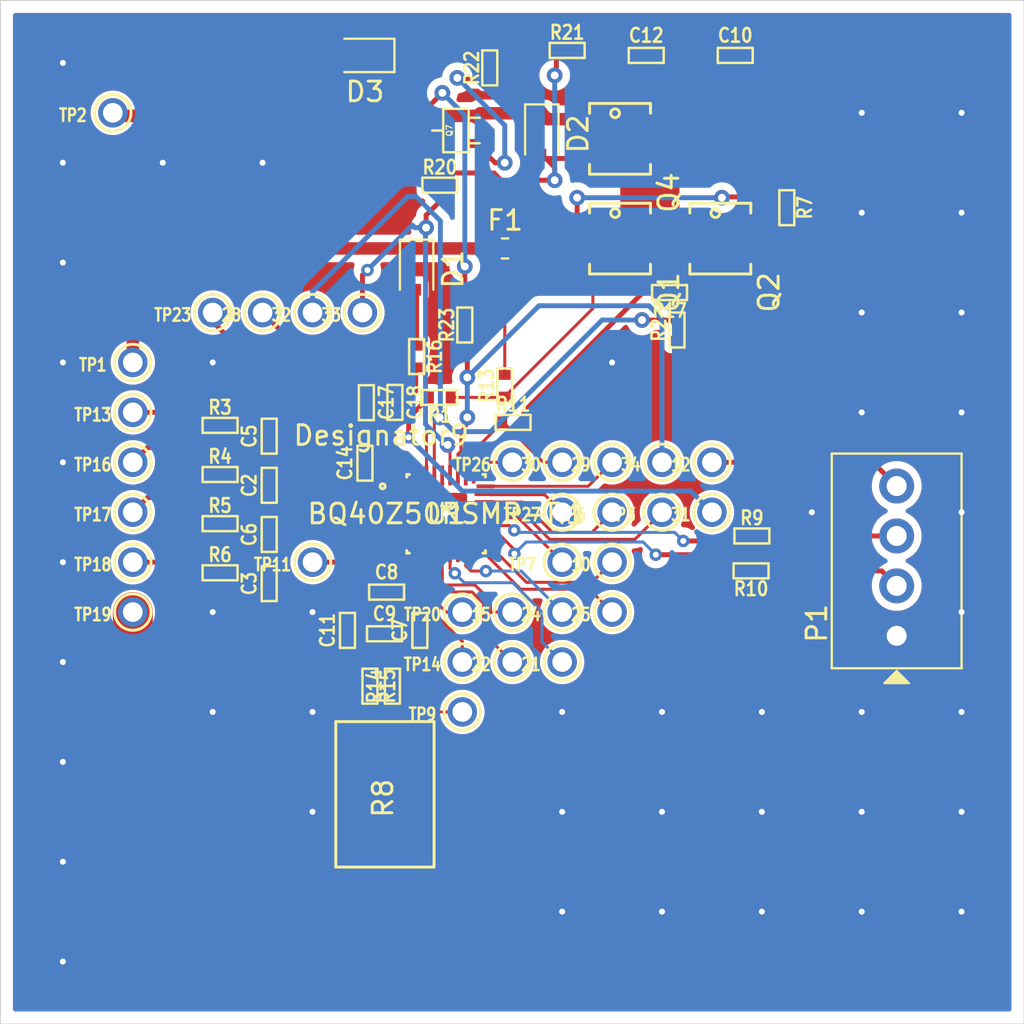
<source format=kicad_pcb>
(kicad_pcb (version 20171130) (host pcbnew "(5.1.7)-1")

  (general
    (thickness 1.6)
    (drawings 4)
    (tracks 369)
    (zones 0)
    (modules 74)
    (nets 52)
  )

  (page A4)
  (layers
    (0 F.Cu signal)
    (31 B.Cu signal)
    (32 B.Adhes user)
    (33 F.Adhes user)
    (34 B.Paste user)
    (35 F.Paste user)
    (36 B.SilkS user)
    (37 F.SilkS user)
    (38 B.Mask user)
    (39 F.Mask user)
    (40 Dwgs.User user)
    (41 Cmts.User user)
    (42 Eco1.User user)
    (43 Eco2.User user)
    (44 Edge.Cuts user)
    (45 Margin user)
    (46 B.CrtYd user)
    (47 F.CrtYd user)
    (48 B.Fab user)
    (49 F.Fab user)
  )

  (setup
    (last_trace_width 0.25)
    (user_trace_width 0.1524)
    (user_trace_width 0.254)
    (user_trace_width 0.635)
    (user_trace_width 2.032)
    (user_trace_width 6.35)
    (trace_clearance 0.2)
    (zone_clearance 0.381)
    (zone_45_only no)
    (trace_min 0.127)
    (via_size 0.8)
    (via_drill 0.4)
    (via_min_size 0.635)
    (via_min_drill 0.3048)
    (user_via 0.635 0.3048)
    (user_via 0.889 0.508)
    (uvia_size 0.3)
    (uvia_drill 0.1)
    (uvias_allowed no)
    (uvia_min_size 0.2)
    (uvia_min_drill 0.1)
    (edge_width 0.05)
    (segment_width 0.2)
    (pcb_text_width 0.3)
    (pcb_text_size 1.5 1.5)
    (mod_edge_width 0.12)
    (mod_text_size 1 1)
    (mod_text_width 0.15)
    (pad_size 1.5 1.5)
    (pad_drill 1)
    (pad_to_mask_clearance 0)
    (aux_axis_origin 0 0)
    (grid_origin 133.35 118.11)
    (visible_elements 7FFFFFFF)
    (pcbplotparams
      (layerselection 0x010fc_ffffffff)
      (usegerberextensions false)
      (usegerberattributes true)
      (usegerberadvancedattributes true)
      (creategerberjobfile true)
      (excludeedgelayer true)
      (linewidth 0.100000)
      (plotframeref false)
      (viasonmask false)
      (mode 1)
      (useauxorigin false)
      (hpglpennumber 1)
      (hpglpenspeed 20)
      (hpglpendiameter 15.000000)
      (psnegative false)
      (psa4output false)
      (plotreference true)
      (plotvalue true)
      (plotinvisibletext false)
      (padsonsilk false)
      (subtractmaskfromsilk false)
      (outputformat 1)
      (mirror false)
      (drillshape 1)
      (scaleselection 1)
      (outputdirectory ""))
  )

  (net 0 "")
  (net 1 "Net-(C2-Pad2)")
  (net 2 "Net-(C2-Pad1)")
  (net 3 GND)
  (net 4 "Net-(C3-Pad1)")
  (net 5 "Net-(C7-Pad1)")
  (net 6 "Net-(C11-Pad1)")
  (net 7 "Net-(C12-Pad2)")
  (net 8 "Net-(C14-Pad2)")
  (net 9 "Net-(C17-Pad1)")
  (net 10 "Net-(D1-Pad2)")
  (net 11 "Net-(D2-Pad2)")
  (net 12 GNDREF)
  (net 13 "Net-(D3-Pad1)")
  (net 14 "Net-(P1-Pad3)")
  (net 15 "Net-(P1-Pad2)")
  (net 16 "Net-(Q1-Pad4)")
  (net 17 "Net-(Q2-Pad5)")
  (net 18 "Net-(Q2-Pad4)")
  (net 19 "Net-(Q7-Pad1)")
  (net 20 "Net-(R20-Pad1)")
  (net 21 "Net-(TP3-Pad1)")
  (net 22 "Net-(TP6-Pad1)")
  (net 23 "Net-(TP7-Pad1)")
  (net 24 "Net-(TP10-Pad1)")
  (net 25 "Net-(C10-Pad1)")
  (net 26 "Net-(D1-Pad1)")
  (net 27 "Net-(R3-Pad2)")
  (net 28 "Net-(R4-Pad2)")
  (net 29 "Net-(R5-Pad2)")
  (net 30 "Net-(R6-Pad2)")
  (net 31 "Net-(R14-Pad2)")
  (net 32 "Net-(R23-Pad2)")
  (net 33 "Net-(C5-Pad1)")
  (net 34 "Net-(C10-Pad2)")
  (net 35 "Net-(Q1-Pad5)")
  (net 36 "Net-(R1-Pad1)")
  (net 37 "Net-(R2-Pad1)")
  (net 38 "Net-(R9-Pad2)")
  (net 39 "Net-(R10-Pad1)")
  (net 40 "Net-(TP24-Pad1)")
  (net 41 "Net-(TP25-Pad1)")
  (net 42 "Net-(TP26-Pad1)")
  (net 43 "Net-(TP27-Pad1)")
  (net 44 "Net-(TP29-Pad1)")
  (net 45 "Net-(P1-Pad4)")
  (net 46 "Net-(TP14-Pad1)")
  (net 47 "Net-(TP15-Pad1)")
  (net 48 "Net-(TP20-Pad1)")
  (net 49 "Net-(TP21-Pad1)")
  (net 50 "Net-(TP22-Pad1)")
  (net 51 "Net-(R11-Pad2)")

  (net_class Default "This is the default net class."
    (clearance 0.2)
    (trace_width 0.25)
    (via_dia 0.8)
    (via_drill 0.4)
    (uvia_dia 0.3)
    (uvia_drill 0.1)
    (add_net GND)
    (add_net GNDREF)
    (add_net "Net-(C10-Pad1)")
    (add_net "Net-(C10-Pad2)")
    (add_net "Net-(C11-Pad1)")
    (add_net "Net-(C12-Pad2)")
    (add_net "Net-(C14-Pad2)")
    (add_net "Net-(C17-Pad1)")
    (add_net "Net-(C2-Pad1)")
    (add_net "Net-(C2-Pad2)")
    (add_net "Net-(C3-Pad1)")
    (add_net "Net-(C5-Pad1)")
    (add_net "Net-(C7-Pad1)")
    (add_net "Net-(D1-Pad1)")
    (add_net "Net-(D1-Pad2)")
    (add_net "Net-(D2-Pad2)")
    (add_net "Net-(D3-Pad1)")
    (add_net "Net-(P1-Pad2)")
    (add_net "Net-(P1-Pad3)")
    (add_net "Net-(P1-Pad4)")
    (add_net "Net-(Q1-Pad4)")
    (add_net "Net-(Q1-Pad5)")
    (add_net "Net-(Q2-Pad4)")
    (add_net "Net-(Q2-Pad5)")
    (add_net "Net-(Q7-Pad1)")
    (add_net "Net-(R1-Pad1)")
    (add_net "Net-(R10-Pad1)")
    (add_net "Net-(R11-Pad2)")
    (add_net "Net-(R14-Pad2)")
    (add_net "Net-(R2-Pad1)")
    (add_net "Net-(R20-Pad1)")
    (add_net "Net-(R23-Pad2)")
    (add_net "Net-(R3-Pad2)")
    (add_net "Net-(R4-Pad2)")
    (add_net "Net-(R5-Pad2)")
    (add_net "Net-(R6-Pad2)")
    (add_net "Net-(R9-Pad2)")
    (add_net "Net-(TP10-Pad1)")
    (add_net "Net-(TP14-Pad1)")
    (add_net "Net-(TP15-Pad1)")
    (add_net "Net-(TP20-Pad1)")
    (add_net "Net-(TP21-Pad1)")
    (add_net "Net-(TP22-Pad1)")
    (add_net "Net-(TP24-Pad1)")
    (add_net "Net-(TP25-Pad1)")
    (add_net "Net-(TP26-Pad1)")
    (add_net "Net-(TP27-Pad1)")
    (add_net "Net-(TP29-Pad1)")
    (add_net "Net-(TP3-Pad1)")
    (add_net "Net-(TP6-Pad1)")
    (add_net "Net-(TP7-Pad1)")
  )

  (module t_misc:TP60 (layer F.Cu) (tedit 5BAD3C2A) (tstamp 602B597A)
    (at 123.19 123.19)
    (path /6030200C)
    (fp_text reference TP11 (at -2.032 0.127) (layer F.SilkS)
      (effects (font (size 0.635 0.508) (thickness 0.127)))
    )
    (fp_text value TestPoint (at 0.05 -1.375) (layer F.SilkS) hide
      (effects (font (size 1 1) (thickness 0.15)))
    )
    (fp_circle (center 0 0) (end -0.025 -0.925) (layer F.SilkS) (width 0.15))
    (pad 1 thru_hole circle (at 0 0) (size 1.5 1.5) (drill 1) (layers *.Cu *.Mask)
      (net 6 "Net-(C11-Pad1)"))
  )

  (module t_misc:TP60 (layer F.Cu) (tedit 5BAD3C2A) (tstamp 602B5942)
    (at 113.03 100.33)
    (path /604B0DDC)
    (fp_text reference TP2 (at -2.032 0.127) (layer F.SilkS)
      (effects (font (size 0.635 0.508) (thickness 0.127)))
    )
    (fp_text value TestPoint (at 0.05 -1.375) (layer F.SilkS) hide
      (effects (font (size 1 1) (thickness 0.15)))
    )
    (fp_circle (center 0 0) (end -0.025 -0.925) (layer F.SilkS) (width 0.15))
    (pad 1 thru_hole circle (at 0 0) (size 1.5 1.5) (drill 1) (layers *.Cu *.Mask)
      (net 7 "Net-(C12-Pad2)"))
  )

  (module t_misc:TP60 (layer F.Cu) (tedit 602AB902) (tstamp 602B42ED)
    (at 140.97 118.11)
    (path /60455761)
    (fp_text reference TP34 (at -2.032 0.127) (layer F.SilkS)
      (effects (font (size 0.635 0.508) (thickness 0.127)))
    )
    (fp_text value TestPoint (at 0.05 -1.375) (layer F.SilkS) hide
      (effects (font (size 1 1) (thickness 0.15)))
    )
    (fp_circle (center 0 0) (end -0.025 -0.925) (layer F.SilkS) (width 0.15))
    (pad 1 thru_hole circle (at 0 0) (size 1.5 1.5) (drill 1) (layers *.Cu *.Mask)
      (net 32 "Net-(R23-Pad2)"))
  )

  (module t_misc:TP60 (layer F.Cu) (tedit 5BAD3C2A) (tstamp 602B42E7)
    (at 125.73 110.49)
    (path /60462E97)
    (fp_text reference TP33 (at -2.032 0.127) (layer F.SilkS)
      (effects (font (size 0.635 0.508) (thickness 0.127)))
    )
    (fp_text value TestPoint (at 0.05 -1.375) (layer F.SilkS) hide
      (effects (font (size 1 1) (thickness 0.15)))
    )
    (fp_circle (center 0 0) (end -0.025 -0.925) (layer F.SilkS) (width 0.15))
    (pad 1 thru_hole circle (at 0 0) (size 1.5 1.5) (drill 1) (layers *.Cu *.Mask)
      (net 20 "Net-(R20-Pad1)"))
  )

  (module t_misc:TP60 (layer F.Cu) (tedit 5BAD3C2A) (tstamp 602B42E1)
    (at 123.19 110.49)
    (path /6044871E)
    (fp_text reference TP32 (at -2.032 0.127) (layer F.SilkS)
      (effects (font (size 0.635 0.508) (thickness 0.127)))
    )
    (fp_text value TestPoint (at 0.05 -1.375) (layer F.SilkS) hide
      (effects (font (size 1 1) (thickness 0.15)))
    )
    (fp_circle (center 0 0) (end -0.025 -0.925) (layer F.SilkS) (width 0.15))
    (pad 1 thru_hole circle (at 0 0) (size 1.5 1.5) (drill 1) (layers *.Cu *.Mask)
      (net 37 "Net-(R2-Pad1)"))
  )

  (module t_misc:TP60 (layer F.Cu) (tedit 5BAD3C2A) (tstamp 602B4A95)
    (at 143.51 120.65)
    (path /604A533C)
    (fp_text reference TP31 (at -2.032 0.127) (layer F.SilkS)
      (effects (font (size 0.635 0.508) (thickness 0.127)))
    )
    (fp_text value TestPoint (at 0.05 -1.375) (layer F.SilkS) hide
      (effects (font (size 1 1) (thickness 0.15)))
    )
    (fp_circle (center 0 0) (end -0.025 -0.925) (layer F.SilkS) (width 0.15))
    (pad 1 thru_hole circle (at 0 0) (size 1.5 1.5) (drill 1) (layers *.Cu *.Mask)
      (net 36 "Net-(R1-Pad1)"))
  )

  (module t_misc:TP60 (layer F.Cu) (tedit 5BAD3C2A) (tstamp 602B42D5)
    (at 135.89 118.11)
    (path /6042E37E)
    (fp_text reference TP30 (at -2.032 0.127) (layer F.SilkS)
      (effects (font (size 0.635 0.508) (thickness 0.127)))
    )
    (fp_text value TestPoint (at 0.05 -1.375) (layer F.SilkS) hide
      (effects (font (size 1 1) (thickness 0.15)))
    )
    (fp_circle (center 0 0) (end -0.025 -0.925) (layer F.SilkS) (width 0.15))
    (pad 1 thru_hole circle (at 0 0) (size 1.5 1.5) (drill 1) (layers *.Cu *.Mask)
      (net 51 "Net-(R11-Pad2)"))
  )

  (module t_misc:TP60 (layer F.Cu) (tedit 5BAD3C2A) (tstamp 602B42CF)
    (at 138.43 118.11)
    (path /6037B7AC)
    (fp_text reference TP29 (at -2.032 0.127) (layer F.SilkS)
      (effects (font (size 0.635 0.508) (thickness 0.127)))
    )
    (fp_text value TestPoint (at 0.05 -1.375) (layer F.SilkS) hide
      (effects (font (size 1 1) (thickness 0.15)))
    )
    (fp_circle (center 0 0) (end -0.025 -0.925) (layer F.SilkS) (width 0.15))
    (pad 1 thru_hole circle (at 0 0) (size 1.5 1.5) (drill 1) (layers *.Cu *.Mask)
      (net 44 "Net-(TP29-Pad1)"))
  )

  (module t_misc:TP60 (layer F.Cu) (tedit 5BAD3C2A) (tstamp 602B42C9)
    (at 120.65 110.49)
    (path /604BFAD3)
    (fp_text reference TP28 (at -2.032 0.127) (layer F.SilkS)
      (effects (font (size 0.635 0.508) (thickness 0.127)))
    )
    (fp_text value TestPoint (at 0.05 -1.375) (layer F.SilkS) hide
      (effects (font (size 1 1) (thickness 0.15)))
    )
    (fp_circle (center 0 0) (end -0.025 -0.925) (layer F.SilkS) (width 0.15))
    (pad 1 thru_hole circle (at 0 0) (size 1.5 1.5) (drill 1) (layers *.Cu *.Mask)
      (net 9 "Net-(C17-Pad1)"))
  )

  (module t_misc:TP60 (layer F.Cu) (tedit 5BAD3C2A) (tstamp 602B42C3)
    (at 135.89 120.65)
    (path /6037B7A6)
    (fp_text reference TP27 (at -2.032 0.127) (layer F.SilkS)
      (effects (font (size 0.635 0.508) (thickness 0.127)))
    )
    (fp_text value TestPoint (at 0.05 -1.375) (layer F.SilkS) hide
      (effects (font (size 1 1) (thickness 0.15)))
    )
    (fp_circle (center 0 0) (end -0.025 -0.925) (layer F.SilkS) (width 0.15))
    (pad 1 thru_hole circle (at 0 0) (size 1.5 1.5) (drill 1) (layers *.Cu *.Mask)
      (net 43 "Net-(TP27-Pad1)"))
  )

  (module t_misc:TP60 (layer F.Cu) (tedit 5BAD3C2A) (tstamp 602B42BD)
    (at 133.35 118.11)
    (path /60313C14)
    (fp_text reference TP26 (at -2.032 0.127) (layer F.SilkS)
      (effects (font (size 0.635 0.508) (thickness 0.127)))
    )
    (fp_text value TestPoint (at 0.05 -1.375) (layer F.SilkS) hide
      (effects (font (size 1 1) (thickness 0.15)))
    )
    (fp_circle (center 0 0) (end -0.025 -0.925) (layer F.SilkS) (width 0.15))
    (pad 1 thru_hole circle (at 0 0) (size 1.5 1.5) (drill 1) (layers *.Cu *.Mask)
      (net 42 "Net-(TP26-Pad1)"))
  )

  (module t_misc:TP60 (layer F.Cu) (tedit 5BAD3C2A) (tstamp 602B42B7)
    (at 138.43 125.73)
    (path /607AC970)
    (fp_text reference TP25 (at -2.032 0.127) (layer F.SilkS)
      (effects (font (size 0.635 0.508) (thickness 0.127)))
    )
    (fp_text value TestPoint (at 0.05 -1.375) (layer F.SilkS) hide
      (effects (font (size 1 1) (thickness 0.15)))
    )
    (fp_circle (center 0 0) (end -0.025 -0.925) (layer F.SilkS) (width 0.15))
    (pad 1 thru_hole circle (at 0 0) (size 1.5 1.5) (drill 1) (layers *.Cu *.Mask)
      (net 41 "Net-(TP25-Pad1)"))
  )

  (module t_misc:TP60 (layer F.Cu) (tedit 5BAD3C2A) (tstamp 602B42B1)
    (at 135.89 125.73)
    (path /606C00D5)
    (fp_text reference TP24 (at -2.032 0.127) (layer F.SilkS)
      (effects (font (size 0.635 0.508) (thickness 0.127)))
    )
    (fp_text value TestPoint (at 0.05 -1.375) (layer F.SilkS) hide
      (effects (font (size 1 1) (thickness 0.15)))
    )
    (fp_circle (center 0 0) (end -0.025 -0.925) (layer F.SilkS) (width 0.15))
    (pad 1 thru_hole circle (at 0 0) (size 1.5 1.5) (drill 1) (layers *.Cu *.Mask)
      (net 40 "Net-(TP24-Pad1)"))
  )

  (module t_misc:TP60 (layer F.Cu) (tedit 5BAD3C2A) (tstamp 602B42AB)
    (at 118.11 110.49)
    (path /602C3331)
    (fp_text reference TP23 (at -2.032 0.127) (layer F.SilkS)
      (effects (font (size 0.635 0.508) (thickness 0.127)))
    )
    (fp_text value TestPoint (at 0.05 -1.375) (layer F.SilkS) hide
      (effects (font (size 1 1) (thickness 0.15)))
    )
    (fp_circle (center 0 0) (end -0.025 -0.925) (layer F.SilkS) (width 0.15))
    (pad 1 thru_hole circle (at 0 0) (size 1.5 1.5) (drill 1) (layers *.Cu *.Mask)
      (net 8 "Net-(C14-Pad2)"))
  )

  (module t_misc:TP60 (layer F.Cu) (tedit 5BAD3C2A) (tstamp 602B42A5)
    (at 133.35 128.27)
    (path /603DEEFF)
    (fp_text reference TP22 (at -2.032 0.127) (layer F.SilkS)
      (effects (font (size 0.635 0.508) (thickness 0.127)))
    )
    (fp_text value TestPoint (at 0.05 -1.375) (layer F.SilkS) hide
      (effects (font (size 1 1) (thickness 0.15)))
    )
    (fp_circle (center 0 0) (end -0.025 -0.925) (layer F.SilkS) (width 0.15))
    (pad 1 thru_hole circle (at 0 0) (size 1.5 1.5) (drill 1) (layers *.Cu *.Mask)
      (net 50 "Net-(TP22-Pad1)"))
  )

  (module t_misc:TP60 (layer F.Cu) (tedit 602AB926) (tstamp 602B429F)
    (at 135.89 128.27)
    (path /60412E15)
    (fp_text reference TP21 (at -2.032 0.127) (layer F.SilkS)
      (effects (font (size 0.635 0.508) (thickness 0.127)))
    )
    (fp_text value TestPoint (at 0.05 -1.375) (layer F.SilkS) hide
      (effects (font (size 1 1) (thickness 0.15)))
    )
    (fp_circle (center 0 0) (end -0.025 -0.925) (layer F.SilkS) (width 0.15))
    (pad 1 thru_hole circle (at 0 0) (size 1.5 1.5) (drill 1) (layers *.Cu *.Mask)
      (net 49 "Net-(TP21-Pad1)"))
  )

  (module t_misc:TP60 (layer F.Cu) (tedit 5BAD3C2A) (tstamp 602B4299)
    (at 130.81 125.73)
    (path /603C517A)
    (fp_text reference TP20 (at -2.032 0.127) (layer F.SilkS)
      (effects (font (size 0.635 0.508) (thickness 0.127)))
    )
    (fp_text value TestPoint (at 0.05 -1.375) (layer F.SilkS) hide
      (effects (font (size 1 1) (thickness 0.15)))
    )
    (fp_circle (center 0 0) (end -0.025 -0.925) (layer F.SilkS) (width 0.15))
    (pad 1 thru_hole circle (at 0 0) (size 1.5 1.5) (drill 1) (layers *.Cu *.Mask)
      (net 48 "Net-(TP20-Pad1)"))
  )

  (module t_misc:TP60 (layer F.Cu) (tedit 5BAD3C2A) (tstamp 602B426B)
    (at 133.35 125.73)
    (path /603F8C84)
    (fp_text reference TP15 (at -2.032 0.127) (layer F.SilkS)
      (effects (font (size 0.635 0.508) (thickness 0.127)))
    )
    (fp_text value TestPoint (at 0.05 -1.375) (layer F.SilkS) hide
      (effects (font (size 1 1) (thickness 0.15)))
    )
    (fp_circle (center 0 0) (end -0.025 -0.925) (layer F.SilkS) (width 0.15))
    (pad 1 thru_hole circle (at 0 0) (size 1.5 1.5) (drill 1) (layers *.Cu *.Mask)
      (net 47 "Net-(TP15-Pad1)"))
  )

  (module t_misc:TP60 (layer F.Cu) (tedit 5BAD3C2A) (tstamp 602B4265)
    (at 130.81 128.27)
    (path /603AAD37)
    (fp_text reference TP14 (at -2.032 0.127) (layer F.SilkS)
      (effects (font (size 0.635 0.508) (thickness 0.127)))
    )
    (fp_text value TestPoint (at 0.05 -1.375) (layer F.SilkS) hide
      (effects (font (size 1 1) (thickness 0.15)))
    )
    (fp_circle (center 0 0) (end -0.025 -0.925) (layer F.SilkS) (width 0.15))
    (pad 1 thru_hole circle (at 0 0) (size 1.5 1.5) (drill 1) (layers *.Cu *.Mask)
      (net 46 "Net-(TP14-Pad1)"))
  )

  (module t_misc:TP60 (layer F.Cu) (tedit 5BAD3C2A) (tstamp 602B4255)
    (at 143.51 118.11)
    (path /5FF51E52)
    (fp_text reference TP12 (at -2.032 0.127) (layer F.SilkS)
      (effects (font (size 0.635 0.508) (thickness 0.127)))
    )
    (fp_text value TestPoint (at 0.05 -1.375) (layer F.SilkS) hide
      (effects (font (size 1 1) (thickness 0.15)))
    )
    (fp_circle (center 0 0) (end -0.025 -0.925) (layer F.SilkS) (width 0.15))
    (pad 1 thru_hole circle (at 0 0) (size 1.5 1.5) (drill 1) (layers *.Cu *.Mask)
      (net 45 "Net-(P1-Pad4)"))
  )

  (module t_misc:TP60 (layer F.Cu) (tedit 5BAD3C2A) (tstamp 602B4249)
    (at 138.43 123.19)
    (path /60FCEA59)
    (fp_text reference TP10 (at -2.032 0.127) (layer F.SilkS)
      (effects (font (size 0.635 0.508) (thickness 0.127)))
    )
    (fp_text value TestPoint (at 0.05 -1.375) (layer F.SilkS) hide
      (effects (font (size 1 1) (thickness 0.15)))
    )
    (fp_circle (center 0 0) (end -0.025 -0.925) (layer F.SilkS) (width 0.15))
    (pad 1 thru_hole circle (at 0 0) (size 1.5 1.5) (drill 1) (layers *.Cu *.Mask)
      (net 24 "Net-(TP10-Pad1)"))
  )

  (module t_misc:TP60 (layer F.Cu) (tedit 5BAD3C2A) (tstamp 602B4243)
    (at 130.81 130.81)
    (path /6030EA0D)
    (fp_text reference TP9 (at -2.032 0.127) (layer F.SilkS)
      (effects (font (size 0.635 0.508) (thickness 0.127)))
    )
    (fp_text value TestPoint (at 0.05 -1.375) (layer F.SilkS) hide
      (effects (font (size 1 1) (thickness 0.15)))
    )
    (fp_circle (center 0 0) (end -0.025 -0.925) (layer F.SilkS) (width 0.15))
    (pad 1 thru_hole circle (at 0 0) (size 1.5 1.5) (drill 1) (layers *.Cu *.Mask)
      (net 5 "Net-(C7-Pad1)"))
  )

  (module t_misc:TP60 (layer F.Cu) (tedit 5BAD3C2A) (tstamp 602B4237)
    (at 135.89 123.19)
    (path /60F6800D)
    (fp_text reference TP7 (at -2.032 0.127) (layer F.SilkS)
      (effects (font (size 0.635 0.508) (thickness 0.127)))
    )
    (fp_text value TestPoint (at 0.05 -1.375) (layer F.SilkS) hide
      (effects (font (size 1 1) (thickness 0.15)))
    )
    (fp_circle (center 0 0) (end -0.025 -0.925) (layer F.SilkS) (width 0.15))
    (pad 1 thru_hole circle (at 0 0) (size 1.5 1.5) (drill 1) (layers *.Cu *.Mask)
      (net 23 "Net-(TP7-Pad1)"))
  )

  (module t_misc:TP60 (layer F.Cu) (tedit 5BAD3C2A) (tstamp 602B4231)
    (at 138.43 120.65)
    (path /60F3CA95)
    (fp_text reference TP6 (at -2.032 0.127) (layer F.SilkS)
      (effects (font (size 0.635 0.508) (thickness 0.127)))
    )
    (fp_text value TestPoint (at 0.05 -1.375) (layer F.SilkS) hide
      (effects (font (size 1 1) (thickness 0.15)))
    )
    (fp_circle (center 0 0) (end -0.025 -0.925) (layer F.SilkS) (width 0.15))
    (pad 1 thru_hole circle (at 0 0) (size 1.5 1.5) (drill 1) (layers *.Cu *.Mask)
      (net 22 "Net-(TP6-Pad1)"))
  )

  (module t_misc:TP60 (layer F.Cu) (tedit 5BAD3C2A) (tstamp 602B421F)
    (at 140.97 120.65)
    (path /60F537B1)
    (fp_text reference TP3 (at -2.032 0.127) (layer F.SilkS)
      (effects (font (size 0.635 0.508) (thickness 0.127)))
    )
    (fp_text value TestPoint (at 0.05 -1.375) (layer F.SilkS) hide
      (effects (font (size 1 1) (thickness 0.15)))
    )
    (fp_circle (center 0 0) (end -0.025 -0.925) (layer F.SilkS) (width 0.15))
    (pad 1 thru_hole circle (at 0 0) (size 1.5 1.5) (drill 1) (layers *.Cu *.Mask)
      (net 21 "Net-(TP3-Pad1)"))
  )

  (module t_connectors:Header4_254 (layer F.Cu) (tedit 5F63AD14) (tstamp 602B3E75)
    (at 152.908 126.9365 90)
    (path /602CF7C6)
    (fp_text reference P1 (at 0.635 -4.064 90) (layer F.SilkS)
      (effects (font (size 1 1) (thickness 0.15)))
    )
    (fp_text value CONN_01X04 (at 0 -0.5 90) (layer F.Fab)
      (effects (font (size 1 1) (thickness 0.15)))
    )
    (fp_poly (pts (xy -1.778 0) (xy -2.413 0.635) (xy -2.413 -0.635)) (layer F.SilkS) (width 0.1))
    (fp_line (start -1.651 3.302) (end -1.651 -3.302) (layer F.SilkS) (width 0.12))
    (fp_line (start 9.271 3.302) (end -1.651 3.302) (layer F.SilkS) (width 0.12))
    (fp_line (start 9.271 -3.302) (end 9.271 3.302) (layer F.SilkS) (width 0.12))
    (fp_line (start -1.651 -3.302) (end 9.271 -3.302) (layer F.SilkS) (width 0.12))
    (fp_line (start -1.651 3.302) (end -1.651 -3.302) (layer F.Fab) (width 0.12))
    (fp_line (start 9.271 3.302) (end -1.651 3.302) (layer F.Fab) (width 0.12))
    (fp_line (start 9.271 -3.302) (end 9.271 3.302) (layer F.Fab) (width 0.12))
    (fp_line (start -1.651 -3.302) (end 9.271 -3.302) (layer F.Fab) (width 0.12))
    (fp_line (start 9.144 3.175) (end -1.524 3.175) (layer F.CrtYd) (width 0.12))
    (fp_line (start 9.144 -3.175) (end 9.144 3.175) (layer F.CrtYd) (width 0.12))
    (fp_line (start -1.524 -3.175) (end 9.144 -3.175) (layer F.CrtYd) (width 0.12))
    (fp_line (start -1.524 3.175) (end -1.524 -3.175) (layer F.CrtYd) (width 0.12))
    (pad 4 thru_hole circle (at 7.62 0 90) (size 1.778 1.778) (drill 1.016) (layers *.Cu *.Mask)
      (net 45 "Net-(P1-Pad4)"))
    (pad 3 thru_hole circle (at 5.08 0 90) (size 1.778 1.778) (drill 1.016) (layers *.Cu *.Mask)
      (net 14 "Net-(P1-Pad3)"))
    (pad 2 thru_hole circle (at 2.54 0 90) (size 1.778 1.778) (drill 1.016) (layers *.Cu *.Mask)
      (net 15 "Net-(P1-Pad2)"))
    (pad 1 thru_hole rect (at 0 0 90) (size 1.778 1.778) (drill 1.016) (layers *.Cu *.Mask)
      (net 3 GND))
    (model ${T_LIBS}/3d/t_connectors/022112042.stp
      (offset (xyz 3.81 0 1.651))
      (scale (xyz 1 1 1))
      (rotate (xyz -90 0 180))
    )
  )

  (module t_passive_smd:res_0402 (layer F.Cu) (tedit 5BB76B2F) (tstamp 602B2F9A)
    (at 133.392 116.078)
    (descr "SMT capacitor, 0402")
    (path /6037C829)
    (fp_text reference R11 (at 0 -0.9144) (layer F.SilkS)
      (effects (font (size 0.6985 0.59944) (thickness 0.130048)))
    )
    (fp_text value 100 (at 0 0.8128) (layer F.SilkS) hide
      (effects (font (size 0.50038 0.50038) (thickness 0.11938)))
    )
    (fp_text user %R (at 0.1905 0) (layer F.Fab)
      (effects (font (size 0.4 0.4) (thickness 0.05)))
    )
    (fp_line (start 0.889 -0.381) (end -0.889 -0.381) (layer F.SilkS) (width 0.127))
    (fp_line (start 0.889 0.381) (end 0.889 -0.381) (layer F.SilkS) (width 0.127))
    (fp_line (start -0.889 0.381) (end 0.889 0.381) (layer F.SilkS) (width 0.127))
    (fp_line (start -0.889 -0.381) (end -0.889 0.381) (layer F.SilkS) (width 0.127))
    (fp_line (start 0.889 -0.381) (end 0.889 0.381) (layer F.CrtYd) (width 0.05))
    (fp_line (start 0.889 0.381) (end -0.889 0.381) (layer F.CrtYd) (width 0.05))
    (fp_line (start -0.889 0.381) (end -0.889 -0.381) (layer F.CrtYd) (width 0.05))
    (fp_line (start -0.889 -0.381) (end 0.889 -0.381) (layer F.CrtYd) (width 0.05))
    (fp_line (start -0.762 -0.381) (end 0.762 -0.381) (layer F.Fab) (width 0.1))
    (fp_line (start 0.762 -0.381) (end 0.762 0.381) (layer F.Fab) (width 0.1))
    (fp_line (start 0.762 0.381) (end -0.762 0.381) (layer F.Fab) (width 0.1))
    (fp_line (start -0.762 0.381) (end -0.762 -0.381) (layer F.Fab) (width 0.1))
    (pad 1 smd rect (at 0.55 0) (size 0.5 0.6) (layers F.Cu F.Paste F.Mask)
      (net 35 "Net-(Q1-Pad5)"))
    (pad 2 smd rect (at -0.55 0) (size 0.5 0.6) (layers F.Cu F.Paste F.Mask)
      (net 51 "Net-(R11-Pad2)"))
    (model ${T_LIBS}/3d/t_passive_smd/res_0402.stp
      (offset (xyz 0 0 0.02999999954944519))
      (scale (xyz 1 1 1))
      (rotate (xyz 0 0 0))
    )
  )

  (module t_misc:TP60 (layer F.Cu) (tedit 5BAD3C2A) (tstamp 602AED9C)
    (at 114.046 123.19)
    (path /60C300E5)
    (fp_text reference TP18 (at -2.032 0.127) (layer F.SilkS)
      (effects (font (size 0.635 0.508) (thickness 0.127)))
    )
    (fp_text value TestPoint (at 0.05 -1.375) (layer F.SilkS) hide
      (effects (font (size 1 1) (thickness 0.15)))
    )
    (fp_circle (center 0 0) (end -0.025 -0.925) (layer F.SilkS) (width 0.15))
    (pad 1 thru_hole circle (at 0 0) (size 1.5 1.5) (drill 1) (layers *.Cu *.Mask)
      (net 30 "Net-(R6-Pad2)"))
  )

  (module t_misc:TP60 (layer F.Cu) (tedit 602AB0D7) (tstamp 602AED96)
    (at 114.046 120.65)
    (path /60C1E5FE)
    (fp_text reference TP17 (at -2.032 0.127) (layer F.SilkS)
      (effects (font (size 0.635 0.508) (thickness 0.127)))
    )
    (fp_text value TestPoint (at 0.05 -1.375) (layer F.SilkS) hide
      (effects (font (size 1 1) (thickness 0.15)))
    )
    (fp_circle (center 0 0) (end -0.025 -0.925) (layer F.SilkS) (width 0.15))
    (pad 1 thru_hole circle (at 0 0) (size 1.5 1.5) (drill 1) (layers *.Cu *.Mask)
      (net 29 "Net-(R5-Pad2)"))
  )

  (module t_misc:TP60 (layer F.Cu) (tedit 5BAD3C2A) (tstamp 602AED90)
    (at 114.046 118.11)
    (path /60C0C9F8)
    (fp_text reference TP16 (at -2.032 0.127) (layer F.SilkS)
      (effects (font (size 0.635 0.508) (thickness 0.127)))
    )
    (fp_text value TestPoint (at 0.05 -1.375) (layer F.SilkS) hide
      (effects (font (size 1 1) (thickness 0.15)))
    )
    (fp_circle (center 0 0) (end -0.025 -0.925) (layer F.SilkS) (width 0.15))
    (pad 1 thru_hole circle (at 0 0) (size 1.5 1.5) (drill 1) (layers *.Cu *.Mask)
      (net 28 "Net-(R4-Pad2)"))
  )

  (module t_misc:TP60 (layer F.Cu) (tedit 602AB0B0) (tstamp 602AED7E)
    (at 114.046 115.57)
    (path /60BFADCF)
    (fp_text reference TP13 (at -2.032 0.127) (layer F.SilkS)
      (effects (font (size 0.635 0.508) (thickness 0.127)))
    )
    (fp_text value TestPoint (at 0.05 -1.375) (layer F.SilkS) hide
      (effects (font (size 1 1) (thickness 0.15)))
    )
    (fp_circle (center 0 0) (end -0.025 -0.925) (layer F.SilkS) (width 0.15))
    (pad 1 thru_hole circle (at 0 0) (size 1.5 1.5) (drill 1) (layers *.Cu *.Mask)
      (net 27 "Net-(R3-Pad2)"))
  )

  (module t_misc:TP60 (layer F.Cu) (tedit 5BAD3C2A) (tstamp 602ADE4D)
    (at 114.046 125.73)
    (path /60C41CFE)
    (fp_text reference TP19 (at -2.032 0.127) (layer F.SilkS)
      (effects (font (size 0.635 0.508) (thickness 0.127)))
    )
    (fp_text value TestPoint (at 0.05 -1.375) (layer F.SilkS) hide
      (effects (font (size 1 1) (thickness 0.15)))
    )
    (fp_circle (center 0 0) (end -0.025 -0.925) (layer F.SilkS) (width 0.15))
    (pad 1 thru_hole circle (at 0 0) (size 1.5 1.5) (drill 1) (layers *.Cu *.Mask)
      (net 31 "Net-(R14-Pad2)"))
  )

  (module t_misc:TP60 (layer F.Cu) (tedit 5BAD3C2A) (tstamp 602ADDE1)
    (at 114.046 113.03)
    (path /60C663CD)
    (fp_text reference TP1 (at -2.032 0.127) (layer F.SilkS)
      (effects (font (size 0.635 0.508) (thickness 0.127)))
    )
    (fp_text value TestPoint (at 0.05 -1.375) (layer F.SilkS) hide
      (effects (font (size 1 1) (thickness 0.15)))
    )
    (fp_circle (center 0 0) (end -0.025 -0.925) (layer F.SilkS) (width 0.15))
    (pad 1 thru_hole circle (at 0 0) (size 1.5 1.5) (drill 1) (layers *.Cu *.Mask)
      (net 26 "Net-(D1-Pad1)"))
  )

  (module t_passive_smd:res_0402 (layer F.Cu) (tedit 5BB76B2F) (tstamp 602AC7AC)
    (at 130.937 111.125 90)
    (descr "SMT capacitor, 0402")
    (path /60E80D50)
    (fp_text reference R23 (at 0 -0.9144 90) (layer F.SilkS)
      (effects (font (size 0.6985 0.59944) (thickness 0.130048)))
    )
    (fp_text value 100 (at 0 0.8128 90) (layer F.SilkS) hide
      (effects (font (size 0.50038 0.50038) (thickness 0.11938)))
    )
    (fp_text user %R (at 0.1905 0 90) (layer F.Fab)
      (effects (font (size 0.4 0.4) (thickness 0.05)))
    )
    (fp_line (start 0.889 -0.381) (end -0.889 -0.381) (layer F.SilkS) (width 0.127))
    (fp_line (start 0.889 0.381) (end 0.889 -0.381) (layer F.SilkS) (width 0.127))
    (fp_line (start -0.889 0.381) (end 0.889 0.381) (layer F.SilkS) (width 0.127))
    (fp_line (start -0.889 -0.381) (end -0.889 0.381) (layer F.SilkS) (width 0.127))
    (fp_line (start 0.889 -0.381) (end 0.889 0.381) (layer F.CrtYd) (width 0.05))
    (fp_line (start 0.889 0.381) (end -0.889 0.381) (layer F.CrtYd) (width 0.05))
    (fp_line (start -0.889 0.381) (end -0.889 -0.381) (layer F.CrtYd) (width 0.05))
    (fp_line (start -0.889 -0.381) (end 0.889 -0.381) (layer F.CrtYd) (width 0.05))
    (fp_line (start -0.762 -0.381) (end 0.762 -0.381) (layer F.Fab) (width 0.1))
    (fp_line (start 0.762 -0.381) (end 0.762 0.381) (layer F.Fab) (width 0.1))
    (fp_line (start 0.762 0.381) (end -0.762 0.381) (layer F.Fab) (width 0.1))
    (fp_line (start -0.762 0.381) (end -0.762 -0.381) (layer F.Fab) (width 0.1))
    (pad 1 smd rect (at 0.55 0 90) (size 0.5 0.6) (layers F.Cu F.Paste F.Mask)
      (net 7 "Net-(C12-Pad2)"))
    (pad 2 smd rect (at -0.55 0 90) (size 0.5 0.6) (layers F.Cu F.Paste F.Mask)
      (net 32 "Net-(R23-Pad2)"))
    (model ${T_LIBS}/3d/t_passive_smd/res_0402.stp
      (offset (xyz 0 0 0.02999999954944519))
      (scale (xyz 1 1 1))
      (rotate (xyz 0 0 0))
    )
  )

  (module t_passive_smd:res_0402 (layer F.Cu) (tedit 5BB76B2F) (tstamp 602AC799)
    (at 132.207 98.044 90)
    (descr "SMT capacitor, 0402")
    (path /60D4861F)
    (fp_text reference R22 (at 0 -0.9144 90) (layer F.SilkS)
      (effects (font (size 0.6985 0.59944) (thickness 0.130048)))
    )
    (fp_text value 100 (at 0 0.8128 90) (layer F.SilkS) hide
      (effects (font (size 0.50038 0.50038) (thickness 0.11938)))
    )
    (fp_text user %R (at 0.1905 0 90) (layer F.Fab)
      (effects (font (size 0.4 0.4) (thickness 0.05)))
    )
    (fp_line (start 0.889 -0.381) (end -0.889 -0.381) (layer F.SilkS) (width 0.127))
    (fp_line (start 0.889 0.381) (end 0.889 -0.381) (layer F.SilkS) (width 0.127))
    (fp_line (start -0.889 0.381) (end 0.889 0.381) (layer F.SilkS) (width 0.127))
    (fp_line (start -0.889 -0.381) (end -0.889 0.381) (layer F.SilkS) (width 0.127))
    (fp_line (start 0.889 -0.381) (end 0.889 0.381) (layer F.CrtYd) (width 0.05))
    (fp_line (start 0.889 0.381) (end -0.889 0.381) (layer F.CrtYd) (width 0.05))
    (fp_line (start -0.889 0.381) (end -0.889 -0.381) (layer F.CrtYd) (width 0.05))
    (fp_line (start -0.889 -0.381) (end 0.889 -0.381) (layer F.CrtYd) (width 0.05))
    (fp_line (start -0.762 -0.381) (end 0.762 -0.381) (layer F.Fab) (width 0.1))
    (fp_line (start 0.762 -0.381) (end 0.762 0.381) (layer F.Fab) (width 0.1))
    (fp_line (start 0.762 0.381) (end -0.762 0.381) (layer F.Fab) (width 0.1))
    (fp_line (start -0.762 0.381) (end -0.762 -0.381) (layer F.Fab) (width 0.1))
    (pad 1 smd rect (at 0.55 0 90) (size 0.5 0.6) (layers F.Cu F.Paste F.Mask)
      (net 13 "Net-(D3-Pad1)"))
    (pad 2 smd rect (at -0.55 0 90) (size 0.5 0.6) (layers F.Cu F.Paste F.Mask)
      (net 19 "Net-(Q7-Pad1)"))
    (model ${T_LIBS}/3d/t_passive_smd/res_0402.stp
      (offset (xyz 0 0 0.02999999954944519))
      (scale (xyz 1 1 1))
      (rotate (xyz 0 0 0))
    )
  )

  (module t_passive_smd:res_0402 (layer F.Cu) (tedit 5BB76B2F) (tstamp 602AC786)
    (at 136.144 97.155)
    (descr "SMT capacitor, 0402")
    (path /5FC7439D)
    (fp_text reference R21 (at 0 -0.9144) (layer F.SilkS)
      (effects (font (size 0.6985 0.59944) (thickness 0.130048)))
    )
    (fp_text value 100 (at 0 0.8128) (layer F.SilkS) hide
      (effects (font (size 0.50038 0.50038) (thickness 0.11938)))
    )
    (fp_text user %R (at 0.1905 0) (layer F.Fab)
      (effects (font (size 0.4 0.4) (thickness 0.05)))
    )
    (fp_line (start 0.889 -0.381) (end -0.889 -0.381) (layer F.SilkS) (width 0.127))
    (fp_line (start 0.889 0.381) (end 0.889 -0.381) (layer F.SilkS) (width 0.127))
    (fp_line (start -0.889 0.381) (end 0.889 0.381) (layer F.SilkS) (width 0.127))
    (fp_line (start -0.889 -0.381) (end -0.889 0.381) (layer F.SilkS) (width 0.127))
    (fp_line (start 0.889 -0.381) (end 0.889 0.381) (layer F.CrtYd) (width 0.05))
    (fp_line (start 0.889 0.381) (end -0.889 0.381) (layer F.CrtYd) (width 0.05))
    (fp_line (start -0.889 0.381) (end -0.889 -0.381) (layer F.CrtYd) (width 0.05))
    (fp_line (start -0.889 -0.381) (end 0.889 -0.381) (layer F.CrtYd) (width 0.05))
    (fp_line (start -0.762 -0.381) (end 0.762 -0.381) (layer F.Fab) (width 0.1))
    (fp_line (start 0.762 -0.381) (end 0.762 0.381) (layer F.Fab) (width 0.1))
    (fp_line (start 0.762 0.381) (end -0.762 0.381) (layer F.Fab) (width 0.1))
    (fp_line (start -0.762 0.381) (end -0.762 -0.381) (layer F.Fab) (width 0.1))
    (pad 1 smd rect (at 0.55 0) (size 0.5 0.6) (layers F.Cu F.Paste F.Mask)
      (net 7 "Net-(C12-Pad2)"))
    (pad 2 smd rect (at -0.55 0) (size 0.5 0.6) (layers F.Cu F.Paste F.Mask)
      (net 11 "Net-(D2-Pad2)"))
    (model ${T_LIBS}/3d/t_passive_smd/res_0402.stp
      (offset (xyz 0 0 0.02999999954944519))
      (scale (xyz 1 1 1))
      (rotate (xyz 0 0 0))
    )
  )

  (module t_passive_smd:res_0402 (layer F.Cu) (tedit 5BB76B2F) (tstamp 602AC773)
    (at 129.667 104.013)
    (descr "SMT capacitor, 0402")
    (path /5FD23B66)
    (fp_text reference R20 (at 0 -0.9144) (layer F.SilkS)
      (effects (font (size 0.6985 0.59944) (thickness 0.130048)))
    )
    (fp_text value 100 (at 0 0.8128) (layer F.SilkS) hide
      (effects (font (size 0.50038 0.50038) (thickness 0.11938)))
    )
    (fp_text user %R (at 0.1905 0) (layer F.Fab)
      (effects (font (size 0.4 0.4) (thickness 0.05)))
    )
    (fp_line (start 0.889 -0.381) (end -0.889 -0.381) (layer F.SilkS) (width 0.127))
    (fp_line (start 0.889 0.381) (end 0.889 -0.381) (layer F.SilkS) (width 0.127))
    (fp_line (start -0.889 0.381) (end 0.889 0.381) (layer F.SilkS) (width 0.127))
    (fp_line (start -0.889 -0.381) (end -0.889 0.381) (layer F.SilkS) (width 0.127))
    (fp_line (start 0.889 -0.381) (end 0.889 0.381) (layer F.CrtYd) (width 0.05))
    (fp_line (start 0.889 0.381) (end -0.889 0.381) (layer F.CrtYd) (width 0.05))
    (fp_line (start -0.889 0.381) (end -0.889 -0.381) (layer F.CrtYd) (width 0.05))
    (fp_line (start -0.889 -0.381) (end 0.889 -0.381) (layer F.CrtYd) (width 0.05))
    (fp_line (start -0.762 -0.381) (end 0.762 -0.381) (layer F.Fab) (width 0.1))
    (fp_line (start 0.762 -0.381) (end 0.762 0.381) (layer F.Fab) (width 0.1))
    (fp_line (start 0.762 0.381) (end -0.762 0.381) (layer F.Fab) (width 0.1))
    (fp_line (start -0.762 0.381) (end -0.762 -0.381) (layer F.Fab) (width 0.1))
    (pad 1 smd rect (at 0.55 0) (size 0.5 0.6) (layers F.Cu F.Paste F.Mask)
      (net 20 "Net-(R20-Pad1)"))
    (pad 2 smd rect (at -0.55 0) (size 0.5 0.6) (layers F.Cu F.Paste F.Mask)
      (net 11 "Net-(D2-Pad2)"))
    (model ${T_LIBS}/3d/t_passive_smd/res_0402.stp
      (offset (xyz 0 0 0.02999999954944519))
      (scale (xyz 1 1 1))
      (rotate (xyz 0 0 0))
    )
  )

  (module t_passive_smd:res_0402 (layer F.Cu) (tedit 5BB76B2F) (tstamp 602AC760)
    (at 141.351 109.474 180)
    (descr "SMT capacitor, 0402")
    (path /5FECE024)
    (fp_text reference R17 (at 0 -0.9144) (layer F.SilkS)
      (effects (font (size 0.6985 0.59944) (thickness 0.130048)))
    )
    (fp_text value 10M (at 0 0.8128) (layer F.SilkS) hide
      (effects (font (size 0.50038 0.50038) (thickness 0.11938)))
    )
    (fp_text user %R (at 0.1905 0) (layer F.Fab)
      (effects (font (size 0.4 0.4) (thickness 0.05)))
    )
    (fp_line (start 0.889 -0.381) (end -0.889 -0.381) (layer F.SilkS) (width 0.127))
    (fp_line (start 0.889 0.381) (end 0.889 -0.381) (layer F.SilkS) (width 0.127))
    (fp_line (start -0.889 0.381) (end 0.889 0.381) (layer F.SilkS) (width 0.127))
    (fp_line (start -0.889 -0.381) (end -0.889 0.381) (layer F.SilkS) (width 0.127))
    (fp_line (start 0.889 -0.381) (end 0.889 0.381) (layer F.CrtYd) (width 0.05))
    (fp_line (start 0.889 0.381) (end -0.889 0.381) (layer F.CrtYd) (width 0.05))
    (fp_line (start -0.889 0.381) (end -0.889 -0.381) (layer F.CrtYd) (width 0.05))
    (fp_line (start -0.889 -0.381) (end 0.889 -0.381) (layer F.CrtYd) (width 0.05))
    (fp_line (start -0.762 -0.381) (end 0.762 -0.381) (layer F.Fab) (width 0.1))
    (fp_line (start 0.762 -0.381) (end 0.762 0.381) (layer F.Fab) (width 0.1))
    (fp_line (start 0.762 0.381) (end -0.762 0.381) (layer F.Fab) (width 0.1))
    (fp_line (start -0.762 0.381) (end -0.762 -0.381) (layer F.Fab) (width 0.1))
    (pad 1 smd rect (at 0.55 0 180) (size 0.5 0.6) (layers F.Cu F.Paste F.Mask)
      (net 35 "Net-(Q1-Pad5)"))
    (pad 2 smd rect (at -0.55 0 180) (size 0.5 0.6) (layers F.Cu F.Paste F.Mask)
      (net 18 "Net-(Q2-Pad4)"))
    (model ${T_LIBS}/3d/t_passive_smd/res_0402.stp
      (offset (xyz 0 0 0.02999999954944519))
      (scale (xyz 1 1 1))
      (rotate (xyz 0 0 0))
    )
  )

  (module t_passive_smd:res_0402 (layer F.Cu) (tedit 5BB76B2F) (tstamp 602AC6E1)
    (at 132.969 114.215 90)
    (descr "SMT capacitor, 0402")
    (path /5FC7CB02)
    (fp_text reference R13 (at 0 -0.9144 90) (layer F.SilkS)
      (effects (font (size 0.6985 0.59944) (thickness 0.130048)))
    )
    (fp_text value 100 (at 0 0.8128 90) (layer F.SilkS) hide
      (effects (font (size 0.50038 0.50038) (thickness 0.11938)))
    )
    (fp_text user %R (at 0.1905 0 90) (layer F.Fab)
      (effects (font (size 0.4 0.4) (thickness 0.05)))
    )
    (fp_line (start 0.889 -0.381) (end -0.889 -0.381) (layer F.SilkS) (width 0.127))
    (fp_line (start 0.889 0.381) (end 0.889 -0.381) (layer F.SilkS) (width 0.127))
    (fp_line (start -0.889 0.381) (end 0.889 0.381) (layer F.SilkS) (width 0.127))
    (fp_line (start -0.889 -0.381) (end -0.889 0.381) (layer F.SilkS) (width 0.127))
    (fp_line (start 0.889 -0.381) (end 0.889 0.381) (layer F.CrtYd) (width 0.05))
    (fp_line (start 0.889 0.381) (end -0.889 0.381) (layer F.CrtYd) (width 0.05))
    (fp_line (start -0.889 0.381) (end -0.889 -0.381) (layer F.CrtYd) (width 0.05))
    (fp_line (start -0.889 -0.381) (end 0.889 -0.381) (layer F.CrtYd) (width 0.05))
    (fp_line (start -0.762 -0.381) (end 0.762 -0.381) (layer F.Fab) (width 0.1))
    (fp_line (start 0.762 -0.381) (end 0.762 0.381) (layer F.Fab) (width 0.1))
    (fp_line (start 0.762 0.381) (end -0.762 0.381) (layer F.Fab) (width 0.1))
    (fp_line (start -0.762 0.381) (end -0.762 -0.381) (layer F.Fab) (width 0.1))
    (pad 1 smd rect (at 0.55 0 90) (size 0.5 0.6) (layers F.Cu F.Paste F.Mask)
      (net 25 "Net-(C10-Pad1)"))
    (pad 2 smd rect (at -0.55 0 90) (size 0.5 0.6) (layers F.Cu F.Paste F.Mask)
      (net 16 "Net-(Q1-Pad4)"))
    (model ${T_LIBS}/3d/t_passive_smd/res_0402.stp
      (offset (xyz 0 0 0.02999999954944519))
      (scale (xyz 1 1 1))
      (rotate (xyz 0 0 0))
    )
  )

  (module t_passive_smd:res_0402 (layer F.Cu) (tedit 5BB76B2F) (tstamp 602AC6CE)
    (at 145.5 123.6345 180)
    (descr "SMT capacitor, 0402")
    (path /608451CE)
    (fp_text reference R10 (at 0 -0.9144) (layer F.SilkS)
      (effects (font (size 0.6985 0.59944) (thickness 0.130048)))
    )
    (fp_text value 100 (at 0 0.8128) (layer F.SilkS) hide
      (effects (font (size 0.50038 0.50038) (thickness 0.11938)))
    )
    (fp_text user %R (at 0.1905 0) (layer F.Fab)
      (effects (font (size 0.4 0.4) (thickness 0.05)))
    )
    (fp_line (start 0.889 -0.381) (end -0.889 -0.381) (layer F.SilkS) (width 0.127))
    (fp_line (start 0.889 0.381) (end 0.889 -0.381) (layer F.SilkS) (width 0.127))
    (fp_line (start -0.889 0.381) (end 0.889 0.381) (layer F.SilkS) (width 0.127))
    (fp_line (start -0.889 -0.381) (end -0.889 0.381) (layer F.SilkS) (width 0.127))
    (fp_line (start 0.889 -0.381) (end 0.889 0.381) (layer F.CrtYd) (width 0.05))
    (fp_line (start 0.889 0.381) (end -0.889 0.381) (layer F.CrtYd) (width 0.05))
    (fp_line (start -0.889 0.381) (end -0.889 -0.381) (layer F.CrtYd) (width 0.05))
    (fp_line (start -0.889 -0.381) (end 0.889 -0.381) (layer F.CrtYd) (width 0.05))
    (fp_line (start -0.762 -0.381) (end 0.762 -0.381) (layer F.Fab) (width 0.1))
    (fp_line (start 0.762 -0.381) (end 0.762 0.381) (layer F.Fab) (width 0.1))
    (fp_line (start 0.762 0.381) (end -0.762 0.381) (layer F.Fab) (width 0.1))
    (fp_line (start -0.762 0.381) (end -0.762 -0.381) (layer F.Fab) (width 0.1))
    (pad 1 smd rect (at 0.55 0 180) (size 0.5 0.6) (layers F.Cu F.Paste F.Mask)
      (net 39 "Net-(R10-Pad1)"))
    (pad 2 smd rect (at -0.55 0 180) (size 0.5 0.6) (layers F.Cu F.Paste F.Mask)
      (net 15 "Net-(P1-Pad2)"))
    (model ${T_LIBS}/3d/t_passive_smd/res_0402.stp
      (offset (xyz 0 0 0.02999999954944519))
      (scale (xyz 1 1 1))
      (rotate (xyz 0 0 0))
    )
  )

  (module t_passive_smd:res_0402 (layer F.Cu) (tedit 5BB76B2F) (tstamp 602AC6BB)
    (at 145.542 121.8565)
    (descr "SMT capacitor, 0402")
    (path /60818A0B)
    (fp_text reference R9 (at 0 -0.9144) (layer F.SilkS)
      (effects (font (size 0.6985 0.59944) (thickness 0.130048)))
    )
    (fp_text value 100 (at 0 0.8128) (layer F.SilkS) hide
      (effects (font (size 0.50038 0.50038) (thickness 0.11938)))
    )
    (fp_text user %R (at 0.1905 0) (layer F.Fab)
      (effects (font (size 0.4 0.4) (thickness 0.05)))
    )
    (fp_line (start 0.889 -0.381) (end -0.889 -0.381) (layer F.SilkS) (width 0.127))
    (fp_line (start 0.889 0.381) (end 0.889 -0.381) (layer F.SilkS) (width 0.127))
    (fp_line (start -0.889 0.381) (end 0.889 0.381) (layer F.SilkS) (width 0.127))
    (fp_line (start -0.889 -0.381) (end -0.889 0.381) (layer F.SilkS) (width 0.127))
    (fp_line (start 0.889 -0.381) (end 0.889 0.381) (layer F.CrtYd) (width 0.05))
    (fp_line (start 0.889 0.381) (end -0.889 0.381) (layer F.CrtYd) (width 0.05))
    (fp_line (start -0.889 0.381) (end -0.889 -0.381) (layer F.CrtYd) (width 0.05))
    (fp_line (start -0.889 -0.381) (end 0.889 -0.381) (layer F.CrtYd) (width 0.05))
    (fp_line (start -0.762 -0.381) (end 0.762 -0.381) (layer F.Fab) (width 0.1))
    (fp_line (start 0.762 -0.381) (end 0.762 0.381) (layer F.Fab) (width 0.1))
    (fp_line (start 0.762 0.381) (end -0.762 0.381) (layer F.Fab) (width 0.1))
    (fp_line (start -0.762 0.381) (end -0.762 -0.381) (layer F.Fab) (width 0.1))
    (pad 1 smd rect (at 0.55 0) (size 0.5 0.6) (layers F.Cu F.Paste F.Mask)
      (net 14 "Net-(P1-Pad3)"))
    (pad 2 smd rect (at -0.55 0) (size 0.5 0.6) (layers F.Cu F.Paste F.Mask)
      (net 38 "Net-(R9-Pad2)"))
    (model ${T_LIBS}/3d/t_passive_smd/res_0402.stp
      (offset (xyz 0 0 0.02999999954944519))
      (scale (xyz 1 1 1))
      (rotate (xyz 0 0 0))
    )
  )

  (module t_passive_smd:res_0402 (layer F.Cu) (tedit 5BB76B2F) (tstamp 602AC694)
    (at 147.32 105.156 270)
    (descr "SMT capacitor, 0402")
    (path /5FCABE6D)
    (fp_text reference R7 (at 0 -0.9144 90) (layer F.SilkS)
      (effects (font (size 0.6985 0.59944) (thickness 0.130048)))
    )
    (fp_text value 100 (at 0 0.8128 90) (layer F.SilkS) hide
      (effects (font (size 0.50038 0.50038) (thickness 0.11938)))
    )
    (fp_text user %R (at 0.1905 0 90) (layer F.Fab)
      (effects (font (size 0.4 0.4) (thickness 0.05)))
    )
    (fp_line (start 0.889 -0.381) (end -0.889 -0.381) (layer F.SilkS) (width 0.127))
    (fp_line (start 0.889 0.381) (end 0.889 -0.381) (layer F.SilkS) (width 0.127))
    (fp_line (start -0.889 0.381) (end 0.889 0.381) (layer F.SilkS) (width 0.127))
    (fp_line (start -0.889 -0.381) (end -0.889 0.381) (layer F.SilkS) (width 0.127))
    (fp_line (start 0.889 -0.381) (end 0.889 0.381) (layer F.CrtYd) (width 0.05))
    (fp_line (start 0.889 0.381) (end -0.889 0.381) (layer F.CrtYd) (width 0.05))
    (fp_line (start -0.889 0.381) (end -0.889 -0.381) (layer F.CrtYd) (width 0.05))
    (fp_line (start -0.889 -0.381) (end 0.889 -0.381) (layer F.CrtYd) (width 0.05))
    (fp_line (start -0.762 -0.381) (end 0.762 -0.381) (layer F.Fab) (width 0.1))
    (fp_line (start 0.762 -0.381) (end 0.762 0.381) (layer F.Fab) (width 0.1))
    (fp_line (start 0.762 0.381) (end -0.762 0.381) (layer F.Fab) (width 0.1))
    (fp_line (start -0.762 0.381) (end -0.762 -0.381) (layer F.Fab) (width 0.1))
    (pad 1 smd rect (at 0.55 0 270) (size 0.5 0.6) (layers F.Cu F.Paste F.Mask)
      (net 17 "Net-(Q2-Pad5)"))
    (pad 2 smd rect (at -0.55 0 270) (size 0.5 0.6) (layers F.Cu F.Paste F.Mask)
      (net 25 "Net-(C10-Pad1)"))
    (model ${T_LIBS}/3d/t_passive_smd/res_0402.stp
      (offset (xyz 0 0 0.02999999954944519))
      (scale (xyz 1 1 1))
      (rotate (xyz 0 0 0))
    )
  )

  (module t_passive_smd:res_0402 (layer F.Cu) (tedit 5BB76B2F) (tstamp 602AC5F1)
    (at 141.732 111.379 90)
    (descr "SMT capacitor, 0402")
    (path /602A1C0E)
    (fp_text reference R2 (at 0 -0.9144 90) (layer F.SilkS)
      (effects (font (size 0.6985 0.59944) (thickness 0.130048)))
    )
    (fp_text value 100 (at 0 0.8128 90) (layer F.SilkS) hide
      (effects (font (size 0.50038 0.50038) (thickness 0.11938)))
    )
    (fp_text user %R (at 0.1905 0 90) (layer F.Fab)
      (effects (font (size 0.4 0.4) (thickness 0.05)))
    )
    (fp_line (start 0.889 -0.381) (end -0.889 -0.381) (layer F.SilkS) (width 0.127))
    (fp_line (start 0.889 0.381) (end 0.889 -0.381) (layer F.SilkS) (width 0.127))
    (fp_line (start -0.889 0.381) (end 0.889 0.381) (layer F.SilkS) (width 0.127))
    (fp_line (start -0.889 -0.381) (end -0.889 0.381) (layer F.SilkS) (width 0.127))
    (fp_line (start 0.889 -0.381) (end 0.889 0.381) (layer F.CrtYd) (width 0.05))
    (fp_line (start 0.889 0.381) (end -0.889 0.381) (layer F.CrtYd) (width 0.05))
    (fp_line (start -0.889 0.381) (end -0.889 -0.381) (layer F.CrtYd) (width 0.05))
    (fp_line (start -0.889 -0.381) (end 0.889 -0.381) (layer F.CrtYd) (width 0.05))
    (fp_line (start -0.762 -0.381) (end 0.762 -0.381) (layer F.Fab) (width 0.1))
    (fp_line (start 0.762 -0.381) (end 0.762 0.381) (layer F.Fab) (width 0.1))
    (fp_line (start 0.762 0.381) (end -0.762 0.381) (layer F.Fab) (width 0.1))
    (fp_line (start -0.762 0.381) (end -0.762 -0.381) (layer F.Fab) (width 0.1))
    (pad 1 smd rect (at 0.55 0 90) (size 0.5 0.6) (layers F.Cu F.Paste F.Mask)
      (net 37 "Net-(R2-Pad1)"))
    (pad 2 smd rect (at -0.55 0 90) (size 0.5 0.6) (layers F.Cu F.Paste F.Mask)
      (net 18 "Net-(Q2-Pad4)"))
    (model ${T_LIBS}/3d/t_passive_smd/res_0402.stp
      (offset (xyz 0 0 0.02999999954944519))
      (scale (xyz 1 1 1))
      (rotate (xyz 0 0 0))
    )
  )

  (module t_passive_smd:res_0402 (layer F.Cu) (tedit 5BB76B2F) (tstamp 602AC5DE)
    (at 129.667 114.808 180)
    (descr "SMT capacitor, 0402")
    (path /60288F98)
    (fp_text reference R1 (at 0 -0.9144) (layer F.SilkS)
      (effects (font (size 0.6985 0.59944) (thickness 0.130048)))
    )
    (fp_text value 100 (at 0 0.8128) (layer F.SilkS) hide
      (effects (font (size 0.50038 0.50038) (thickness 0.11938)))
    )
    (fp_text user %R (at 0.1905 0) (layer F.Fab)
      (effects (font (size 0.4 0.4) (thickness 0.05)))
    )
    (fp_line (start 0.889 -0.381) (end -0.889 -0.381) (layer F.SilkS) (width 0.127))
    (fp_line (start 0.889 0.381) (end 0.889 -0.381) (layer F.SilkS) (width 0.127))
    (fp_line (start -0.889 0.381) (end 0.889 0.381) (layer F.SilkS) (width 0.127))
    (fp_line (start -0.889 -0.381) (end -0.889 0.381) (layer F.SilkS) (width 0.127))
    (fp_line (start 0.889 -0.381) (end 0.889 0.381) (layer F.CrtYd) (width 0.05))
    (fp_line (start 0.889 0.381) (end -0.889 0.381) (layer F.CrtYd) (width 0.05))
    (fp_line (start -0.889 0.381) (end -0.889 -0.381) (layer F.CrtYd) (width 0.05))
    (fp_line (start -0.889 -0.381) (end 0.889 -0.381) (layer F.CrtYd) (width 0.05))
    (fp_line (start -0.762 -0.381) (end 0.762 -0.381) (layer F.Fab) (width 0.1))
    (fp_line (start 0.762 -0.381) (end 0.762 0.381) (layer F.Fab) (width 0.1))
    (fp_line (start 0.762 0.381) (end -0.762 0.381) (layer F.Fab) (width 0.1))
    (fp_line (start -0.762 0.381) (end -0.762 -0.381) (layer F.Fab) (width 0.1))
    (pad 1 smd rect (at 0.55 0 180) (size 0.5 0.6) (layers F.Cu F.Paste F.Mask)
      (net 36 "Net-(R1-Pad1)"))
    (pad 2 smd rect (at -0.55 0 180) (size 0.5 0.6) (layers F.Cu F.Paste F.Mask)
      (net 16 "Net-(Q1-Pad4)"))
    (model ${T_LIBS}/3d/t_passive_smd/res_0402.stp
      (offset (xyz 0 0 0.02999999954944519))
      (scale (xyz 1 1 1))
      (rotate (xyz 0 0 0))
    )
  )

  (module Diode_SMD:D_SOD-323 (layer F.Cu) (tedit 58641739) (tstamp 602AC4C2)
    (at 125.857 97.409 180)
    (descr SOD-323)
    (tags SOD-323)
    (path /60D1C750)
    (attr smd)
    (fp_text reference D3 (at 0 -1.85) (layer F.SilkS)
      (effects (font (size 1 1) (thickness 0.15)))
    )
    (fp_text value BAV3004 (at 0.1 1.9) (layer F.Fab)
      (effects (font (size 1 1) (thickness 0.15)))
    )
    (fp_text user %R (at 0 -1.85) (layer F.Fab)
      (effects (font (size 1 1) (thickness 0.15)))
    )
    (fp_line (start -1.5 -0.85) (end -1.5 0.85) (layer F.SilkS) (width 0.12))
    (fp_line (start 0.2 0) (end 0.45 0) (layer F.Fab) (width 0.1))
    (fp_line (start 0.2 0.35) (end -0.3 0) (layer F.Fab) (width 0.1))
    (fp_line (start 0.2 -0.35) (end 0.2 0.35) (layer F.Fab) (width 0.1))
    (fp_line (start -0.3 0) (end 0.2 -0.35) (layer F.Fab) (width 0.1))
    (fp_line (start -0.3 0) (end -0.5 0) (layer F.Fab) (width 0.1))
    (fp_line (start -0.3 -0.35) (end -0.3 0.35) (layer F.Fab) (width 0.1))
    (fp_line (start -0.9 0.7) (end -0.9 -0.7) (layer F.Fab) (width 0.1))
    (fp_line (start 0.9 0.7) (end -0.9 0.7) (layer F.Fab) (width 0.1))
    (fp_line (start 0.9 -0.7) (end 0.9 0.7) (layer F.Fab) (width 0.1))
    (fp_line (start -0.9 -0.7) (end 0.9 -0.7) (layer F.Fab) (width 0.1))
    (fp_line (start -1.6 -0.95) (end 1.6 -0.95) (layer F.CrtYd) (width 0.05))
    (fp_line (start 1.6 -0.95) (end 1.6 0.95) (layer F.CrtYd) (width 0.05))
    (fp_line (start -1.6 0.95) (end 1.6 0.95) (layer F.CrtYd) (width 0.05))
    (fp_line (start -1.6 -0.95) (end -1.6 0.95) (layer F.CrtYd) (width 0.05))
    (fp_line (start -1.5 0.85) (end 1.05 0.85) (layer F.SilkS) (width 0.12))
    (fp_line (start -1.5 -0.85) (end 1.05 -0.85) (layer F.SilkS) (width 0.12))
    (pad 2 smd rect (at 1.05 0 180) (size 0.6 0.45) (layers F.Cu F.Paste F.Mask)
      (net 12 GNDREF))
    (pad 1 smd rect (at -1.05 0 180) (size 0.6 0.45) (layers F.Cu F.Paste F.Mask)
      (net 13 "Net-(D3-Pad1)"))
    (model ${KISYS3DMOD}/Diode_SMD.3dshapes/D_SOD-323.wrl
      (at (xyz 0 0 0))
      (scale (xyz 1 1 1))
      (rotate (xyz 0 0 0))
    )
  )

  (module t_passive_smd:cap_0402 (layer F.Cu) (tedit 5BB76BB0) (tstamp 602AC44E)
    (at 127.381 115.062 270)
    (descr "SMT capacitor, 0402")
    (path /60515E64)
    (fp_text reference C18 (at 0 -1.016 90) (layer F.SilkS)
      (effects (font (size 0.6985 0.59944) (thickness 0.130048)))
    )
    (fp_text value 0.1uF (at 0 0.8636 90) (layer F.SilkS) hide
      (effects (font (size 0.50038 0.50038) (thickness 0.11938)))
    )
    (fp_text user %R (at 0.0635 0 90) (layer F.Fab)
      (effects (font (size 0.4 0.4) (thickness 0.05)))
    )
    (fp_line (start -0.889 -0.381) (end -0.889 0.381) (layer F.SilkS) (width 0.127))
    (fp_line (start -0.889 0.381) (end 0.889 0.381) (layer F.SilkS) (width 0.127))
    (fp_line (start 0.889 0.381) (end 0.889 -0.381) (layer F.SilkS) (width 0.127))
    (fp_line (start 0.889 -0.381) (end -0.889 -0.381) (layer F.SilkS) (width 0.127))
    (fp_line (start 0.889 -0.381) (end -0.889 -0.381) (layer F.CrtYd) (width 0.05))
    (fp_line (start -0.889 -0.381) (end -0.889 0.381) (layer F.CrtYd) (width 0.05))
    (fp_line (start -0.889 0.381) (end 0.889 0.381) (layer F.CrtYd) (width 0.05))
    (fp_line (start 0.889 0.381) (end 0.889 -0.381) (layer F.CrtYd) (width 0.05))
    (fp_line (start 0.8255 -0.381) (end 0.8255 0.381) (layer F.Fab) (width 0.1))
    (fp_line (start 0.8255 0.381) (end -0.8255 0.381) (layer F.Fab) (width 0.1))
    (fp_line (start -0.8255 0.381) (end -0.8255 -0.381) (layer F.Fab) (width 0.1))
    (fp_line (start -0.8255 -0.381) (end 0.8255 -0.381) (layer F.Fab) (width 0.1))
    (pad 2 smd rect (at -0.55 0 270) (size 0.5 0.6) (layers F.Cu F.Paste F.Mask)
      (net 3 GND))
    (pad 1 smd rect (at 0.55 0 270) (size 0.5 0.6) (layers F.Cu F.Paste F.Mask)
      (net 9 "Net-(C17-Pad1)"))
    (model ${T_LIBS}/3d/t_passive_smd/cap_0402.stp
      (offset (xyz 0 0 0.04999999924907534))
      (scale (xyz 1 1 1))
      (rotate (xyz 0 0 0))
    )
  )

  (module t_passive_smd:cap_0402 (layer F.Cu) (tedit 5BB76BB0) (tstamp 602AC43B)
    (at 125.928 115.077 270)
    (descr "SMT capacitor, 0402")
    (path /60506009)
    (fp_text reference C17 (at 0 -1.016 90) (layer F.SilkS)
      (effects (font (size 0.6985 0.59944) (thickness 0.130048)))
    )
    (fp_text value 0.1uF (at 0 0.8636 90) (layer F.SilkS) hide
      (effects (font (size 0.50038 0.50038) (thickness 0.11938)))
    )
    (fp_text user %R (at 0.0635 0 90) (layer F.Fab)
      (effects (font (size 0.4 0.4) (thickness 0.05)))
    )
    (fp_line (start -0.889 -0.381) (end -0.889 0.381) (layer F.SilkS) (width 0.127))
    (fp_line (start -0.889 0.381) (end 0.889 0.381) (layer F.SilkS) (width 0.127))
    (fp_line (start 0.889 0.381) (end 0.889 -0.381) (layer F.SilkS) (width 0.127))
    (fp_line (start 0.889 -0.381) (end -0.889 -0.381) (layer F.SilkS) (width 0.127))
    (fp_line (start 0.889 -0.381) (end -0.889 -0.381) (layer F.CrtYd) (width 0.05))
    (fp_line (start -0.889 -0.381) (end -0.889 0.381) (layer F.CrtYd) (width 0.05))
    (fp_line (start -0.889 0.381) (end 0.889 0.381) (layer F.CrtYd) (width 0.05))
    (fp_line (start 0.889 0.381) (end 0.889 -0.381) (layer F.CrtYd) (width 0.05))
    (fp_line (start 0.8255 -0.381) (end 0.8255 0.381) (layer F.Fab) (width 0.1))
    (fp_line (start 0.8255 0.381) (end -0.8255 0.381) (layer F.Fab) (width 0.1))
    (fp_line (start -0.8255 0.381) (end -0.8255 -0.381) (layer F.Fab) (width 0.1))
    (fp_line (start -0.8255 -0.381) (end 0.8255 -0.381) (layer F.Fab) (width 0.1))
    (pad 2 smd rect (at -0.55 0 270) (size 0.5 0.6) (layers F.Cu F.Paste F.Mask)
      (net 3 GND))
    (pad 1 smd rect (at 0.55 0 270) (size 0.5 0.6) (layers F.Cu F.Paste F.Mask)
      (net 9 "Net-(C17-Pad1)"))
    (model ${T_LIBS}/3d/t_passive_smd/cap_0402.stp
      (offset (xyz 0 0 0.04999999924907534))
      (scale (xyz 1 1 1))
      (rotate (xyz 0 0 0))
    )
  )

  (module t_passive_smd:cap_0402 (layer F.Cu) (tedit 5BB76BB0) (tstamp 602AC428)
    (at 125.857 118.152 90)
    (descr "SMT capacitor, 0402")
    (path /5FC958D1)
    (fp_text reference C14 (at 0 -1.016 90) (layer F.SilkS)
      (effects (font (size 0.6985 0.59944) (thickness 0.130048)))
    )
    (fp_text value 2.2uF (at 0 0.8636 90) (layer F.SilkS) hide
      (effects (font (size 0.50038 0.50038) (thickness 0.11938)))
    )
    (fp_text user %R (at 0.0635 0 90) (layer F.Fab)
      (effects (font (size 0.4 0.4) (thickness 0.05)))
    )
    (fp_line (start -0.889 -0.381) (end -0.889 0.381) (layer F.SilkS) (width 0.127))
    (fp_line (start -0.889 0.381) (end 0.889 0.381) (layer F.SilkS) (width 0.127))
    (fp_line (start 0.889 0.381) (end 0.889 -0.381) (layer F.SilkS) (width 0.127))
    (fp_line (start 0.889 -0.381) (end -0.889 -0.381) (layer F.SilkS) (width 0.127))
    (fp_line (start 0.889 -0.381) (end -0.889 -0.381) (layer F.CrtYd) (width 0.05))
    (fp_line (start -0.889 -0.381) (end -0.889 0.381) (layer F.CrtYd) (width 0.05))
    (fp_line (start -0.889 0.381) (end 0.889 0.381) (layer F.CrtYd) (width 0.05))
    (fp_line (start 0.889 0.381) (end 0.889 -0.381) (layer F.CrtYd) (width 0.05))
    (fp_line (start 0.8255 -0.381) (end 0.8255 0.381) (layer F.Fab) (width 0.1))
    (fp_line (start 0.8255 0.381) (end -0.8255 0.381) (layer F.Fab) (width 0.1))
    (fp_line (start -0.8255 0.381) (end -0.8255 -0.381) (layer F.Fab) (width 0.1))
    (fp_line (start -0.8255 -0.381) (end 0.8255 -0.381) (layer F.Fab) (width 0.1))
    (pad 2 smd rect (at -0.55 0 90) (size 0.5 0.6) (layers F.Cu F.Paste F.Mask)
      (net 8 "Net-(C14-Pad2)"))
    (pad 1 smd rect (at 0.55 0 90) (size 0.5 0.6) (layers F.Cu F.Paste F.Mask)
      (net 3 GND))
    (model ${T_LIBS}/3d/t_passive_smd/cap_0402.stp
      (offset (xyz 0 0 0.04999999924907534))
      (scale (xyz 1 1 1))
      (rotate (xyz 0 0 0))
    )
  )

  (module t_passive_smd:cap_0402 (layer F.Cu) (tedit 5BB76BB0) (tstamp 602AC415)
    (at 140.166 97.409)
    (descr "SMT capacitor, 0402")
    (path /5FCEC61C)
    (fp_text reference C12 (at 0 -1.016) (layer F.SilkS)
      (effects (font (size 0.6985 0.59944) (thickness 0.130048)))
    )
    (fp_text value 0.1uF (at 0 0.8636) (layer F.SilkS) hide
      (effects (font (size 0.50038 0.50038) (thickness 0.11938)))
    )
    (fp_text user %R (at 0.0635 0) (layer F.Fab)
      (effects (font (size 0.4 0.4) (thickness 0.05)))
    )
    (fp_line (start -0.889 -0.381) (end -0.889 0.381) (layer F.SilkS) (width 0.127))
    (fp_line (start -0.889 0.381) (end 0.889 0.381) (layer F.SilkS) (width 0.127))
    (fp_line (start 0.889 0.381) (end 0.889 -0.381) (layer F.SilkS) (width 0.127))
    (fp_line (start 0.889 -0.381) (end -0.889 -0.381) (layer F.SilkS) (width 0.127))
    (fp_line (start 0.889 -0.381) (end -0.889 -0.381) (layer F.CrtYd) (width 0.05))
    (fp_line (start -0.889 -0.381) (end -0.889 0.381) (layer F.CrtYd) (width 0.05))
    (fp_line (start -0.889 0.381) (end 0.889 0.381) (layer F.CrtYd) (width 0.05))
    (fp_line (start 0.889 0.381) (end 0.889 -0.381) (layer F.CrtYd) (width 0.05))
    (fp_line (start 0.8255 -0.381) (end 0.8255 0.381) (layer F.Fab) (width 0.1))
    (fp_line (start 0.8255 0.381) (end -0.8255 0.381) (layer F.Fab) (width 0.1))
    (fp_line (start -0.8255 0.381) (end -0.8255 -0.381) (layer F.Fab) (width 0.1))
    (fp_line (start -0.8255 -0.381) (end 0.8255 -0.381) (layer F.Fab) (width 0.1))
    (pad 2 smd rect (at -0.55 0) (size 0.5 0.6) (layers F.Cu F.Paste F.Mask)
      (net 7 "Net-(C12-Pad2)"))
    (pad 1 smd rect (at 0.55 0) (size 0.5 0.6) (layers F.Cu F.Paste F.Mask)
      (net 34 "Net-(C10-Pad2)"))
    (model ${T_LIBS}/3d/t_passive_smd/cap_0402.stp
      (offset (xyz 0 0 0.04999999924907534))
      (scale (xyz 1 1 1))
      (rotate (xyz 0 0 0))
    )
  )

  (module t_passive_smd:cap_0402 (layer F.Cu) (tedit 5BB76BB0) (tstamp 602AC3DE)
    (at 144.695 97.409)
    (descr "SMT capacitor, 0402")
    (path /5FCE49F4)
    (fp_text reference C10 (at 0 -1.016) (layer F.SilkS)
      (effects (font (size 0.6985 0.59944) (thickness 0.130048)))
    )
    (fp_text value 0.1uF (at 0 0.8636) (layer F.SilkS) hide
      (effects (font (size 0.50038 0.50038) (thickness 0.11938)))
    )
    (fp_text user %R (at 0.0635 0) (layer F.Fab)
      (effects (font (size 0.4 0.4) (thickness 0.05)))
    )
    (fp_line (start -0.889 -0.381) (end -0.889 0.381) (layer F.SilkS) (width 0.127))
    (fp_line (start -0.889 0.381) (end 0.889 0.381) (layer F.SilkS) (width 0.127))
    (fp_line (start 0.889 0.381) (end 0.889 -0.381) (layer F.SilkS) (width 0.127))
    (fp_line (start 0.889 -0.381) (end -0.889 -0.381) (layer F.SilkS) (width 0.127))
    (fp_line (start 0.889 -0.381) (end -0.889 -0.381) (layer F.CrtYd) (width 0.05))
    (fp_line (start -0.889 -0.381) (end -0.889 0.381) (layer F.CrtYd) (width 0.05))
    (fp_line (start -0.889 0.381) (end 0.889 0.381) (layer F.CrtYd) (width 0.05))
    (fp_line (start 0.889 0.381) (end 0.889 -0.381) (layer F.CrtYd) (width 0.05))
    (fp_line (start 0.8255 -0.381) (end 0.8255 0.381) (layer F.Fab) (width 0.1))
    (fp_line (start 0.8255 0.381) (end -0.8255 0.381) (layer F.Fab) (width 0.1))
    (fp_line (start -0.8255 0.381) (end -0.8255 -0.381) (layer F.Fab) (width 0.1))
    (fp_line (start -0.8255 -0.381) (end 0.8255 -0.381) (layer F.Fab) (width 0.1))
    (pad 2 smd rect (at -0.55 0) (size 0.5 0.6) (layers F.Cu F.Paste F.Mask)
      (net 34 "Net-(C10-Pad2)"))
    (pad 1 smd rect (at 0.55 0) (size 0.5 0.6) (layers F.Cu F.Paste F.Mask)
      (net 25 "Net-(C10-Pad1)"))
    (model ${T_LIBS}/3d/t_passive_smd/cap_0402.stp
      (offset (xyz 0 0 0.04999999924907534))
      (scale (xyz 1 1 1))
      (rotate (xyz 0 0 0))
    )
  )

  (module t_misc:BQ40Z80RSMR (layer F.Cu) (tedit 0) (tstamp 6027B679)
    (at 129.986 120.73)
    (path /6028E4FB)
    (fp_text reference U1 (at 0 0) (layer F.SilkS)
      (effects (font (size 1 1) (thickness 0.15)))
    )
    (fp_text value BQ40Z50RSMR-R1 (at 0 0) (layer F.SilkS)
      (effects (font (size 1 1) (thickness 0.15)))
    )
    (fp_circle (center -3.231065 -1.4) (end -3.106064 -1.4) (layer F.SilkS) (width 0.1524))
    (fp_line (start -0.458531 -0.458531) (end -0.458531 0.458528) (layer F.Paste) (width 0.1524))
    (fp_line (start 0.458528 -0.458531) (end -0.458531 -0.458531) (layer F.Paste) (width 0.1524))
    (fp_line (start 0.458528 0.458528) (end 0.458528 -0.458531) (layer F.Paste) (width 0.1524))
    (fp_line (start -0.458531 0.458528) (end 0.458528 0.458528) (layer F.Paste) (width 0.1524))
    (fp_line (start -2.000001 -2.000001) (end -1.871236 -2.000001) (layer F.SilkS) (width 0.1524))
    (fp_line (start 1.871236 -2.000001) (end 2.000001 -2.000001) (layer F.SilkS) (width 0.1524))
    (fp_line (start 2.000001 2.000001) (end 2.000001 1.871236) (layer F.SilkS) (width 0.1524))
    (fp_line (start 2.000001 -1.871236) (end 2.000001 -2.000001) (layer F.SilkS) (width 0.1524))
    (fp_line (start -2.000001 2.000001) (end -1.871236 2.000001) (layer F.SilkS) (width 0.1524))
    (fp_line (start 1.871236 2.000001) (end 2.000001 2.000001) (layer F.SilkS) (width 0.1524))
    (fp_line (start -2.000001 2.000001) (end -2.000001 1.871236) (layer F.SilkS) (width 0.1524))
    (fp_line (start -2.000001 -1.871236) (end -2.000001 -2.000001) (layer F.SilkS) (width 0.1524))
    (fp_line (start -2.000001 -2.000001) (end 2.000001 -2.000001) (layer F.Fab) (width 0.1524))
    (fp_line (start 2.000001 2.000001) (end 2.000001 -2.000001) (layer F.Fab) (width 0.1524))
    (fp_line (start -2.000001 2.000001) (end 2.000001 2.000001) (layer F.Fab) (width 0.1524))
    (fp_line (start -2.000001 2.000001) (end -2.000001 -2.000001) (layer F.Fab) (width 0.1524))
    (fp_text user Designator9 (at -3.302 -3.9878) (layer F.SilkS)
      (effects (font (size 1 1) (thickness 0.15)))
    )
    (fp_text user .Designator (at 0.049985 -0.216596) (layer Dwgs.User)
      (effects (font (size 1 1) (thickness 0.15)))
    )
    (fp_text user .Designator (at 0.049985 -0.216596) (layer F.Fab)
      (effects (font (size 1 1) (thickness 0.15)))
    )
    (fp_text user * (at 0 0) (layer F.Fab)
      (effects (font (size 1 1) (thickness 0.15)))
    )
    (fp_text user * (at 0 0) (layer F.SilkS)
      (effects (font (size 1 1) (thickness 0.15)))
    )
    (fp_text user "Copyright 2016 Accelerated Designs. All rights reserved." (at 0 0) (layer Cmts.User)
      (effects (font (size 0.127 0.127) (thickness 0.002)))
    )
    (pad 33 smd rect (at 0 0) (size 1.45 1.45) (layers F.Cu F.Paste F.Mask)
      (net 3 GND))
    (pad 32 smd rect (at -1.4 -2.00102) (size 0.192474 0.91009) (layers F.Cu F.Paste F.Mask)
      (net 9 "Net-(C17-Pad1)"))
    (pad 31 smd rect (at -1.000001 -1.951246) (size 0.192474 1.009637) (layers F.Cu F.Paste F.Mask)
      (net 36 "Net-(R1-Pad1)"))
    (pad 30 smd rect (at -0.599999 -1.951246) (size 0.192474 1.009637) (layers F.Cu F.Paste F.Mask)
      (net 37 "Net-(R2-Pad1)"))
    (pad 29 smd rect (at -0.2 -1.951246) (size 0.192474 1.009637) (layers F.Cu F.Paste F.Mask)
      (net 3 GND))
    (pad 28 smd rect (at 0.2 -1.951246) (size 0.192474 1.009637) (layers F.Cu F.Paste F.Mask)
      (net 20 "Net-(R20-Pad1)"))
    (pad 27 smd rect (at 0.599999 -1.951246) (size 0.192474 1.009637) (layers F.Cu F.Paste F.Mask)
      (net 32 "Net-(R23-Pad2)"))
    (pad 26 smd rect (at 1.000001 -1.951246) (size 0.192474 1.009637) (layers F.Cu F.Paste F.Mask)
      (net 51 "Net-(R11-Pad2)"))
    (pad 25 smd rect (at 1.4 -2.00102) (size 0.192474 0.91009) (layers F.Cu F.Paste F.Mask)
      (net 42 "Net-(TP26-Pad1)"))
    (pad 24 smd rect (at 2.00102 -1.4 90) (size 0.192474 0.91009) (layers F.Cu F.Paste F.Mask)
      (net 44 "Net-(TP29-Pad1)"))
    (pad 23 smd rect (at 1.951246 -1.000001 90) (size 0.192474 1.009637) (layers F.Cu F.Paste F.Mask)
      (net 43 "Net-(TP27-Pad1)"))
    (pad 22 smd rect (at 1.951246 -0.599999 90) (size 0.192474 1.009637) (layers F.Cu F.Paste F.Mask)
      (net 22 "Net-(TP6-Pad1)"))
    (pad 21 smd rect (at 1.951246 -0.2 90) (size 0.192474 1.009637) (layers F.Cu F.Paste F.Mask)
      (net 21 "Net-(TP3-Pad1)"))
    (pad 20 smd rect (at 1.951246 0.2 90) (size 0.192474 1.009637) (layers F.Cu F.Paste F.Mask)
      (net 23 "Net-(TP7-Pad1)"))
    (pad 19 smd rect (at 1.951246 0.599999 90) (size 0.192474 1.009637) (layers F.Cu F.Paste F.Mask)
      (net 38 "Net-(R9-Pad2)"))
    (pad 18 smd rect (at 1.951246 1.000001 90) (size 0.192474 1.009637) (layers F.Cu F.Paste F.Mask)
      (net 39 "Net-(R10-Pad1)"))
    (pad 17 smd rect (at 2.00102 1.4 90) (size 0.192474 0.91009) (layers F.Cu F.Paste F.Mask)
      (net 24 "Net-(TP10-Pad1)"))
    (pad 16 smd rect (at 1.4 2.00102) (size 0.192474 0.91009) (layers F.Cu F.Paste F.Mask)
      (net 41 "Net-(TP25-Pad1)"))
    (pad 15 smd rect (at 1.000001 1.951246) (size 0.192474 1.009637) (layers F.Cu F.Paste F.Mask)
      (net 40 "Net-(TP24-Pad1)"))
    (pad 14 smd rect (at 0.599999 1.951246) (size 0.192474 1.009637) (layers F.Cu F.Paste F.Mask)
      (net 3 GND))
    (pad 13 smd rect (at 0.2 1.951246) (size 0.192474 1.009637) (layers F.Cu F.Paste F.Mask)
      (net 49 "Net-(TP21-Pad1)"))
    (pad 12 smd rect (at -0.2 1.951246) (size 0.192474 1.009637) (layers F.Cu F.Paste F.Mask)
      (net 47 "Net-(TP15-Pad1)"))
    (pad 11 smd rect (at -0.599999 1.951246) (size 0.192474 1.009637) (layers F.Cu F.Paste F.Mask)
      (net 50 "Net-(TP22-Pad1)"))
    (pad 10 smd rect (at -1.000001 1.951246) (size 0.192474 1.009637) (layers F.Cu F.Paste F.Mask)
      (net 48 "Net-(TP20-Pad1)"))
    (pad 9 smd rect (at -1.4 2.00102) (size 0.192474 0.91009) (layers F.Cu F.Paste F.Mask)
      (net 46 "Net-(TP14-Pad1)"))
    (pad 8 smd rect (at -2.00102 1.4 90) (size 0.192474 0.91009) (layers F.Cu F.Paste F.Mask)
      (net 5 "Net-(C7-Pad1)"))
    (pad 7 smd rect (at -1.951246 1.000001 90) (size 0.192474 1.009637) (layers F.Cu F.Paste F.Mask)
      (net 3 GND))
    (pad 6 smd rect (at -1.951246 0.599999 90) (size 0.192474 1.009637) (layers F.Cu F.Paste F.Mask)
      (net 6 "Net-(C11-Pad1)"))
    (pad 5 smd rect (at -1.951246 0.2 90) (size 0.192474 1.009637) (layers F.Cu F.Paste F.Mask)
      (net 4 "Net-(C3-Pad1)"))
    (pad 4 smd rect (at -1.951246 -0.2 90) (size 0.192474 1.009637) (layers F.Cu F.Paste F.Mask)
      (net 1 "Net-(C2-Pad2)"))
    (pad 3 smd rect (at -1.951246 -0.599999 90) (size 0.192474 1.009637) (layers F.Cu F.Paste F.Mask)
      (net 2 "Net-(C2-Pad1)"))
    (pad 2 smd rect (at -1.951246 -1.000001 90) (size 0.192474 1.009637) (layers F.Cu F.Paste F.Mask)
      (net 33 "Net-(C5-Pad1)"))
    (pad 1 smd rect (at -2.048942 -1.4) (size 0.814189 0.192474) (layers F.Cu F.Paste F.Mask)
      (net 8 "Net-(C14-Pad2)"))
  )

  (module t_passive_smd:res_0402 (layer F.Cu) (tedit 5BB76B2F) (tstamp 6027B512)
    (at 128.486 112.73 270)
    (descr "SMT capacitor, 0402")
    (path /605685F2)
    (fp_text reference R16 (at 0 -0.9144 90) (layer F.SilkS)
      (effects (font (size 0.6985 0.59944) (thickness 0.130048)))
    )
    (fp_text value 100 (at 0 0.8128 90) (layer F.SilkS) hide
      (effects (font (size 0.50038 0.50038) (thickness 0.11938)))
    )
    (fp_line (start -0.762 0.381) (end -0.762 -0.381) (layer F.Fab) (width 0.1))
    (fp_line (start 0.762 0.381) (end -0.762 0.381) (layer F.Fab) (width 0.1))
    (fp_line (start 0.762 -0.381) (end 0.762 0.381) (layer F.Fab) (width 0.1))
    (fp_line (start -0.762 -0.381) (end 0.762 -0.381) (layer F.Fab) (width 0.1))
    (fp_line (start -0.889 -0.381) (end 0.889 -0.381) (layer F.CrtYd) (width 0.05))
    (fp_line (start -0.889 0.381) (end -0.889 -0.381) (layer F.CrtYd) (width 0.05))
    (fp_line (start 0.889 0.381) (end -0.889 0.381) (layer F.CrtYd) (width 0.05))
    (fp_line (start 0.889 -0.381) (end 0.889 0.381) (layer F.CrtYd) (width 0.05))
    (fp_line (start -0.889 -0.381) (end -0.889 0.381) (layer F.SilkS) (width 0.127))
    (fp_line (start -0.889 0.381) (end 0.889 0.381) (layer F.SilkS) (width 0.127))
    (fp_line (start 0.889 0.381) (end 0.889 -0.381) (layer F.SilkS) (width 0.127))
    (fp_line (start 0.889 -0.381) (end -0.889 -0.381) (layer F.SilkS) (width 0.127))
    (fp_text user %R (at 0.12 0 90) (layer F.Fab)
      (effects (font (size 0.4 0.4) (thickness 0.05)))
    )
    (pad 1 smd rect (at 0.55 0 270) (size 0.5 0.6) (layers F.Cu F.Paste F.Mask)
      (net 9 "Net-(C17-Pad1)"))
    (pad 2 smd rect (at -0.55 0 270) (size 0.5 0.6) (layers F.Cu F.Paste F.Mask)
      (net 10 "Net-(D1-Pad2)"))
    (model ${T_LIBS}/3d/t_passive_smd/res_0402.stp
      (offset (xyz 0 0 0.02999999954944519))
      (scale (xyz 1 1 1))
      (rotate (xyz 0 0 0))
    )
  )

  (module t_passive_smd:res_0402 (layer F.Cu) (tedit 5BB76B2F) (tstamp 6027B4FF)
    (at 126.111 129.498 270)
    (descr "SMT capacitor, 0402")
    (path /60858D58)
    (fp_text reference R15 (at 0 -0.9144 90) (layer F.SilkS)
      (effects (font (size 0.6985 0.59944) (thickness 0.130048)))
    )
    (fp_text value 100 (at 0 0.8128 90) (layer F.SilkS) hide
      (effects (font (size 0.50038 0.50038) (thickness 0.11938)))
    )
    (fp_line (start -0.762 0.381) (end -0.762 -0.381) (layer F.Fab) (width 0.1))
    (fp_line (start 0.762 0.381) (end -0.762 0.381) (layer F.Fab) (width 0.1))
    (fp_line (start 0.762 -0.381) (end 0.762 0.381) (layer F.Fab) (width 0.1))
    (fp_line (start -0.762 -0.381) (end 0.762 -0.381) (layer F.Fab) (width 0.1))
    (fp_line (start -0.889 -0.381) (end 0.889 -0.381) (layer F.CrtYd) (width 0.05))
    (fp_line (start -0.889 0.381) (end -0.889 -0.381) (layer F.CrtYd) (width 0.05))
    (fp_line (start 0.889 0.381) (end -0.889 0.381) (layer F.CrtYd) (width 0.05))
    (fp_line (start 0.889 -0.381) (end 0.889 0.381) (layer F.CrtYd) (width 0.05))
    (fp_line (start -0.889 -0.381) (end -0.889 0.381) (layer F.SilkS) (width 0.127))
    (fp_line (start -0.889 0.381) (end 0.889 0.381) (layer F.SilkS) (width 0.127))
    (fp_line (start 0.889 0.381) (end 0.889 -0.381) (layer F.SilkS) (width 0.127))
    (fp_line (start 0.889 -0.381) (end -0.889 -0.381) (layer F.SilkS) (width 0.127))
    (fp_text user %R (at 0.1905 0 90) (layer F.Fab)
      (effects (font (size 0.4 0.4) (thickness 0.05)))
    )
    (pad 1 smd rect (at 0.55 0 270) (size 0.5 0.6) (layers F.Cu F.Paste F.Mask)
      (net 3 GND))
    (pad 2 smd rect (at -0.55 0 270) (size 0.5 0.6) (layers F.Cu F.Paste F.Mask)
      (net 6 "Net-(C11-Pad1)"))
    (model ${T_LIBS}/3d/t_passive_smd/res_0402.stp
      (offset (xyz 0 0 0.02999999954944519))
      (scale (xyz 1 1 1))
      (rotate (xyz 0 0 0))
    )
  )

  (module t_passive_smd:res_0402 (layer F.Cu) (tedit 602AACD0) (tstamp 6027B4EC)
    (at 127.254 129.498 90)
    (descr "SMT capacitor, 0402")
    (path /60846C17)
    (fp_text reference R14 (at 0 -0.9144 90) (layer F.SilkS)
      (effects (font (size 0.6985 0.59944) (thickness 0.130048)))
    )
    (fp_text value 100 (at 0 0.8128 90) (layer F.SilkS) hide
      (effects (font (size 0.50038 0.50038) (thickness 0.11938)))
    )
    (fp_line (start -0.762 0.381) (end -0.762 -0.381) (layer F.Fab) (width 0.1))
    (fp_line (start 0.762 0.381) (end -0.762 0.381) (layer F.Fab) (width 0.1))
    (fp_line (start 0.762 -0.381) (end 0.762 0.381) (layer F.Fab) (width 0.1))
    (fp_line (start -0.762 -0.381) (end 0.762 -0.381) (layer F.Fab) (width 0.1))
    (fp_line (start -0.889 -0.381) (end 0.889 -0.381) (layer F.CrtYd) (width 0.05))
    (fp_line (start -0.889 0.381) (end -0.889 -0.381) (layer F.CrtYd) (width 0.05))
    (fp_line (start 0.889 0.381) (end -0.889 0.381) (layer F.CrtYd) (width 0.05))
    (fp_line (start 0.889 -0.381) (end 0.889 0.381) (layer F.CrtYd) (width 0.05))
    (fp_line (start -0.889 -0.381) (end -0.889 0.381) (layer F.SilkS) (width 0.127))
    (fp_line (start -0.889 0.381) (end 0.889 0.381) (layer F.SilkS) (width 0.127))
    (fp_line (start 0.889 0.381) (end 0.889 -0.381) (layer F.SilkS) (width 0.127))
    (fp_line (start 0.889 -0.381) (end -0.889 -0.381) (layer F.SilkS) (width 0.127))
    (fp_text user %R (at 0 0 90) (layer F.Fab)
      (effects (font (size 0.4 0.4) (thickness 0.05)))
    )
    (pad 1 smd rect (at 0.55 0 90) (size 0.5 0.6) (layers F.Cu F.Paste F.Mask)
      (net 5 "Net-(C7-Pad1)"))
    (pad 2 smd rect (at -0.55 0 90) (size 0.5 0.6) (layers F.Cu F.Paste F.Mask)
      (net 31 "Net-(R14-Pad2)"))
    (model ${T_LIBS}/3d/t_passive_smd/res_0402.stp
      (offset (xyz 0 0 0.02999999954944519))
      (scale (xyz 1 1 1))
      (rotate (xyz 0 0 0))
    )
  )

  (module t_passive_smd:res2512W (layer F.Cu) (tedit 58A46288) (tstamp 6027B4A0)
    (at 126.873 135.001 270)
    (path /5FC1F1EE)
    (fp_text reference R8 (at 0.2 0.1 90) (layer F.SilkS)
      (effects (font (size 1 1) (thickness 0.15)))
    )
    (fp_text value 100 (at 0 -0.5 90) (layer F.Fab) hide
      (effects (font (size 1 1) (thickness 0.15)))
    )
    (fp_line (start -3.7 -2.5) (end 3.6 -2.5) (layer F.SilkS) (width 0.15))
    (fp_line (start 3.6 -2.5) (end 3.7 -2.5) (layer F.SilkS) (width 0.15))
    (fp_line (start 3.7 -2.5) (end 3.7 2.5) (layer F.SilkS) (width 0.15))
    (fp_line (start 3.7 2.5) (end -3.7 2.5) (layer F.SilkS) (width 0.15))
    (fp_line (start -3.7 2.5) (end -3.7 -2.5) (layer F.SilkS) (width 0.15))
    (pad 1 smd rect (at 0 1.5 270) (size 7 1.6) (layers F.Cu F.Paste F.Mask)
      (net 3 GND))
    (pad 2 smd rect (at 0 -1.5 270) (size 7 1.6) (layers F.Cu F.Paste F.Mask)
      (net 31 "Net-(R14-Pad2)"))
    (model ${T_LIBS}/3d/t_passive_smd/R2512W.stp
      (offset (xyz 0 0 0.04999999924907534))
      (scale (xyz 1 1 1))
      (rotate (xyz 0 0 0))
    )
  )

  (module t_passive_smd:res_0402 (layer F.Cu) (tedit 5BB76B2F) (tstamp 6027B482)
    (at 118.486 123.73)
    (descr "SMT capacitor, 0402")
    (path /5FC1D23B)
    (fp_text reference R6 (at 0 -0.9144) (layer F.SilkS)
      (effects (font (size 0.6985 0.59944) (thickness 0.130048)))
    )
    (fp_text value 100 (at 0 0.8128) (layer F.SilkS) hide
      (effects (font (size 0.50038 0.50038) (thickness 0.11938)))
    )
    (fp_line (start -0.762 0.381) (end -0.762 -0.381) (layer F.Fab) (width 0.1))
    (fp_line (start 0.762 0.381) (end -0.762 0.381) (layer F.Fab) (width 0.1))
    (fp_line (start 0.762 -0.381) (end 0.762 0.381) (layer F.Fab) (width 0.1))
    (fp_line (start -0.762 -0.381) (end 0.762 -0.381) (layer F.Fab) (width 0.1))
    (fp_line (start -0.889 -0.381) (end 0.889 -0.381) (layer F.CrtYd) (width 0.05))
    (fp_line (start -0.889 0.381) (end -0.889 -0.381) (layer F.CrtYd) (width 0.05))
    (fp_line (start 0.889 0.381) (end -0.889 0.381) (layer F.CrtYd) (width 0.05))
    (fp_line (start 0.889 -0.381) (end 0.889 0.381) (layer F.CrtYd) (width 0.05))
    (fp_line (start -0.889 -0.381) (end -0.889 0.381) (layer F.SilkS) (width 0.127))
    (fp_line (start -0.889 0.381) (end 0.889 0.381) (layer F.SilkS) (width 0.127))
    (fp_line (start 0.889 0.381) (end 0.889 -0.381) (layer F.SilkS) (width 0.127))
    (fp_line (start 0.889 -0.381) (end -0.889 -0.381) (layer F.SilkS) (width 0.127))
    (fp_text user %R (at 0.1905 0) (layer F.Fab)
      (effects (font (size 0.4 0.4) (thickness 0.05)))
    )
    (pad 1 smd rect (at 0.55 0) (size 0.5 0.6) (layers F.Cu F.Paste F.Mask)
      (net 4 "Net-(C3-Pad1)"))
    (pad 2 smd rect (at -0.55 0) (size 0.5 0.6) (layers F.Cu F.Paste F.Mask)
      (net 30 "Net-(R6-Pad2)"))
    (model ${T_LIBS}/3d/t_passive_smd/res_0402.stp
      (offset (xyz 0 0 0.02999999954944519))
      (scale (xyz 1 1 1))
      (rotate (xyz 0 0 0))
    )
  )

  (module t_passive_smd:res_0402 (layer F.Cu) (tedit 5BB76B2F) (tstamp 6027B46F)
    (at 118.486 121.23)
    (descr "SMT capacitor, 0402")
    (path /5FC1B715)
    (fp_text reference R5 (at 0 -0.9144) (layer F.SilkS)
      (effects (font (size 0.6985 0.59944) (thickness 0.130048)))
    )
    (fp_text value 100 (at 0 0.8128) (layer F.SilkS) hide
      (effects (font (size 0.50038 0.50038) (thickness 0.11938)))
    )
    (fp_line (start -0.762 0.381) (end -0.762 -0.381) (layer F.Fab) (width 0.1))
    (fp_line (start 0.762 0.381) (end -0.762 0.381) (layer F.Fab) (width 0.1))
    (fp_line (start 0.762 -0.381) (end 0.762 0.381) (layer F.Fab) (width 0.1))
    (fp_line (start -0.762 -0.381) (end 0.762 -0.381) (layer F.Fab) (width 0.1))
    (fp_line (start -0.889 -0.381) (end 0.889 -0.381) (layer F.CrtYd) (width 0.05))
    (fp_line (start -0.889 0.381) (end -0.889 -0.381) (layer F.CrtYd) (width 0.05))
    (fp_line (start 0.889 0.381) (end -0.889 0.381) (layer F.CrtYd) (width 0.05))
    (fp_line (start 0.889 -0.381) (end 0.889 0.381) (layer F.CrtYd) (width 0.05))
    (fp_line (start -0.889 -0.381) (end -0.889 0.381) (layer F.SilkS) (width 0.127))
    (fp_line (start -0.889 0.381) (end 0.889 0.381) (layer F.SilkS) (width 0.127))
    (fp_line (start 0.889 0.381) (end 0.889 -0.381) (layer F.SilkS) (width 0.127))
    (fp_line (start 0.889 -0.381) (end -0.889 -0.381) (layer F.SilkS) (width 0.127))
    (fp_text user %R (at 0.1905 0) (layer F.Fab)
      (effects (font (size 0.4 0.4) (thickness 0.05)))
    )
    (pad 1 smd rect (at 0.55 0) (size 0.5 0.6) (layers F.Cu F.Paste F.Mask)
      (net 1 "Net-(C2-Pad2)"))
    (pad 2 smd rect (at -0.55 0) (size 0.5 0.6) (layers F.Cu F.Paste F.Mask)
      (net 29 "Net-(R5-Pad2)"))
    (model ${T_LIBS}/3d/t_passive_smd/res_0402.stp
      (offset (xyz 0 0 0.02999999954944519))
      (scale (xyz 1 1 1))
      (rotate (xyz 0 0 0))
    )
  )

  (module t_passive_smd:res_0402 (layer F.Cu) (tedit 5BB76B2F) (tstamp 6027B45C)
    (at 118.486 118.73)
    (descr "SMT capacitor, 0402")
    (path /5FC19D7F)
    (fp_text reference R4 (at 0 -0.9144) (layer F.SilkS)
      (effects (font (size 0.6985 0.59944) (thickness 0.130048)))
    )
    (fp_text value 100 (at 0 0.8128) (layer F.SilkS) hide
      (effects (font (size 0.50038 0.50038) (thickness 0.11938)))
    )
    (fp_line (start -0.762 0.381) (end -0.762 -0.381) (layer F.Fab) (width 0.1))
    (fp_line (start 0.762 0.381) (end -0.762 0.381) (layer F.Fab) (width 0.1))
    (fp_line (start 0.762 -0.381) (end 0.762 0.381) (layer F.Fab) (width 0.1))
    (fp_line (start -0.762 -0.381) (end 0.762 -0.381) (layer F.Fab) (width 0.1))
    (fp_line (start -0.889 -0.381) (end 0.889 -0.381) (layer F.CrtYd) (width 0.05))
    (fp_line (start -0.889 0.381) (end -0.889 -0.381) (layer F.CrtYd) (width 0.05))
    (fp_line (start 0.889 0.381) (end -0.889 0.381) (layer F.CrtYd) (width 0.05))
    (fp_line (start 0.889 -0.381) (end 0.889 0.381) (layer F.CrtYd) (width 0.05))
    (fp_line (start -0.889 -0.381) (end -0.889 0.381) (layer F.SilkS) (width 0.127))
    (fp_line (start -0.889 0.381) (end 0.889 0.381) (layer F.SilkS) (width 0.127))
    (fp_line (start 0.889 0.381) (end 0.889 -0.381) (layer F.SilkS) (width 0.127))
    (fp_line (start 0.889 -0.381) (end -0.889 -0.381) (layer F.SilkS) (width 0.127))
    (fp_text user %R (at 0.1905 0) (layer F.Fab)
      (effects (font (size 0.4 0.4) (thickness 0.05)))
    )
    (pad 1 smd rect (at 0.55 0) (size 0.5 0.6) (layers F.Cu F.Paste F.Mask)
      (net 2 "Net-(C2-Pad1)"))
    (pad 2 smd rect (at -0.55 0) (size 0.5 0.6) (layers F.Cu F.Paste F.Mask)
      (net 28 "Net-(R4-Pad2)"))
    (model ${T_LIBS}/3d/t_passive_smd/res_0402.stp
      (offset (xyz 0 0 0.02999999954944519))
      (scale (xyz 1 1 1))
      (rotate (xyz 0 0 0))
    )
  )

  (module t_passive_smd:res_0402 (layer F.Cu) (tedit 5BB76B2F) (tstamp 6027B449)
    (at 118.486 116.23)
    (descr "SMT capacitor, 0402")
    (path /5FC183FE)
    (fp_text reference R3 (at 0 -0.9144) (layer F.SilkS)
      (effects (font (size 0.6985 0.59944) (thickness 0.130048)))
    )
    (fp_text value 100 (at 0 0.8128) (layer F.SilkS) hide
      (effects (font (size 0.50038 0.50038) (thickness 0.11938)))
    )
    (fp_line (start -0.762 0.381) (end -0.762 -0.381) (layer F.Fab) (width 0.1))
    (fp_line (start 0.762 0.381) (end -0.762 0.381) (layer F.Fab) (width 0.1))
    (fp_line (start 0.762 -0.381) (end 0.762 0.381) (layer F.Fab) (width 0.1))
    (fp_line (start -0.762 -0.381) (end 0.762 -0.381) (layer F.Fab) (width 0.1))
    (fp_line (start -0.889 -0.381) (end 0.889 -0.381) (layer F.CrtYd) (width 0.05))
    (fp_line (start -0.889 0.381) (end -0.889 -0.381) (layer F.CrtYd) (width 0.05))
    (fp_line (start 0.889 0.381) (end -0.889 0.381) (layer F.CrtYd) (width 0.05))
    (fp_line (start 0.889 -0.381) (end 0.889 0.381) (layer F.CrtYd) (width 0.05))
    (fp_line (start -0.889 -0.381) (end -0.889 0.381) (layer F.SilkS) (width 0.127))
    (fp_line (start -0.889 0.381) (end 0.889 0.381) (layer F.SilkS) (width 0.127))
    (fp_line (start 0.889 0.381) (end 0.889 -0.381) (layer F.SilkS) (width 0.127))
    (fp_line (start 0.889 -0.381) (end -0.889 -0.381) (layer F.SilkS) (width 0.127))
    (fp_text user %R (at 0.1905 0) (layer F.Fab)
      (effects (font (size 0.4 0.4) (thickness 0.05)))
    )
    (pad 1 smd rect (at 0.55 0) (size 0.5 0.6) (layers F.Cu F.Paste F.Mask)
      (net 33 "Net-(C5-Pad1)"))
    (pad 2 smd rect (at -0.55 0) (size 0.5 0.6) (layers F.Cu F.Paste F.Mask)
      (net 27 "Net-(R3-Pad2)"))
    (model ${T_LIBS}/3d/t_passive_smd/res_0402.stp
      (offset (xyz 0 0 0.02999999954944519))
      (scale (xyz 1 1 1))
      (rotate (xyz 0 0 0))
    )
  )

  (module t_smd_transistors:sc70 (layer F.Cu) (tedit 5B9F0B6A) (tstamp 6027B410)
    (at 130.486 101.23 90)
    (descr SC70)
    (path /60CA0867)
    (fp_text reference Q7 (at 0 -0.3302 90) (layer F.SilkS)
      (effects (font (size 0.29972 0.29972) (thickness 0.06096)))
    )
    (fp_text value BSS-123 (at 0 0.3302 90) (layer F.SilkS) hide
      (effects (font (size 0.29972 0.29972) (thickness 0.06096)))
    )
    (fp_line (start -1.1049 0.6477) (end -1.1049 -0.6477) (layer F.SilkS) (width 0.127))
    (fp_line (start 1.1049 0.6477) (end -1.1049 0.6477) (layer F.SilkS) (width 0.127))
    (fp_line (start 1.1049 -0.6477) (end 1.1049 0.6477) (layer F.SilkS) (width 0.127))
    (fp_line (start -1.1049 -0.6477) (end 1.1049 -0.6477) (layer F.SilkS) (width 0.127))
    (fp_line (start -0.6477 0.6477) (end -0.6477 1.2065) (layer F.SilkS) (width 0.127))
    (fp_line (start 0.6477 0.6477) (end 0.6477 1.2065) (layer F.SilkS) (width 0.127))
    (fp_line (start 0 -0.6477) (end 0 -1.2065) (layer F.SilkS) (width 0.127))
    (pad 1 smd rect (at -0.6604 1.016 90) (size 0.4572 0.7112) (layers F.Cu F.Paste F.Mask)
      (net 19 "Net-(Q7-Pad1)"))
    (pad 2 smd rect (at 0.6604 1.016 90) (size 0.4572 0.7112) (layers F.Cu F.Paste F.Mask)
      (net 7 "Net-(C12-Pad2)"))
    (pad 3 smd rect (at 0 -1.016 90) (size 0.4572 0.7112) (layers F.Cu F.Paste F.Mask)
      (net 11 "Net-(D2-Pad2)"))
    (model ${T_LIBS}/3d/t_smd_transistors/SC-70.stp
      (offset (xyz -0.635 -1.143 0))
      (scale (xyz 1 1 1))
      (rotate (xyz 0 0 0))
    )
  )

  (module t_smd_transistors:PQFN_3x3 (layer F.Cu) (tedit 5BB76E5A) (tstamp 6027B402)
    (at 138.8835 101.6525 270)
    (path /5FC6BFB4)
    (fp_text reference Q4 (at 2.73304 -2.42824 90) (layer F.SilkS)
      (effects (font (size 1.016 1.016) (thickness 0.1524)))
    )
    (fp_text value N_MOS_8 (at 0.2 0.1 90) (layer F.SilkS) hide
      (effects (font (size 1 1) (thickness 0.15)))
    )
    (fp_circle (center -1.25 0.95) (end -1.1 0.8) (layer F.Fab) (width 0.1))
    (fp_line (start -1.8 -1.95) (end 1.8 -1.95) (layer F.Fab) (width 0.1))
    (fp_line (start -1.8 1.9) (end -1.8 -1.95) (layer F.Fab) (width 0.1))
    (fp_line (start 1.8 1.9) (end -1.8 1.9) (layer F.Fab) (width 0.1))
    (fp_line (start 1.8 -1.95) (end 1.8 1.9) (layer F.Fab) (width 0.1))
    (fp_line (start -1.8415 -2.032) (end -1.8415 2.032) (layer F.CrtYd) (width 0.05))
    (fp_line (start 1.778 -2.032) (end -1.8415 -2.032) (layer F.CrtYd) (width 0.05))
    (fp_line (start 1.778 2.032) (end 1.778 -2.032) (layer F.CrtYd) (width 0.05))
    (fp_line (start -1.8415 2.032) (end 1.778 2.032) (layer F.CrtYd) (width 0.05))
    (fp_line (start -1.8 1.6) (end -1.3 1.6) (layer F.SilkS) (width 0.15))
    (fp_line (start -1.8 -1.5) (end -1.8 1.6) (layer F.SilkS) (width 0.15))
    (fp_line (start -1.3 -1.5) (end -1.8 -1.5) (layer F.SilkS) (width 0.15))
    (fp_line (start 1.8 -1.5) (end 1.3 -1.5) (layer F.SilkS) (width 0.15))
    (fp_line (start 1.8 1.6) (end 1.8 -1.5) (layer F.SilkS) (width 0.15))
    (fp_line (start 1.3 1.6) (end 1.8 1.6) (layer F.SilkS) (width 0.15))
    (fp_circle (center -1.3 0.3) (end -1.2 0.1) (layer F.SilkS) (width 0.15))
    (fp_text user %R (at 0.1 0 90) (layer F.Fab)
      (effects (font (size 0.7 0.7) (thickness 0.1)))
    )
    (pad 9 smd rect (at 0.6 -0.5 270) (size 1 1) (layers F.Paste))
    (pad 9 smd rect (at -0.6 -0.5 270) (size 1 1) (layers F.Paste))
    (pad 8 smd rect (at 0 -0.8 270) (size 2.25 1.7) (layers F.Mask)
      (net 35 "Net-(Q1-Pad5)"))
    (pad 8 smd rect (at -1 -1.43 270) (size 0.4 1) (layers F.Cu F.Paste F.Mask)
      (net 35 "Net-(Q1-Pad5)"))
    (pad 7 smd rect (at -0.333 -1.43 270) (size 0.4 1) (layers F.Cu F.Paste F.Mask)
      (net 35 "Net-(Q1-Pad5)"))
    (pad 6 smd rect (at 0.333 -1.43 270) (size 0.4 1) (layers F.Cu F.Paste F.Mask)
      (net 35 "Net-(Q1-Pad5)"))
    (pad 5 smd rect (at 1 -1.43 270) (size 0.4 1) (layers F.Cu F.Paste F.Mask)
      (net 35 "Net-(Q1-Pad5)"))
    (pad 4 smd rect (at 1 1.43 270) (size 0.4 1) (layers F.Cu F.Paste F.Mask)
      (net 11 "Net-(D2-Pad2)"))
    (pad 3 smd rect (at 0.333 1.43 270) (size 0.4 1) (layers F.Cu F.Paste F.Mask)
      (net 7 "Net-(C12-Pad2)"))
    (pad 2 smd rect (at -0.333 1.43 270) (size 0.4 1) (layers F.Cu F.Paste F.Mask)
      (net 7 "Net-(C12-Pad2)"))
    (pad 1 smd rect (at -1 1.43 270) (size 0.4 1) (layers F.Cu F.Paste F.Mask)
      (net 7 "Net-(C12-Pad2)"))
    (model ${T_LIBS}/3d/t_smd_transistors/TDFN-8-EP_3x3mm.stp
      (at (xyz 0 0 0))
      (scale (xyz 1 1 1))
      (rotate (xyz -90 0 90))
    )
  )

  (module t_smd_transistors:PQFN_3x3 (layer F.Cu) (tedit 5BB76E5A) (tstamp 6027B3E2)
    (at 143.986 106.73 270)
    (path /5FCB24A5)
    (fp_text reference Q2 (at 2.73304 -2.42824 90) (layer F.SilkS)
      (effects (font (size 1.016 1.016) (thickness 0.1524)))
    )
    (fp_text value P_MOS_8 (at 0.2 0.1 90) (layer F.SilkS) hide
      (effects (font (size 1 1) (thickness 0.15)))
    )
    (fp_circle (center -1.25 0.95) (end -1.1 0.8) (layer F.Fab) (width 0.1))
    (fp_line (start -1.8 -1.95) (end 1.8 -1.95) (layer F.Fab) (width 0.1))
    (fp_line (start -1.8 1.9) (end -1.8 -1.95) (layer F.Fab) (width 0.1))
    (fp_line (start 1.8 1.9) (end -1.8 1.9) (layer F.Fab) (width 0.1))
    (fp_line (start 1.8 -1.95) (end 1.8 1.9) (layer F.Fab) (width 0.1))
    (fp_line (start -1.8415 -2.032) (end -1.8415 2.032) (layer F.CrtYd) (width 0.05))
    (fp_line (start 1.778 -2.032) (end -1.8415 -2.032) (layer F.CrtYd) (width 0.05))
    (fp_line (start 1.778 2.032) (end 1.778 -2.032) (layer F.CrtYd) (width 0.05))
    (fp_line (start -1.8415 2.032) (end 1.778 2.032) (layer F.CrtYd) (width 0.05))
    (fp_line (start -1.8 1.6) (end -1.3 1.6) (layer F.SilkS) (width 0.15))
    (fp_line (start -1.8 -1.5) (end -1.8 1.6) (layer F.SilkS) (width 0.15))
    (fp_line (start -1.3 -1.5) (end -1.8 -1.5) (layer F.SilkS) (width 0.15))
    (fp_line (start 1.8 -1.5) (end 1.3 -1.5) (layer F.SilkS) (width 0.15))
    (fp_line (start 1.8 1.6) (end 1.8 -1.5) (layer F.SilkS) (width 0.15))
    (fp_line (start 1.3 1.6) (end 1.8 1.6) (layer F.SilkS) (width 0.15))
    (fp_circle (center -1.3 0.3) (end -1.2 0.1) (layer F.SilkS) (width 0.15))
    (fp_text user %R (at 0.1 0 90) (layer F.Fab)
      (effects (font (size 0.7 0.7) (thickness 0.1)))
    )
    (pad 9 smd rect (at 0.6 -0.5 270) (size 1 1) (layers F.Paste))
    (pad 9 smd rect (at -0.6 -0.5 270) (size 1 1) (layers F.Paste))
    (pad 8 smd rect (at 0 -0.8 270) (size 2.25 1.7) (layers F.Mask)
      (net 17 "Net-(Q2-Pad5)"))
    (pad 8 smd rect (at -1 -1.43 270) (size 0.4 1) (layers F.Cu F.Paste F.Mask)
      (net 17 "Net-(Q2-Pad5)"))
    (pad 7 smd rect (at -0.333 -1.43 270) (size 0.4 1) (layers F.Cu F.Paste F.Mask)
      (net 17 "Net-(Q2-Pad5)"))
    (pad 6 smd rect (at 0.333 -1.43 270) (size 0.4 1) (layers F.Cu F.Paste F.Mask)
      (net 17 "Net-(Q2-Pad5)"))
    (pad 5 smd rect (at 1 -1.43 270) (size 0.4 1) (layers F.Cu F.Paste F.Mask)
      (net 17 "Net-(Q2-Pad5)"))
    (pad 4 smd rect (at 1 1.43 270) (size 0.4 1) (layers F.Cu F.Paste F.Mask)
      (net 18 "Net-(Q2-Pad4)"))
    (pad 3 smd rect (at 0.333 1.43 270) (size 0.4 1) (layers F.Cu F.Paste F.Mask)
      (net 35 "Net-(Q1-Pad5)"))
    (pad 2 smd rect (at -0.333 1.43 270) (size 0.4 1) (layers F.Cu F.Paste F.Mask)
      (net 35 "Net-(Q1-Pad5)"))
    (pad 1 smd rect (at -1 1.43 270) (size 0.4 1) (layers F.Cu F.Paste F.Mask)
      (net 35 "Net-(Q1-Pad5)"))
    (model ${T_LIBS}/3d/t_smd_transistors/TDFN-8-EP_3x3mm.stp
      (at (xyz 0 0 0))
      (scale (xyz 1 1 1))
      (rotate (xyz -90 0 90))
    )
  )

  (module t_smd_transistors:PQFN_3x3 (layer F.Cu) (tedit 5BB76E5A) (tstamp 6027B3C2)
    (at 138.8835 106.73 270)
    (path /5FC6F4D3)
    (fp_text reference Q1 (at 2.73304 -2.42824 90) (layer F.SilkS)
      (effects (font (size 1.016 1.016) (thickness 0.1524)))
    )
    (fp_text value N_MOS_8 (at 0.2 0.1 90) (layer F.SilkS) hide
      (effects (font (size 1 1) (thickness 0.15)))
    )
    (fp_circle (center -1.25 0.95) (end -1.1 0.8) (layer F.Fab) (width 0.1))
    (fp_line (start -1.8 -1.95) (end 1.8 -1.95) (layer F.Fab) (width 0.1))
    (fp_line (start -1.8 1.9) (end -1.8 -1.95) (layer F.Fab) (width 0.1))
    (fp_line (start 1.8 1.9) (end -1.8 1.9) (layer F.Fab) (width 0.1))
    (fp_line (start 1.8 -1.95) (end 1.8 1.9) (layer F.Fab) (width 0.1))
    (fp_line (start -1.8415 -2.032) (end -1.8415 2.032) (layer F.CrtYd) (width 0.05))
    (fp_line (start 1.778 -2.032) (end -1.8415 -2.032) (layer F.CrtYd) (width 0.05))
    (fp_line (start 1.778 2.032) (end 1.778 -2.032) (layer F.CrtYd) (width 0.05))
    (fp_line (start -1.8415 2.032) (end 1.778 2.032) (layer F.CrtYd) (width 0.05))
    (fp_line (start -1.8 1.6) (end -1.3 1.6) (layer F.SilkS) (width 0.15))
    (fp_line (start -1.8 -1.5) (end -1.8 1.6) (layer F.SilkS) (width 0.15))
    (fp_line (start -1.3 -1.5) (end -1.8 -1.5) (layer F.SilkS) (width 0.15))
    (fp_line (start 1.8 -1.5) (end 1.3 -1.5) (layer F.SilkS) (width 0.15))
    (fp_line (start 1.8 1.6) (end 1.8 -1.5) (layer F.SilkS) (width 0.15))
    (fp_line (start 1.3 1.6) (end 1.8 1.6) (layer F.SilkS) (width 0.15))
    (fp_circle (center -1.3 0.3) (end -1.2 0.1) (layer F.SilkS) (width 0.15))
    (fp_text user %R (at 0.1 0 90) (layer F.Fab)
      (effects (font (size 0.7 0.7) (thickness 0.1)))
    )
    (pad 9 smd rect (at 0.6 -0.5 270) (size 1 1) (layers F.Paste))
    (pad 9 smd rect (at -0.6 -0.5 270) (size 1 1) (layers F.Paste))
    (pad 8 smd rect (at 0 -0.8 270) (size 2.25 1.7) (layers F.Mask)
      (net 35 "Net-(Q1-Pad5)"))
    (pad 8 smd rect (at -1 -1.43 270) (size 0.4 1) (layers F.Cu F.Paste F.Mask)
      (net 35 "Net-(Q1-Pad5)"))
    (pad 7 smd rect (at -0.333 -1.43 270) (size 0.4 1) (layers F.Cu F.Paste F.Mask)
      (net 35 "Net-(Q1-Pad5)"))
    (pad 6 smd rect (at 0.333 -1.43 270) (size 0.4 1) (layers F.Cu F.Paste F.Mask)
      (net 35 "Net-(Q1-Pad5)"))
    (pad 5 smd rect (at 1 -1.43 270) (size 0.4 1) (layers F.Cu F.Paste F.Mask)
      (net 35 "Net-(Q1-Pad5)"))
    (pad 4 smd rect (at 1 1.43 270) (size 0.4 1) (layers F.Cu F.Paste F.Mask)
      (net 16 "Net-(Q1-Pad4)"))
    (pad 3 smd rect (at 0.333 1.43 270) (size 0.4 1) (layers F.Cu F.Paste F.Mask)
      (net 25 "Net-(C10-Pad1)"))
    (pad 2 smd rect (at -0.333 1.43 270) (size 0.4 1) (layers F.Cu F.Paste F.Mask)
      (net 25 "Net-(C10-Pad1)"))
    (pad 1 smd rect (at -1 1.43 270) (size 0.4 1) (layers F.Cu F.Paste F.Mask)
      (net 25 "Net-(C10-Pad1)"))
    (model ${T_LIBS}/3d/t_smd_transistors/TDFN-8-EP_3x3mm.stp
      (at (xyz 0 0 0))
      (scale (xyz 1 1 1))
      (rotate (xyz -90 0 90))
    )
  )

  (module Fuse:Fuse_0603_1608Metric (layer F.Cu) (tedit 5F68FEF1) (tstamp 6027B38D)
    (at 132.986 107.23)
    (descr "Fuse SMD 0603 (1608 Metric), square (rectangular) end terminal, IPC_7351 nominal, (Body size source: http://www.tortai-tech.com/upload/download/2011102023233369053.pdf), generated with kicad-footprint-generator")
    (tags fuse)
    (path /6012C41B)
    (attr smd)
    (fp_text reference F1 (at 0 -1.43) (layer F.SilkS)
      (effects (font (size 1 1) (thickness 0.15)))
    )
    (fp_text value FUSE (at 0 1.43) (layer F.Fab)
      (effects (font (size 1 1) (thickness 0.15)))
    )
    (fp_line (start 1.48 0.73) (end -1.48 0.73) (layer F.CrtYd) (width 0.05))
    (fp_line (start 1.48 -0.73) (end 1.48 0.73) (layer F.CrtYd) (width 0.05))
    (fp_line (start -1.48 -0.73) (end 1.48 -0.73) (layer F.CrtYd) (width 0.05))
    (fp_line (start -1.48 0.73) (end -1.48 -0.73) (layer F.CrtYd) (width 0.05))
    (fp_line (start -0.162779 0.51) (end 0.162779 0.51) (layer F.SilkS) (width 0.12))
    (fp_line (start -0.162779 -0.51) (end 0.162779 -0.51) (layer F.SilkS) (width 0.12))
    (fp_line (start 0.8 0.4) (end -0.8 0.4) (layer F.Fab) (width 0.1))
    (fp_line (start 0.8 -0.4) (end 0.8 0.4) (layer F.Fab) (width 0.1))
    (fp_line (start -0.8 -0.4) (end 0.8 -0.4) (layer F.Fab) (width 0.1))
    (fp_line (start -0.8 0.4) (end -0.8 -0.4) (layer F.Fab) (width 0.1))
    (fp_text user %R (at 0 0) (layer F.Fab)
      (effects (font (size 0.4 0.4) (thickness 0.06)))
    )
    (pad 2 smd roundrect (at 0.7875 0) (size 0.875 0.95) (layers F.Cu F.Paste F.Mask) (roundrect_rratio 0.25)
      (net 25 "Net-(C10-Pad1)"))
    (pad 1 smd roundrect (at -0.7875 0) (size 0.875 0.95) (layers F.Cu F.Paste F.Mask) (roundrect_rratio 0.25)
      (net 26 "Net-(D1-Pad1)"))
    (model ${KISYS3DMOD}/Fuse.3dshapes/Fuse_0603_1608Metric.wrl
      (at (xyz 0 0 0))
      (scale (xyz 1 1 1))
      (rotate (xyz 0 0 0))
    )
  )

  (module Diode_SMD:D_SOD-323 (layer F.Cu) (tedit 58641739) (tstamp 6027B364)
    (at 134.8555 101.4025 270)
    (descr SOD-323)
    (tags SOD-323)
    (path /5FCD73CA)
    (attr smd)
    (fp_text reference D2 (at 0 -1.85 90) (layer F.SilkS)
      (effects (font (size 1 1) (thickness 0.15)))
    )
    (fp_text value Diode_TVS_SMA (at 0.1 1.9 90) (layer F.Fab)
      (effects (font (size 1 1) (thickness 0.15)))
    )
    (fp_line (start -1.5 -0.85) (end 1.05 -0.85) (layer F.SilkS) (width 0.12))
    (fp_line (start -1.5 0.85) (end 1.05 0.85) (layer F.SilkS) (width 0.12))
    (fp_line (start -1.6 -0.95) (end -1.6 0.95) (layer F.CrtYd) (width 0.05))
    (fp_line (start -1.6 0.95) (end 1.6 0.95) (layer F.CrtYd) (width 0.05))
    (fp_line (start 1.6 -0.95) (end 1.6 0.95) (layer F.CrtYd) (width 0.05))
    (fp_line (start -1.6 -0.95) (end 1.6 -0.95) (layer F.CrtYd) (width 0.05))
    (fp_line (start -0.9 -0.7) (end 0.9 -0.7) (layer F.Fab) (width 0.1))
    (fp_line (start 0.9 -0.7) (end 0.9 0.7) (layer F.Fab) (width 0.1))
    (fp_line (start 0.9 0.7) (end -0.9 0.7) (layer F.Fab) (width 0.1))
    (fp_line (start -0.9 0.7) (end -0.9 -0.7) (layer F.Fab) (width 0.1))
    (fp_line (start -0.3 -0.35) (end -0.3 0.35) (layer F.Fab) (width 0.1))
    (fp_line (start -0.3 0) (end -0.5 0) (layer F.Fab) (width 0.1))
    (fp_line (start -0.3 0) (end 0.2 -0.35) (layer F.Fab) (width 0.1))
    (fp_line (start 0.2 -0.35) (end 0.2 0.35) (layer F.Fab) (width 0.1))
    (fp_line (start 0.2 0.35) (end -0.3 0) (layer F.Fab) (width 0.1))
    (fp_line (start 0.2 0) (end 0.45 0) (layer F.Fab) (width 0.1))
    (fp_line (start -1.5 -0.85) (end -1.5 0.85) (layer F.SilkS) (width 0.12))
    (fp_text user %R (at 0 -1.85 90) (layer F.Fab)
      (effects (font (size 1 1) (thickness 0.15)))
    )
    (pad 2 smd rect (at 1.05 0 270) (size 0.6 0.45) (layers F.Cu F.Paste F.Mask)
      (net 11 "Net-(D2-Pad2)"))
    (pad 1 smd rect (at -1.05 0 270) (size 0.6 0.45) (layers F.Cu F.Paste F.Mask)
      (net 7 "Net-(C12-Pad2)"))
    (model ${KISYS3DMOD}/Diode_SMD.3dshapes/D_SOD-323.wrl
      (at (xyz 0 0 0))
      (scale (xyz 1 1 1))
      (rotate (xyz 0 0 0))
    )
  )

  (module Diode_SMD:D_SOD-323 (layer F.Cu) (tedit 58641739) (tstamp 6027B34C)
    (at 128.486 108.28 270)
    (descr SOD-323)
    (tags SOD-323)
    (path /6059B678)
    (attr smd)
    (fp_text reference D1 (at 0 -1.85 90) (layer F.SilkS)
      (effects (font (size 1 1) (thickness 0.15)))
    )
    (fp_text value Diode_TVS_SMA (at 0.1 1.9 90) (layer F.Fab)
      (effects (font (size 1 1) (thickness 0.15)))
    )
    (fp_line (start -1.5 -0.85) (end 1.05 -0.85) (layer F.SilkS) (width 0.12))
    (fp_line (start -1.5 0.85) (end 1.05 0.85) (layer F.SilkS) (width 0.12))
    (fp_line (start -1.6 -0.95) (end -1.6 0.95) (layer F.CrtYd) (width 0.05))
    (fp_line (start -1.6 0.95) (end 1.6 0.95) (layer F.CrtYd) (width 0.05))
    (fp_line (start 1.6 -0.95) (end 1.6 0.95) (layer F.CrtYd) (width 0.05))
    (fp_line (start -1.6 -0.95) (end 1.6 -0.95) (layer F.CrtYd) (width 0.05))
    (fp_line (start -0.9 -0.7) (end 0.9 -0.7) (layer F.Fab) (width 0.1))
    (fp_line (start 0.9 -0.7) (end 0.9 0.7) (layer F.Fab) (width 0.1))
    (fp_line (start 0.9 0.7) (end -0.9 0.7) (layer F.Fab) (width 0.1))
    (fp_line (start -0.9 0.7) (end -0.9 -0.7) (layer F.Fab) (width 0.1))
    (fp_line (start -0.3 -0.35) (end -0.3 0.35) (layer F.Fab) (width 0.1))
    (fp_line (start -0.3 0) (end -0.5 0) (layer F.Fab) (width 0.1))
    (fp_line (start -0.3 0) (end 0.2 -0.35) (layer F.Fab) (width 0.1))
    (fp_line (start 0.2 -0.35) (end 0.2 0.35) (layer F.Fab) (width 0.1))
    (fp_line (start 0.2 0.35) (end -0.3 0) (layer F.Fab) (width 0.1))
    (fp_line (start 0.2 0) (end 0.45 0) (layer F.Fab) (width 0.1))
    (fp_line (start -1.5 -0.85) (end -1.5 0.85) (layer F.SilkS) (width 0.12))
    (fp_text user %R (at 0 -1.85 90) (layer F.Fab)
      (effects (font (size 1 1) (thickness 0.15)))
    )
    (pad 2 smd rect (at 1.05 0 270) (size 0.6 0.45) (layers F.Cu F.Paste F.Mask)
      (net 10 "Net-(D1-Pad2)"))
    (pad 1 smd rect (at -1.05 0 270) (size 0.6 0.45) (layers F.Cu F.Paste F.Mask)
      (net 26 "Net-(D1-Pad1)"))
    (model ${KISYS3DMOD}/Diode_SMD.3dshapes/D_SOD-323.wrl
      (at (xyz 0 0 0))
      (scale (xyz 1 1 1))
      (rotate (xyz 0 0 0))
    )
  )

  (module t_passive_smd:cap_0402 (layer F.Cu) (tedit 5BB76BB0) (tstamp 6027B2E8)
    (at 124.968 126.661 90)
    (descr "SMT capacitor, 0402")
    (path /5FC01F23)
    (fp_text reference C11 (at 0 -1.016 90) (layer F.SilkS)
      (effects (font (size 0.6985 0.59944) (thickness 0.130048)))
    )
    (fp_text value 0.1uF (at 0 0.8636 90) (layer F.SilkS) hide
      (effects (font (size 0.50038 0.50038) (thickness 0.11938)))
    )
    (fp_line (start -0.8255 -0.381) (end 0.8255 -0.381) (layer F.Fab) (width 0.1))
    (fp_line (start -0.8255 0.381) (end -0.8255 -0.381) (layer F.Fab) (width 0.1))
    (fp_line (start 0.8255 0.381) (end -0.8255 0.381) (layer F.Fab) (width 0.1))
    (fp_line (start 0.8255 -0.381) (end 0.8255 0.381) (layer F.Fab) (width 0.1))
    (fp_line (start 0.889 0.381) (end 0.889 -0.381) (layer F.CrtYd) (width 0.05))
    (fp_line (start -0.889 0.381) (end 0.889 0.381) (layer F.CrtYd) (width 0.05))
    (fp_line (start -0.889 -0.381) (end -0.889 0.381) (layer F.CrtYd) (width 0.05))
    (fp_line (start 0.889 -0.381) (end -0.889 -0.381) (layer F.CrtYd) (width 0.05))
    (fp_line (start 0.889 -0.381) (end -0.889 -0.381) (layer F.SilkS) (width 0.127))
    (fp_line (start 0.889 0.381) (end 0.889 -0.381) (layer F.SilkS) (width 0.127))
    (fp_line (start -0.889 0.381) (end 0.889 0.381) (layer F.SilkS) (width 0.127))
    (fp_line (start -0.889 -0.381) (end -0.889 0.381) (layer F.SilkS) (width 0.127))
    (fp_text user %R (at 0.0635 0 90) (layer F.Fab)
      (effects (font (size 0.4 0.4) (thickness 0.05)))
    )
    (pad 2 smd rect (at -0.55 0 90) (size 0.5 0.6) (layers F.Cu F.Paste F.Mask)
      (net 3 GND))
    (pad 1 smd rect (at 0.55 0 90) (size 0.5 0.6) (layers F.Cu F.Paste F.Mask)
      (net 6 "Net-(C11-Pad1)"))
    (model ${T_LIBS}/3d/t_passive_smd/cap_0402.stp
      (offset (xyz 0 0 0.04999999924907534))
      (scale (xyz 1 1 1))
      (rotate (xyz 0 0 0))
    )
  )

  (module t_passive_smd:cap_0402 (layer F.Cu) (tedit 5BB76BB0) (tstamp 6027B2C2)
    (at 126.851 126.833)
    (descr "SMT capacitor, 0402")
    (path /5FC0EB8D)
    (fp_text reference C9 (at 0 -1.016) (layer F.SilkS)
      (effects (font (size 0.6985 0.59944) (thickness 0.130048)))
    )
    (fp_text value 0.1uF (at 0 0.8636) (layer F.SilkS) hide
      (effects (font (size 0.50038 0.50038) (thickness 0.11938)))
    )
    (fp_line (start -0.8255 -0.381) (end 0.8255 -0.381) (layer F.Fab) (width 0.1))
    (fp_line (start -0.8255 0.381) (end -0.8255 -0.381) (layer F.Fab) (width 0.1))
    (fp_line (start 0.8255 0.381) (end -0.8255 0.381) (layer F.Fab) (width 0.1))
    (fp_line (start 0.8255 -0.381) (end 0.8255 0.381) (layer F.Fab) (width 0.1))
    (fp_line (start 0.889 0.381) (end 0.889 -0.381) (layer F.CrtYd) (width 0.05))
    (fp_line (start -0.889 0.381) (end 0.889 0.381) (layer F.CrtYd) (width 0.05))
    (fp_line (start -0.889 -0.381) (end -0.889 0.381) (layer F.CrtYd) (width 0.05))
    (fp_line (start 0.889 -0.381) (end -0.889 -0.381) (layer F.CrtYd) (width 0.05))
    (fp_line (start 0.889 -0.381) (end -0.889 -0.381) (layer F.SilkS) (width 0.127))
    (fp_line (start 0.889 0.381) (end 0.889 -0.381) (layer F.SilkS) (width 0.127))
    (fp_line (start -0.889 0.381) (end 0.889 0.381) (layer F.SilkS) (width 0.127))
    (fp_line (start -0.889 -0.381) (end -0.889 0.381) (layer F.SilkS) (width 0.127))
    (fp_text user %R (at 0.0635 0) (layer F.Fab)
      (effects (font (size 0.4 0.4) (thickness 0.05)))
    )
    (pad 2 smd rect (at -0.55 0) (size 0.5 0.6) (layers F.Cu F.Paste F.Mask)
      (net 6 "Net-(C11-Pad1)"))
    (pad 1 smd rect (at 0.55 0) (size 0.5 0.6) (layers F.Cu F.Paste F.Mask)
      (net 5 "Net-(C7-Pad1)"))
    (model ${T_LIBS}/3d/t_passive_smd/cap_0402.stp
      (offset (xyz 0 0 0.04999999924907534))
      (scale (xyz 1 1 1))
      (rotate (xyz 0 0 0))
    )
  )

  (module t_passive_smd:cap_0402 (layer F.Cu) (tedit 5BB76BB0) (tstamp 6027B2AF)
    (at 126.958 124.714)
    (descr "SMT capacitor, 0402")
    (path /5FC0D4FB)
    (fp_text reference C8 (at 0 -1.016) (layer F.SilkS)
      (effects (font (size 0.6985 0.59944) (thickness 0.130048)))
    )
    (fp_text value 100pF (at 0 0.8636) (layer F.SilkS) hide
      (effects (font (size 0.50038 0.50038) (thickness 0.11938)))
    )
    (fp_line (start -0.8255 -0.381) (end 0.8255 -0.381) (layer F.Fab) (width 0.1))
    (fp_line (start -0.8255 0.381) (end -0.8255 -0.381) (layer F.Fab) (width 0.1))
    (fp_line (start 0.8255 0.381) (end -0.8255 0.381) (layer F.Fab) (width 0.1))
    (fp_line (start 0.8255 -0.381) (end 0.8255 0.381) (layer F.Fab) (width 0.1))
    (fp_line (start 0.889 0.381) (end 0.889 -0.381) (layer F.CrtYd) (width 0.05))
    (fp_line (start -0.889 0.381) (end 0.889 0.381) (layer F.CrtYd) (width 0.05))
    (fp_line (start -0.889 -0.381) (end -0.889 0.381) (layer F.CrtYd) (width 0.05))
    (fp_line (start 0.889 -0.381) (end -0.889 -0.381) (layer F.CrtYd) (width 0.05))
    (fp_line (start 0.889 -0.381) (end -0.889 -0.381) (layer F.SilkS) (width 0.127))
    (fp_line (start 0.889 0.381) (end 0.889 -0.381) (layer F.SilkS) (width 0.127))
    (fp_line (start -0.889 0.381) (end 0.889 0.381) (layer F.SilkS) (width 0.127))
    (fp_line (start -0.889 -0.381) (end -0.889 0.381) (layer F.SilkS) (width 0.127))
    (fp_text user %R (at 0.0635 0) (layer F.Fab)
      (effects (font (size 0.4 0.4) (thickness 0.05)))
    )
    (pad 2 smd rect (at -0.55 0) (size 0.5 0.6) (layers F.Cu F.Paste F.Mask)
      (net 6 "Net-(C11-Pad1)"))
    (pad 1 smd rect (at 0.55 0) (size 0.5 0.6) (layers F.Cu F.Paste F.Mask)
      (net 5 "Net-(C7-Pad1)"))
    (model ${T_LIBS}/3d/t_passive_smd/cap_0402.stp
      (offset (xyz 0 0 0.04999999924907534))
      (scale (xyz 1 1 1))
      (rotate (xyz 0 0 0))
    )
  )

  (module t_passive_smd:cap_0402 (layer F.Cu) (tedit 5BB76BB0) (tstamp 6027B29C)
    (at 128.651 126.661 90)
    (descr "SMT capacitor, 0402")
    (path /5FC0098A)
    (fp_text reference C7 (at 0 -1.016 90) (layer F.SilkS)
      (effects (font (size 0.6985 0.59944) (thickness 0.130048)))
    )
    (fp_text value 0.1uF (at 0 0.8636 90) (layer F.SilkS) hide
      (effects (font (size 0.50038 0.50038) (thickness 0.11938)))
    )
    (fp_line (start -0.8255 -0.381) (end 0.8255 -0.381) (layer F.Fab) (width 0.1))
    (fp_line (start -0.8255 0.381) (end -0.8255 -0.381) (layer F.Fab) (width 0.1))
    (fp_line (start 0.8255 0.381) (end -0.8255 0.381) (layer F.Fab) (width 0.1))
    (fp_line (start 0.8255 -0.381) (end 0.8255 0.381) (layer F.Fab) (width 0.1))
    (fp_line (start 0.889 0.381) (end 0.889 -0.381) (layer F.CrtYd) (width 0.05))
    (fp_line (start -0.889 0.381) (end 0.889 0.381) (layer F.CrtYd) (width 0.05))
    (fp_line (start -0.889 -0.381) (end -0.889 0.381) (layer F.CrtYd) (width 0.05))
    (fp_line (start 0.889 -0.381) (end -0.889 -0.381) (layer F.CrtYd) (width 0.05))
    (fp_line (start 0.889 -0.381) (end -0.889 -0.381) (layer F.SilkS) (width 0.127))
    (fp_line (start 0.889 0.381) (end 0.889 -0.381) (layer F.SilkS) (width 0.127))
    (fp_line (start -0.889 0.381) (end 0.889 0.381) (layer F.SilkS) (width 0.127))
    (fp_line (start -0.889 -0.381) (end -0.889 0.381) (layer F.SilkS) (width 0.127))
    (fp_text user %R (at 0.0635 0 90) (layer F.Fab)
      (effects (font (size 0.4 0.4) (thickness 0.05)))
    )
    (pad 2 smd rect (at -0.55 0 90) (size 0.5 0.6) (layers F.Cu F.Paste F.Mask)
      (net 3 GND))
    (pad 1 smd rect (at 0.55 0 90) (size 0.5 0.6) (layers F.Cu F.Paste F.Mask)
      (net 5 "Net-(C7-Pad1)"))
    (model ${T_LIBS}/3d/t_passive_smd/cap_0402.stp
      (offset (xyz 0 0 0.04999999924907534))
      (scale (xyz 1 1 1))
      (rotate (xyz 0 0 0))
    )
  )

  (module t_passive_smd:cap_0402 (layer F.Cu) (tedit 5BB76BB0) (tstamp 6027B289)
    (at 120.986 121.78 90)
    (descr "SMT capacitor, 0402")
    (path /5FBEA12F)
    (fp_text reference C6 (at 0 -1.016 90) (layer F.SilkS)
      (effects (font (size 0.6985 0.59944) (thickness 0.130048)))
    )
    (fp_text value 0.1uF (at 0 0.8636 90) (layer F.SilkS) hide
      (effects (font (size 0.50038 0.50038) (thickness 0.11938)))
    )
    (fp_line (start -0.8255 -0.381) (end 0.8255 -0.381) (layer F.Fab) (width 0.1))
    (fp_line (start -0.8255 0.381) (end -0.8255 -0.381) (layer F.Fab) (width 0.1))
    (fp_line (start 0.8255 0.381) (end -0.8255 0.381) (layer F.Fab) (width 0.1))
    (fp_line (start 0.8255 -0.381) (end 0.8255 0.381) (layer F.Fab) (width 0.1))
    (fp_line (start 0.889 0.381) (end 0.889 -0.381) (layer F.CrtYd) (width 0.05))
    (fp_line (start -0.889 0.381) (end 0.889 0.381) (layer F.CrtYd) (width 0.05))
    (fp_line (start -0.889 -0.381) (end -0.889 0.381) (layer F.CrtYd) (width 0.05))
    (fp_line (start 0.889 -0.381) (end -0.889 -0.381) (layer F.CrtYd) (width 0.05))
    (fp_line (start 0.889 -0.381) (end -0.889 -0.381) (layer F.SilkS) (width 0.127))
    (fp_line (start 0.889 0.381) (end 0.889 -0.381) (layer F.SilkS) (width 0.127))
    (fp_line (start -0.889 0.381) (end 0.889 0.381) (layer F.SilkS) (width 0.127))
    (fp_line (start -0.889 -0.381) (end -0.889 0.381) (layer F.SilkS) (width 0.127))
    (fp_text user %R (at 0.0635 0 90) (layer F.Fab)
      (effects (font (size 0.4 0.4) (thickness 0.05)))
    )
    (pad 2 smd rect (at -0.55 0 90) (size 0.5 0.6) (layers F.Cu F.Paste F.Mask)
      (net 4 "Net-(C3-Pad1)"))
    (pad 1 smd rect (at 0.55 0 90) (size 0.5 0.6) (layers F.Cu F.Paste F.Mask)
      (net 1 "Net-(C2-Pad2)"))
    (model ${T_LIBS}/3d/t_passive_smd/cap_0402.stp
      (offset (xyz 0 0 0.04999999924907534))
      (scale (xyz 1 1 1))
      (rotate (xyz 0 0 0))
    )
  )

  (module t_passive_smd:cap_0402 (layer F.Cu) (tedit 5BB76BB0) (tstamp 6027B276)
    (at 120.986 116.78 90)
    (descr "SMT capacitor, 0402")
    (path /5FBE8B49)
    (fp_text reference C5 (at 0 -1.016 90) (layer F.SilkS)
      (effects (font (size 0.6985 0.59944) (thickness 0.130048)))
    )
    (fp_text value 0.1uF (at 0 0.8636 90) (layer F.SilkS) hide
      (effects (font (size 0.50038 0.50038) (thickness 0.11938)))
    )
    (fp_line (start -0.8255 -0.381) (end 0.8255 -0.381) (layer F.Fab) (width 0.1))
    (fp_line (start -0.8255 0.381) (end -0.8255 -0.381) (layer F.Fab) (width 0.1))
    (fp_line (start 0.8255 0.381) (end -0.8255 0.381) (layer F.Fab) (width 0.1))
    (fp_line (start 0.8255 -0.381) (end 0.8255 0.381) (layer F.Fab) (width 0.1))
    (fp_line (start 0.889 0.381) (end 0.889 -0.381) (layer F.CrtYd) (width 0.05))
    (fp_line (start -0.889 0.381) (end 0.889 0.381) (layer F.CrtYd) (width 0.05))
    (fp_line (start -0.889 -0.381) (end -0.889 0.381) (layer F.CrtYd) (width 0.05))
    (fp_line (start 0.889 -0.381) (end -0.889 -0.381) (layer F.CrtYd) (width 0.05))
    (fp_line (start 0.889 -0.381) (end -0.889 -0.381) (layer F.SilkS) (width 0.127))
    (fp_line (start 0.889 0.381) (end 0.889 -0.381) (layer F.SilkS) (width 0.127))
    (fp_line (start -0.889 0.381) (end 0.889 0.381) (layer F.SilkS) (width 0.127))
    (fp_line (start -0.889 -0.381) (end -0.889 0.381) (layer F.SilkS) (width 0.127))
    (fp_text user %R (at 0.0635 0 90) (layer F.Fab)
      (effects (font (size 0.4 0.4) (thickness 0.05)))
    )
    (pad 2 smd rect (at -0.55 0 90) (size 0.5 0.6) (layers F.Cu F.Paste F.Mask)
      (net 2 "Net-(C2-Pad1)"))
    (pad 1 smd rect (at 0.55 0 90) (size 0.5 0.6) (layers F.Cu F.Paste F.Mask)
      (net 33 "Net-(C5-Pad1)"))
    (model ${T_LIBS}/3d/t_passive_smd/cap_0402.stp
      (offset (xyz 0 0 0.04999999924907534))
      (scale (xyz 1 1 1))
      (rotate (xyz 0 0 0))
    )
  )

  (module t_passive_smd:cap_0402 (layer F.Cu) (tedit 5BB76BB0) (tstamp 6027B263)
    (at 120.986 124.28 90)
    (descr "SMT capacitor, 0402")
    (path /5FBEAD20)
    (fp_text reference C3 (at 0 -1.016 90) (layer F.SilkS)
      (effects (font (size 0.6985 0.59944) (thickness 0.130048)))
    )
    (fp_text value 0.1uF (at 0 0.8636 90) (layer F.SilkS) hide
      (effects (font (size 0.50038 0.50038) (thickness 0.11938)))
    )
    (fp_line (start -0.8255 -0.381) (end 0.8255 -0.381) (layer F.Fab) (width 0.1))
    (fp_line (start -0.8255 0.381) (end -0.8255 -0.381) (layer F.Fab) (width 0.1))
    (fp_line (start 0.8255 0.381) (end -0.8255 0.381) (layer F.Fab) (width 0.1))
    (fp_line (start 0.8255 -0.381) (end 0.8255 0.381) (layer F.Fab) (width 0.1))
    (fp_line (start 0.889 0.381) (end 0.889 -0.381) (layer F.CrtYd) (width 0.05))
    (fp_line (start -0.889 0.381) (end 0.889 0.381) (layer F.CrtYd) (width 0.05))
    (fp_line (start -0.889 -0.381) (end -0.889 0.381) (layer F.CrtYd) (width 0.05))
    (fp_line (start 0.889 -0.381) (end -0.889 -0.381) (layer F.CrtYd) (width 0.05))
    (fp_line (start 0.889 -0.381) (end -0.889 -0.381) (layer F.SilkS) (width 0.127))
    (fp_line (start 0.889 0.381) (end 0.889 -0.381) (layer F.SilkS) (width 0.127))
    (fp_line (start -0.889 0.381) (end 0.889 0.381) (layer F.SilkS) (width 0.127))
    (fp_line (start -0.889 -0.381) (end -0.889 0.381) (layer F.SilkS) (width 0.127))
    (fp_text user %R (at 0.0635 0 90) (layer F.Fab)
      (effects (font (size 0.4 0.4) (thickness 0.05)))
    )
    (pad 2 smd rect (at -0.55 0 90) (size 0.5 0.6) (layers F.Cu F.Paste F.Mask)
      (net 3 GND))
    (pad 1 smd rect (at 0.55 0 90) (size 0.5 0.6) (layers F.Cu F.Paste F.Mask)
      (net 4 "Net-(C3-Pad1)"))
    (model ${T_LIBS}/3d/t_passive_smd/cap_0402.stp
      (offset (xyz 0 0 0.04999999924907534))
      (scale (xyz 1 1 1))
      (rotate (xyz 0 0 0))
    )
  )

  (module t_passive_smd:cap_0402 (layer F.Cu) (tedit 5BB76BB0) (tstamp 6027B250)
    (at 120.986 119.28 90)
    (descr "SMT capacitor, 0402")
    (path /5FBE9603)
    (fp_text reference C2 (at 0 -1.016 90) (layer F.SilkS)
      (effects (font (size 0.6985 0.59944) (thickness 0.130048)))
    )
    (fp_text value 0.1uF (at 0 0.8636 90) (layer F.SilkS) hide
      (effects (font (size 0.50038 0.50038) (thickness 0.11938)))
    )
    (fp_line (start -0.8255 -0.381) (end 0.8255 -0.381) (layer F.Fab) (width 0.1))
    (fp_line (start -0.8255 0.381) (end -0.8255 -0.381) (layer F.Fab) (width 0.1))
    (fp_line (start 0.8255 0.381) (end -0.8255 0.381) (layer F.Fab) (width 0.1))
    (fp_line (start 0.8255 -0.381) (end 0.8255 0.381) (layer F.Fab) (width 0.1))
    (fp_line (start 0.889 0.381) (end 0.889 -0.381) (layer F.CrtYd) (width 0.05))
    (fp_line (start -0.889 0.381) (end 0.889 0.381) (layer F.CrtYd) (width 0.05))
    (fp_line (start -0.889 -0.381) (end -0.889 0.381) (layer F.CrtYd) (width 0.05))
    (fp_line (start 0.889 -0.381) (end -0.889 -0.381) (layer F.CrtYd) (width 0.05))
    (fp_line (start 0.889 -0.381) (end -0.889 -0.381) (layer F.SilkS) (width 0.127))
    (fp_line (start 0.889 0.381) (end 0.889 -0.381) (layer F.SilkS) (width 0.127))
    (fp_line (start -0.889 0.381) (end 0.889 0.381) (layer F.SilkS) (width 0.127))
    (fp_line (start -0.889 -0.381) (end -0.889 0.381) (layer F.SilkS) (width 0.127))
    (fp_text user %R (at 0.0635 0 90) (layer F.Fab)
      (effects (font (size 0.4 0.4) (thickness 0.05)))
    )
    (pad 2 smd rect (at -0.55 0 90) (size 0.5 0.6) (layers F.Cu F.Paste F.Mask)
      (net 1 "Net-(C2-Pad2)"))
    (pad 1 smd rect (at 0.55 0 90) (size 0.5 0.6) (layers F.Cu F.Paste F.Mask)
      (net 2 "Net-(C2-Pad1)"))
    (model ${T_LIBS}/3d/t_passive_smd/cap_0402.stp
      (offset (xyz 0 0 0.04999999924907534))
      (scale (xyz 1 1 1))
      (rotate (xyz 0 0 0))
    )
  )

  (gr_line (start 107.315 146.685) (end 107.315 94.615) (layer Edge.Cuts) (width 0.05) (tstamp 602B5AF7))
  (gr_line (start 159.385 146.685) (end 107.315 146.685) (layer Edge.Cuts) (width 0.05))
  (gr_line (start 159.385 94.615) (end 159.385 146.685) (layer Edge.Cuts) (width 0.05))
  (gr_line (start 107.315 94.615) (end 159.385 94.615) (layer Edge.Cuts) (width 0.05))

  (segment (start 119.036 121.23) (end 120.986 121.23) (width 0.25) (layer F.Cu) (net 1))
  (segment (start 120.986 121.23) (end 120.986 119.83) (width 0.25) (layer F.Cu) (net 1))
  (segment (start 121.686 120.53) (end 128.034754 120.53) (width 0.1524) (layer F.Cu) (net 1))
  (segment (start 120.986 121.23) (end 121.686 120.53) (width 0.1524) (layer F.Cu) (net 1))
  (segment (start 120.986 117.33) (end 120.986 118.73) (width 0.25) (layer F.Cu) (net 2))
  (segment (start 119.036 118.73) (end 120.986 118.73) (width 0.25) (layer F.Cu) (net 2))
  (segment (start 122.386001 120.130001) (end 128.034754 120.130001) (width 0.1524) (layer F.Cu) (net 2))
  (segment (start 120.986 118.73) (end 122.386001 120.130001) (width 0.1524) (layer F.Cu) (net 2))
  (segment (start 125.373 135.001) (end 125.373 133.58) (width 0.1524) (layer F.Cu) (net 3))
  (segment (start 125.373 135.001) (end 125.373 134.596) (width 0.1524) (layer F.Cu) (net 3))
  (segment (start 125.373 134.596) (end 126.619 133.35) (width 0.1524) (layer F.Cu) (net 3))
  (segment (start 126.619 130.556) (end 126.111 130.048) (width 0.1524) (layer F.Cu) (net 3))
  (segment (start 126.619 133.35) (end 126.619 130.556) (width 0.1524) (layer F.Cu) (net 3))
  (segment (start 128.614563 121.702437) (end 129.013563 121.702437) (width 0.1524) (layer F.Cu) (net 3))
  (segment (start 129.013563 121.702437) (end 129.986 120.73) (width 0.1524) (layer F.Cu) (net 3))
  (segment (start 128.586999 121.730001) (end 128.614563 121.702437) (width 0.1524) (layer F.Cu) (net 3))
  (segment (start 128.034754 121.730001) (end 128.586999 121.730001) (width 0.1524) (layer F.Cu) (net 3))
  (segment (start 129.786 120.53) (end 129.977 120.721) (width 0.1524) (layer F.Cu) (net 3))
  (segment (start 129.786 118.778754) (end 129.786 120.53) (width 0.1524) (layer F.Cu) (net 3))
  (segment (start 130.585999 121.329999) (end 129.986 120.73) (width 0.1524) (layer F.Cu) (net 3))
  (segment (start 130.585999 122.681246) (end 130.585999 121.329999) (width 0.1524) (layer F.Cu) (net 3))
  (via (at 151.13 100.33) (size 0.635) (drill 0.3048) (layers F.Cu B.Cu) (net 3))
  (via (at 156.21 100.33) (size 0.635) (drill 0.3048) (layers F.Cu B.Cu) (net 3))
  (via (at 151.13 105.41) (size 0.635) (drill 0.3048) (layers F.Cu B.Cu) (net 3))
  (via (at 156.21 105.41) (size 0.635) (drill 0.3048) (layers F.Cu B.Cu) (net 3))
  (via (at 156.21 110.49) (size 0.635) (drill 0.3048) (layers F.Cu B.Cu) (net 3))
  (via (at 151.13 110.49) (size 0.635) (drill 0.3048) (layers F.Cu B.Cu) (net 3))
  (via (at 151.13 115.57) (size 0.635) (drill 0.3048) (layers F.Cu B.Cu) (net 3))
  (via (at 156.21 115.57) (size 0.635) (drill 0.3048) (layers F.Cu B.Cu) (net 3))
  (via (at 156.21 120.65) (size 0.635) (drill 0.3048) (layers F.Cu B.Cu) (net 3))
  (via (at 156.21 125.73) (size 0.635) (drill 0.3048) (layers F.Cu B.Cu) (net 3))
  (via (at 156.21 130.81) (size 0.635) (drill 0.3048) (layers F.Cu B.Cu) (net 3))
  (via (at 151.13 130.81) (size 0.635) (drill 0.3048) (layers F.Cu B.Cu) (net 3))
  (via (at 146.05 130.81) (size 0.635) (drill 0.3048) (layers F.Cu B.Cu) (net 3))
  (via (at 148.59 120.65) (size 0.635) (drill 0.3048) (layers F.Cu B.Cu) (net 3))
  (via (at 118.11 125.73) (size 0.635) (drill 0.3048) (layers F.Cu B.Cu) (net 3))
  (via (at 123.19 125.73) (size 0.635) (drill 0.3048) (layers F.Cu B.Cu) (net 3))
  (via (at 123.19 130.81) (size 0.635) (drill 0.3048) (layers F.Cu B.Cu) (net 3))
  (via (at 118.11 130.81) (size 0.635) (drill 0.3048) (layers F.Cu B.Cu) (net 3))
  (via (at 110.49 97.79) (size 0.635) (drill 0.3048) (layers F.Cu B.Cu) (net 3))
  (via (at 110.49 102.87) (size 0.635) (drill 0.3048) (layers F.Cu B.Cu) (net 3))
  (via (at 110.49 107.95) (size 0.635) (drill 0.3048) (layers F.Cu B.Cu) (net 3))
  (via (at 110.49 113.03) (size 0.635) (drill 0.3048) (layers F.Cu B.Cu) (net 3))
  (via (at 110.49 118.11) (size 0.635) (drill 0.3048) (layers F.Cu B.Cu) (net 3))
  (via (at 110.49 123.19) (size 0.635) (drill 0.3048) (layers F.Cu B.Cu) (net 3))
  (via (at 110.49 128.27) (size 0.635) (drill 0.3048) (layers F.Cu B.Cu) (net 3))
  (via (at 110.49 133.35) (size 0.635) (drill 0.3048) (layers F.Cu B.Cu) (net 3))
  (via (at 110.49 138.43) (size 0.635) (drill 0.3048) (layers F.Cu B.Cu) (net 3))
  (via (at 110.49 143.51) (size 0.635) (drill 0.3048) (layers F.Cu B.Cu) (net 3))
  (via (at 156.21 135.89) (size 0.635) (drill 0.3048) (layers F.Cu B.Cu) (net 3))
  (via (at 151.13 135.89) (size 0.635) (drill 0.3048) (layers F.Cu B.Cu) (net 3))
  (via (at 151.13 140.97) (size 0.635) (drill 0.3048) (layers F.Cu B.Cu) (net 3))
  (via (at 156.21 140.97) (size 0.635) (drill 0.3048) (layers F.Cu B.Cu) (net 3))
  (via (at 146.05 135.89) (size 0.635) (drill 0.3048) (layers F.Cu B.Cu) (net 3))
  (via (at 146.05 140.97) (size 0.635) (drill 0.3048) (layers F.Cu B.Cu) (net 3))
  (via (at 140.97 140.97) (size 0.635) (drill 0.3048) (layers F.Cu B.Cu) (net 3))
  (via (at 140.97 135.89) (size 0.635) (drill 0.3048) (layers F.Cu B.Cu) (net 3))
  (via (at 140.97 130.81) (size 0.635) (drill 0.3048) (layers F.Cu B.Cu) (net 3))
  (via (at 135.89 130.81) (size 0.635) (drill 0.3048) (layers F.Cu B.Cu) (net 3))
  (via (at 135.89 135.89) (size 0.635) (drill 0.3048) (layers F.Cu B.Cu) (net 3))
  (via (at 135.89 140.97) (size 0.635) (drill 0.3048) (layers F.Cu B.Cu) (net 3))
  (via (at 138.43 113.03) (size 0.635) (drill 0.3048) (layers F.Cu B.Cu) (net 3))
  (via (at 118.11 113.03) (size 0.635) (drill 0.3048) (layers F.Cu B.Cu) (net 3))
  (via (at 123.19 135.89) (size 0.635) (drill 0.3048) (layers F.Cu B.Cu) (net 3))
  (via (at 120.65 102.87) (size 0.635) (drill 0.3048) (layers F.Cu B.Cu) (net 3))
  (via (at 115.57 102.87) (size 0.635) (drill 0.3048) (layers F.Cu B.Cu) (net 3))
  (segment (start 129.977 120.721) (end 129.986 120.73) (width 0.1524) (layer F.Cu) (net 3) (tstamp 602B5C63))
  (via (at 129.977 120.721) (size 0.635) (drill 0.3048) (layers F.Cu B.Cu) (net 3))
  (segment (start 120.986 122.33) (end 120.986 123.73) (width 0.25) (layer F.Cu) (net 4))
  (segment (start 119.036 123.73) (end 120.986 123.73) (width 0.25) (layer F.Cu) (net 4))
  (segment (start 122.386 120.93) (end 128.034754 120.93) (width 0.1524) (layer F.Cu) (net 4))
  (segment (start 120.986 122.33) (end 122.386 120.93) (width 0.1524) (layer F.Cu) (net 4))
  (segment (start 127.254 126.98) (end 127.401 126.833) (width 0.1524) (layer F.Cu) (net 5))
  (segment (start 127.254 128.948) (end 127.254 126.98) (width 0.1524) (layer F.Cu) (net 5))
  (segment (start 127.929 126.833) (end 128.651 126.111) (width 0.1524) (layer F.Cu) (net 5))
  (segment (start 127.401 126.833) (end 127.929 126.833) (width 0.1524) (layer F.Cu) (net 5))
  (segment (start 128.651 125.857) (end 127.508 124.714) (width 0.1524) (layer F.Cu) (net 5))
  (segment (start 128.651 126.111) (end 128.651 125.857) (width 0.1524) (layer F.Cu) (net 5))
  (segment (start 127.508 122.60698) (end 127.98498 122.13) (width 0.1524) (layer F.Cu) (net 5))
  (segment (start 127.508 124.714) (end 127.508 122.60698) (width 0.1524) (layer F.Cu) (net 5))
  (segment (start 129.116 130.81) (end 127.254 128.948) (width 0.1524) (layer F.Cu) (net 5))
  (segment (start 130.81 130.81) (end 129.116 130.81) (width 0.1524) (layer F.Cu) (net 5))
  (segment (start 126.111 127.023) (end 126.301 126.833) (width 0.1524) (layer F.Cu) (net 6))
  (segment (start 126.111 128.948) (end 126.111 127.023) (width 0.1524) (layer F.Cu) (net 6))
  (segment (start 125.579 126.111) (end 126.301 126.833) (width 0.1524) (layer F.Cu) (net 6))
  (segment (start 124.968 126.111) (end 125.579 126.111) (width 0.1524) (layer F.Cu) (net 6))
  (segment (start 125.011 126.111) (end 126.408 124.714) (width 0.1524) (layer F.Cu) (net 6))
  (segment (start 124.968 126.111) (end 125.011 126.111) (width 0.1524) (layer F.Cu) (net 6))
  (segment (start 127.336539 121.329999) (end 128.034754 121.329999) (width 0.1524) (layer F.Cu) (net 6))
  (segment (start 126.408 122.258538) (end 127.336539 121.329999) (width 0.1524) (layer F.Cu) (net 6))
  (segment (start 126.408 124.714) (end 126.408 122.258538) (width 0.1524) (layer F.Cu) (net 6))
  (segment (start 125.476538 123.19) (end 126.408 122.258538) (width 0.25) (layer F.Cu) (net 6))
  (segment (start 123.19 123.19) (end 125.476538 123.19) (width 0.25) (layer F.Cu) (net 6))
  (segment (start 135.1555 100.6525) (end 134.8555 100.3525) (width 0.635) (layer F.Cu) (net 7))
  (segment (start 137.4535 100.6525) (end 135.1555 100.6525) (width 0.635) (layer F.Cu) (net 7))
  (segment (start 131.7191 100.3525) (end 131.502 100.5696) (width 0.635) (layer F.Cu) (net 7))
  (segment (start 134.8555 100.3525) (end 131.7191 100.3525) (width 0.635) (layer F.Cu) (net 7))
  (segment (start 131.502 100.5696) (end 131.416299 100.483899) (width 0.635) (layer F.Cu) (net 7))
  (segment (start 136.948 97.409) (end 136.694 97.155) (width 0.25) (layer F.Cu) (net 7))
  (segment (start 139.616 97.409) (end 136.948 97.409) (width 0.25) (layer F.Cu) (net 7))
  (segment (start 136.694 100.245) (end 137.4535 101.0045) (width 0.25) (layer F.Cu) (net 7))
  (segment (start 136.694 97.155) (end 136.694 100.245) (width 0.25) (layer F.Cu) (net 7))
  (segment (start 137.4535 101.0045) (end 137.4535 101.934999) (width 0.635) (layer F.Cu) (net 7))
  (segment (start 137.4535 100.6525) (end 137.4535 101.0045) (width 0.635) (layer F.Cu) (net 7))
  (via (at 130.937 108.1475) (size 0.8) (drill 0.4) (layers F.Cu B.Cu) (net 7))
  (segment (start 130.937 110.575) (end 130.937 108.1475) (width 0.25) (layer F.Cu) (net 7))
  (via (at 129.794 99.314) (size 0.8) (drill 0.4) (layers F.Cu B.Cu) (net 7))
  (segment (start 130.937 100.457) (end 129.794 99.314) (width 0.25) (layer B.Cu) (net 7))
  (segment (start 130.937 108.1475) (end 130.937 100.457) (width 0.25) (layer B.Cu) (net 7))
  (segment (start 128.677899 100.430101) (end 128.677899 100.483899) (width 0.25) (layer F.Cu) (net 7))
  (segment (start 129.794 99.314) (end 128.677899 100.430101) (width 0.25) (layer F.Cu) (net 7))
  (segment (start 128.677899 100.483899) (end 113.564899 100.483899) (width 0.635) (layer F.Cu) (net 7))
  (segment (start 131.416299 100.483899) (end 128.677899 100.483899) (width 0.635) (layer F.Cu) (net 7))
  (segment (start 125.857 119.1044) (end 126.130189 119.377589) (width 0.1524) (layer F.Cu) (net 8))
  (segment (start 125.857 118.702) (end 125.857 119.1044) (width 0.1524) (layer F.Cu) (net 8))
  (segment (start 126.177778 119.33) (end 127.937058 119.33) (width 0.1524) (layer F.Cu) (net 8))
  (segment (start 126.130189 119.377589) (end 126.177778 119.33) (width 0.1524) (layer F.Cu) (net 8))
  (segment (start 118.11 110.955) (end 125.857 118.702) (width 0.25) (layer F.Cu) (net 8))
  (segment (start 118.11 110.49) (end 118.11 110.955) (width 0.25) (layer F.Cu) (net 8))
  (segment (start 127.366 115.627) (end 127.381 115.612) (width 0.1524) (layer F.Cu) (net 9))
  (segment (start 125.928 115.627) (end 127.366 115.627) (width 0.1524) (layer F.Cu) (net 9))
  (segment (start 127.381 117.52398) (end 128.586 118.72898) (width 0.1524) (layer F.Cu) (net 9))
  (segment (start 127.381 115.612) (end 127.381 117.52398) (width 0.1524) (layer F.Cu) (net 9))
  (segment (start 128.486 114.507) (end 128.486 113.28) (width 0.1524) (layer F.Cu) (net 9))
  (segment (start 127.381 115.612) (end 128.486 114.507) (width 0.1524) (layer F.Cu) (net 9))
  (segment (start 125.787 115.627) (end 125.928 115.627) (width 0.25) (layer F.Cu) (net 9))
  (segment (start 120.65 110.49) (end 125.787 115.627) (width 0.25) (layer F.Cu) (net 9))
  (segment (start 128.486 112.18) (end 128.486 109.33) (width 0.25) (layer F.Cu) (net 10))
  (via (at 135.509 98.425) (size 0.8) (drill 0.4) (layers F.Cu B.Cu) (net 11))
  (segment (start 135.594 98.34) (end 135.509 98.425) (width 0.25) (layer F.Cu) (net 11))
  (segment (start 135.594 97.155) (end 135.594 98.34) (width 0.25) (layer F.Cu) (net 11))
  (via (at 135.509 103.759) (size 0.8) (drill 0.4) (layers F.Cu B.Cu) (net 11))
  (segment (start 135.509 98.425) (end 135.509 103.759) (width 0.25) (layer B.Cu) (net 11))
  (segment (start 135.509 103.106) (end 134.8555 102.4525) (width 0.25) (layer F.Cu) (net 11))
  (segment (start 135.509 103.759) (end 135.509 103.106) (width 0.25) (layer F.Cu) (net 11))
  (segment (start 135.0555 102.6525) (end 137.4535 102.6525) (width 0.25) (layer F.Cu) (net 11))
  (segment (start 134.8555 102.4525) (end 135.0555 102.6525) (width 0.25) (layer F.Cu) (net 11))
  (segment (start 129.117 101.583) (end 129.47 101.23) (width 0.25) (layer F.Cu) (net 11))
  (segment (start 129.117 104.013) (end 129.117 101.583) (width 0.25) (layer F.Cu) (net 11))
  (segment (start 132.413997 103.387999) (end 132.784998 103.759) (width 0.25) (layer F.Cu) (net 11))
  (segment (start 132.784998 103.759) (end 135.509 103.759) (width 0.25) (layer F.Cu) (net 11))
  (segment (start 129.192001 103.387999) (end 132.413997 103.387999) (width 0.25) (layer F.Cu) (net 11))
  (segment (start 129.117 103.463) (end 129.192001 103.387999) (width 0.25) (layer F.Cu) (net 11))
  (segment (start 129.117 104.013) (end 129.117 103.463) (width 0.25) (layer F.Cu) (net 11))
  (segment (start 132.122 97.409) (end 132.207 97.494) (width 0.25) (layer F.Cu) (net 13))
  (segment (start 126.907 97.409) (end 132.122 97.409) (width 0.25) (layer F.Cu) (net 13))
  (segment (start 146.092 121.8565) (end 152.908 121.8565) (width 0.25) (layer F.Cu) (net 14))
  (segment (start 152.146 123.6345) (end 152.908 124.3965) (width 0.25) (layer F.Cu) (net 15))
  (segment (start 146.05 123.6345) (end 152.146 123.6345) (width 0.25) (layer F.Cu) (net 15))
  (segment (start 132.926 114.808) (end 132.969 114.765) (width 0.1524) (layer F.Cu) (net 16))
  (segment (start 130.217 114.808) (end 132.926 114.808) (width 0.1524) (layer F.Cu) (net 16))
  (segment (start 137.4535 110.2805) (end 137.4535 107.73) (width 0.1524) (layer F.Cu) (net 16))
  (segment (start 132.969 114.765) (end 137.4535 110.2805) (width 0.1524) (layer F.Cu) (net 16))
  (segment (start 147.296 105.73) (end 147.32 105.706) (width 0.25) (layer F.Cu) (net 17))
  (segment (start 145.416 105.73) (end 147.296 105.73) (width 0.25) (layer F.Cu) (net 17))
  (segment (start 145.416 107.73) (end 145.416 105.73) (width 0.25) (layer F.Cu) (net 17))
  (segment (start 141.901 108.385) (end 142.556 107.73) (width 0.1524) (layer F.Cu) (net 18))
  (segment (start 141.901 109.474) (end 141.901 108.385) (width 0.1524) (layer F.Cu) (net 18))
  (segment (start 142.308201 109.881201) (end 141.901 109.474) (width 0.1524) (layer F.Cu) (net 18))
  (segment (start 142.308201 111.352799) (end 142.308201 109.881201) (width 0.1524) (layer F.Cu) (net 18))
  (segment (start 141.732 111.929) (end 142.308201 111.352799) (width 0.1524) (layer F.Cu) (net 18))
  (via (at 130.556 98.552) (size 0.8) (drill 0.4) (layers F.Cu B.Cu) (net 19))
  (segment (start 130.598 98.594) (end 130.556 98.552) (width 0.25) (layer F.Cu) (net 19))
  (segment (start 132.207 98.594) (end 130.598 98.594) (width 0.25) (layer F.Cu) (net 19))
  (via (at 132.969 102.87) (size 0.8) (drill 0.4) (layers F.Cu B.Cu) (net 19))
  (segment (start 132.969 100.965) (end 132.969 102.87) (width 0.25) (layer B.Cu) (net 19))
  (segment (start 130.556 98.552) (end 132.969 100.965) (width 0.25) (layer B.Cu) (net 19))
  (segment (start 132.4816 102.87) (end 131.502 101.8904) (width 0.25) (layer F.Cu) (net 19))
  (segment (start 132.969 102.87) (end 132.4816 102.87) (width 0.25) (layer F.Cu) (net 19))
  (via (at 130.062201 117.221) (size 0.8) (drill 0.4) (layers F.Cu B.Cu) (net 20))
  (via (at 128.9685 106.172) (size 0.8) (drill 0.4) (layers F.Cu B.Cu) (net 20))
  (segment (start 128.985998 116.599243) (end 128.985998 107.234002) (width 0.1524) (layer B.Cu) (net 20))
  (segment (start 130.175 104.055) (end 130.217 104.013) (width 0.1524) (layer F.Cu) (net 20))
  (segment (start 130.186 117.344799) (end 130.062201 117.221) (width 0.1524) (layer F.Cu) (net 20))
  (segment (start 130.186 118.778754) (end 130.186 117.344799) (width 0.1524) (layer F.Cu) (net 20))
  (segment (start 129.440444 116.599243) (end 128.985998 116.599243) (width 0.1524) (layer B.Cu) (net 20))
  (segment (start 130.062201 117.221) (end 129.440444 116.599243) (width 0.1524) (layer B.Cu) (net 20))
  (via (at 125.984 108.331) (size 0.635) (drill 0.3048) (layers F.Cu B.Cu) (net 20))
  (segment (start 125.73 108.585) (end 125.984 108.331) (width 0.25) (layer F.Cu) (net 20))
  (segment (start 125.73 110.49) (end 125.73 108.585) (width 0.25) (layer F.Cu) (net 20))
  (segment (start 125.984 108.331) (end 128.27 106.045) (width 0.25) (layer B.Cu) (net 20))
  (segment (start 130.217 104.013) (end 130.217 104.2885) (width 0.25) (layer F.Cu) (net 20))
  (segment (start 128.9685 105.537) (end 128.9685 106.172) (width 0.25) (layer F.Cu) (net 20))
  (segment (start 130.217 104.2885) (end 128.9685 105.537) (width 0.25) (layer F.Cu) (net 20))
  (segment (start 128.397 106.172) (end 128.27 106.045) (width 0.25) (layer B.Cu) (net 20))
  (segment (start 128.9685 106.172) (end 128.397 106.172) (width 0.25) (layer B.Cu) (net 20))
  (segment (start 129.986197 117.221) (end 130.062201 117.221) (width 0.25) (layer B.Cu) (net 20))
  (segment (start 128.937198 116.172001) (end 129.986197 117.221) (width 0.25) (layer B.Cu) (net 20))
  (segment (start 128.937198 106.203302) (end 128.937198 116.172001) (width 0.25) (layer B.Cu) (net 20))
  (segment (start 128.9685 106.172) (end 128.937198 106.203302) (width 0.25) (layer B.Cu) (net 20))
  (segment (start 139.591389 122.028611) (end 140.97 120.65) (width 0.1524) (layer F.Cu) (net 21))
  (segment (start 135.25145 122.028611) (end 139.591389 122.028611) (width 0.1524) (layer F.Cu) (net 21))
  (segment (start 133.752839 120.53) (end 135.25145 122.028611) (width 0.1524) (layer F.Cu) (net 21))
  (segment (start 131.937246 120.53) (end 133.752839 120.53) (width 0.1524) (layer F.Cu) (net 21))
  (segment (start 137.403799 121.676201) (end 138.43 120.65) (width 0.1524) (layer F.Cu) (net 22))
  (segment (start 135.397423 121.676201) (end 137.403799 121.676201) (width 0.1524) (layer F.Cu) (net 22))
  (segment (start 133.851223 120.130001) (end 135.397423 121.676201) (width 0.1524) (layer F.Cu) (net 22))
  (segment (start 131.937246 120.130001) (end 133.851223 120.130001) (width 0.1524) (layer F.Cu) (net 22))
  (segment (start 135.89 123.165543) (end 135.89 123.19) (width 0.1524) (layer F.Cu) (net 23))
  (segment (start 133.654457 120.93) (end 135.89 123.165543) (width 0.1524) (layer F.Cu) (net 23))
  (segment (start 131.937246 120.93) (end 133.654457 120.93) (width 0.1524) (layer F.Cu) (net 23))
  (segment (start 137.403799 124.216201) (end 138.43 123.19) (width 0.1524) (layer F.Cu) (net 24))
  (segment (start 134.073221 124.216201) (end 137.403799 124.216201) (width 0.1524) (layer F.Cu) (net 24))
  (segment (start 131.98702 122.13) (end 134.073221 124.216201) (width 0.1524) (layer F.Cu) (net 24))
  (segment (start 133.7735 107.23) (end 134.6065 106.397) (width 0.635) (layer F.Cu) (net 25))
  (segment (start 137.4535 105.73) (end 137.4535 107.012499) (width 0.635) (layer F.Cu) (net 25))
  (segment (start 132.969 108.0345) (end 133.7735 107.23) (width 0.1524) (layer F.Cu) (net 25))
  (segment (start 132.969 113.665) (end 132.969 108.0345) (width 0.1524) (layer F.Cu) (net 25))
  (segment (start 147.32 99.484) (end 145.245 97.409) (width 0.25) (layer F.Cu) (net 25))
  (segment (start 147.32 104.606) (end 147.32 99.484) (width 0.25) (layer F.Cu) (net 25))
  (via (at 144.018 104.648) (size 0.8) (drill 0.4) (layers F.Cu B.Cu) (net 25))
  (segment (start 144.06 104.606) (end 144.018 104.648) (width 0.25) (layer F.Cu) (net 25))
  (segment (start 147.32 104.606) (end 144.06 104.606) (width 0.25) (layer F.Cu) (net 25))
  (via (at 136.652 104.648) (size 0.8) (drill 0.4) (layers F.Cu B.Cu) (net 25))
  (segment (start 144.018 104.648) (end 136.652 104.648) (width 0.25) (layer B.Cu) (net 25))
  (segment (start 136.652 105.791) (end 136.046 106.397) (width 0.25) (layer F.Cu) (net 25))
  (segment (start 136.652 104.648) (end 136.652 105.791) (width 0.25) (layer F.Cu) (net 25))
  (segment (start 136.046 106.397) (end 137.4535 106.397) (width 0.635) (layer F.Cu) (net 25))
  (segment (start 134.6065 106.397) (end 136.046 106.397) (width 0.635) (layer F.Cu) (net 25))
  (segment (start 114.046 113.03) (end 114.046 110.109) (width 0.635) (layer F.Cu) (net 26))
  (segment (start 116.925 107.23) (end 128.486 107.23) (width 0.635) (layer F.Cu) (net 26))
  (segment (start 114.046 110.109) (end 116.925 107.23) (width 0.635) (layer F.Cu) (net 26))
  (segment (start 132.1985 107.23) (end 128.486 107.23) (width 0.635) (layer F.Cu) (net 26))
  (segment (start 117.276 115.57) (end 117.936 116.23) (width 0.25) (layer F.Cu) (net 27))
  (segment (start 114.046 115.57) (end 117.276 115.57) (width 0.25) (layer F.Cu) (net 27))
  (segment (start 116.566001 117.360001) (end 117.936 118.73) (width 0.25) (layer F.Cu) (net 28))
  (segment (start 114.795999 117.360001) (end 116.566001 117.360001) (width 0.25) (layer F.Cu) (net 28))
  (segment (start 114.046 118.11) (end 114.795999 117.360001) (width 0.25) (layer F.Cu) (net 28))
  (segment (start 116.606001 119.900001) (end 117.936 121.23) (width 0.25) (layer F.Cu) (net 29))
  (segment (start 114.795999 119.900001) (end 116.606001 119.900001) (width 0.25) (layer F.Cu) (net 29))
  (segment (start 114.046 120.65) (end 114.795999 119.900001) (width 0.25) (layer F.Cu) (net 29))
  (segment (start 117.396 123.19) (end 117.936 123.73) (width 0.25) (layer F.Cu) (net 30))
  (segment (start 114.046 123.19) (end 117.396 123.19) (width 0.25) (layer F.Cu) (net 30))
  (segment (start 132.461 135.001) (end 128.373 135.001) (width 2.032) (layer F.Cu) (net 31))
  (segment (start 132.969 135.509) (end 132.461 135.001) (width 2.032) (layer F.Cu) (net 31))
  (segment (start 132.969 139.319) (end 132.969 135.509) (width 2.032) (layer F.Cu) (net 31))
  (segment (start 122.174 142.24) (end 130.048 142.24) (width 2.032) (layer F.Cu) (net 31))
  (segment (start 130.048 142.24) (end 132.969 139.319) (width 2.032) (layer F.Cu) (net 31))
  (segment (start 114.046 134.112) (end 122.174 142.24) (width 2.032) (layer F.Cu) (net 31))
  (segment (start 114.046 125.73) (end 114.046 134.112) (width 2.032) (layer F.Cu) (net 31))
  (segment (start 128.373 135.001) (end 128.373 134.596) (width 0.1524) (layer F.Cu) (net 31))
  (segment (start 127.254 133.477) (end 127.254 130.048) (width 0.1524) (layer F.Cu) (net 31))
  (segment (start 128.373 134.596) (end 127.254 133.477) (width 0.1524) (layer F.Cu) (net 31))
  (via (at 131.064 115.824) (size 0.8) (drill 0.4) (layers F.Cu B.Cu) (net 32))
  (via (at 131.064 113.792) (size 0.8) (drill 0.4) (layers F.Cu B.Cu) (net 32))
  (segment (start 131.064 115.824) (end 131.064 113.792) (width 0.25) (layer B.Cu) (net 32))
  (segment (start 131.064 111.802) (end 130.937 111.675) (width 0.25) (layer F.Cu) (net 32))
  (segment (start 131.064 113.792) (end 131.064 111.802) (width 0.25) (layer F.Cu) (net 32))
  (segment (start 131.064 116.188804) (end 131.064 115.824) (width 0.1524) (layer F.Cu) (net 32))
  (segment (start 130.738402 116.514402) (end 131.064 116.188804) (width 0.1524) (layer F.Cu) (net 32))
  (segment (start 130.738402 117.545577) (end 130.738402 116.514402) (width 0.1524) (layer F.Cu) (net 32))
  (segment (start 130.585999 117.69798) (end 130.738402 117.545577) (width 0.1524) (layer F.Cu) (net 32))
  (segment (start 130.585999 118.778754) (end 130.585999 117.69798) (width 0.1524) (layer F.Cu) (net 32))
  (segment (start 140.302001 110.145999) (end 134.710001 110.145999) (width 0.25) (layer B.Cu) (net 32))
  (segment (start 134.710001 110.145999) (end 131.064 113.792) (width 0.25) (layer B.Cu) (net 32))
  (segment (start 140.97 110.813998) (end 140.302001 110.145999) (width 0.25) (layer B.Cu) (net 32))
  (segment (start 140.97 118.11) (end 140.97 110.813998) (width 0.25) (layer B.Cu) (net 32))
  (segment (start 119.036 116.23) (end 120.986 116.23) (width 0.25) (layer F.Cu) (net 33))
  (segment (start 124.485999 119.729999) (end 128.034754 119.729999) (width 0.1524) (layer F.Cu) (net 33))
  (segment (start 120.986 116.23) (end 124.485999 119.729999) (width 0.1524) (layer F.Cu) (net 33))
  (segment (start 144.145 97.409) (end 140.716 97.409) (width 0.25) (layer F.Cu) (net 34))
  (segment (start 140.801 108.2175) (end 140.3135 107.73) (width 0.1524) (layer F.Cu) (net 35))
  (segment (start 140.801 109.474) (end 140.801 108.2175) (width 0.1524) (layer F.Cu) (net 35))
  (segment (start 139.996 109.474) (end 140.801 109.474) (width 0.25) (layer F.Cu) (net 35))
  (segment (start 133.942 115.528) (end 139.996 109.474) (width 0.25) (layer F.Cu) (net 35))
  (segment (start 133.942 116.078) (end 133.942 115.528) (width 0.25) (layer F.Cu) (net 35))
  (segment (start 142.556 105.73) (end 142.556 107.063) (width 0.25) (layer F.Cu) (net 35))
  (segment (start 140.9805 107.063) (end 142.556 107.063) (width 0.25) (layer F.Cu) (net 35))
  (segment (start 140.3135 107.73) (end 140.9805 107.063) (width 0.25) (layer F.Cu) (net 35))
  (segment (start 140.3135 105.73) (end 140.3135 102.6525) (width 0.25) (layer F.Cu) (net 35))
  (segment (start 128.985999 114.939001) (end 128.985999 118.778754) (width 0.1524) (layer F.Cu) (net 36))
  (segment (start 129.117 114.808) (end 128.985999 114.939001) (width 0.1524) (layer F.Cu) (net 36))
  (via (at 128.0795 116.84) (size 0.635) (drill 0.3048) (layers F.Cu B.Cu) (net 36))
  (segment (start 130.814499 119.574999) (end 128.0795 116.84) (width 0.25) (layer B.Cu) (net 36))
  (segment (start 142.434999 119.574999) (end 130.814499 119.574999) (width 0.25) (layer B.Cu) (net 36))
  (segment (start 143.51 120.65) (end 142.434999 119.574999) (width 0.25) (layer B.Cu) (net 36))
  (segment (start 128.0795 115.8455) (end 129.117 114.808) (width 0.25) (layer F.Cu) (net 36))
  (segment (start 128.0795 116.84) (end 128.0795 115.8455) (width 0.25) (layer F.Cu) (net 36))
  (via (at 129.662199 115.824) (size 0.8) (drill 0.4) (layers F.Cu B.Cu) (net 37))
  (segment (start 129.386001 116.100198) (end 129.662199 115.824) (width 0.1524) (layer F.Cu) (net 37))
  (segment (start 129.386001 118.778754) (end 129.386001 116.100198) (width 0.1524) (layer F.Cu) (net 37))
  (segment (start 132.243999 116.549001) (end 137.922 110.871) (width 0.25) (layer B.Cu) (net 37))
  (segment (start 130.3872 116.549001) (end 132.243999 116.549001) (width 0.25) (layer B.Cu) (net 37))
  (segment (start 129.662199 115.824) (end 130.3872 116.549001) (width 0.25) (layer B.Cu) (net 37))
  (via (at 139.954 110.871) (size 0.8) (drill 0.4) (layers F.Cu B.Cu) (net 37))
  (segment (start 137.922 110.871) (end 139.954 110.871) (width 0.25) (layer B.Cu) (net 37))
  (segment (start 141.69 110.871) (end 141.732 110.829) (width 0.25) (layer F.Cu) (net 37))
  (segment (start 139.954 110.871) (end 141.69 110.871) (width 0.25) (layer F.Cu) (net 37))
  (segment (start 129.693501 115.792698) (end 129.662199 115.824) (width 0.25) (layer B.Cu) (net 37))
  (segment (start 129.693501 105.823999) (end 129.693501 115.792698) (width 0.25) (layer B.Cu) (net 37))
  (segment (start 128.03484 104.5845) (end 128.454002 104.5845) (width 0.25) (layer B.Cu) (net 37))
  (segment (start 128.454002 104.5845) (end 129.693501 105.823999) (width 0.25) (layer B.Cu) (net 37))
  (segment (start 123.19 109.42934) (end 128.03484 104.5845) (width 0.25) (layer B.Cu) (net 37))
  (segment (start 123.19 110.49) (end 123.19 109.42934) (width 0.25) (layer B.Cu) (net 37))
  (via (at 133.450419 121.565581) (size 0.635) (drill 0.3048) (layers F.Cu B.Cu) (net 38))
  (segment (start 133.214837 121.329999) (end 133.450419 121.565581) (width 0.1524) (layer F.Cu) (net 38))
  (segment (start 131.937246 121.329999) (end 133.214837 121.329999) (width 0.1524) (layer F.Cu) (net 38))
  (via (at 142.0495 122.1105) (size 0.635) (drill 0.3048) (layers F.Cu B.Cu) (net 38))
  (segment (start 141.615201 121.676201) (end 142.0495 122.1105) (width 0.1524) (layer B.Cu) (net 38))
  (segment (start 133.561039 121.676201) (end 141.615201 121.676201) (width 0.1524) (layer B.Cu) (net 38))
  (segment (start 133.450419 121.565581) (end 133.561039 121.676201) (width 0.1524) (layer B.Cu) (net 38))
  (segment (start 144.738 122.1105) (end 144.992 121.8565) (width 0.25) (layer F.Cu) (net 38))
  (segment (start 142.0495 122.1105) (end 144.738 122.1105) (width 0.25) (layer F.Cu) (net 38))
  (via (at 133.45957 122.76293) (size 0.635) (drill 0.3048) (layers F.Cu B.Cu) (net 39))
  (segment (start 133.45957 122.554106) (end 133.45957 122.76293) (width 0.1524) (layer F.Cu) (net 39))
  (segment (start 132.635465 121.730001) (end 133.45957 122.554106) (width 0.1524) (layer F.Cu) (net 39))
  (segment (start 131.937246 121.730001) (end 132.635465 121.730001) (width 0.1524) (layer F.Cu) (net 39))
  (segment (start 134.058701 122.163799) (end 136.451299 122.163799) (width 0.1524) (layer B.Cu) (net 39))
  (segment (start 133.45957 122.76293) (end 134.058701 122.163799) (width 0.1524) (layer B.Cu) (net 39))
  (via (at 140.6525 122.809) (size 0.635) (drill 0.3048) (layers F.Cu B.Cu) (net 39))
  (segment (start 140.007299 122.163799) (end 140.6525 122.809) (width 0.1524) (layer B.Cu) (net 39))
  (segment (start 136.451299 122.163799) (end 140.007299 122.163799) (width 0.1524) (layer B.Cu) (net 39))
  (segment (start 144.1245 122.809) (end 144.95 123.6345) (width 0.25) (layer F.Cu) (net 39))
  (segment (start 140.6525 122.809) (end 144.1245 122.809) (width 0.25) (layer F.Cu) (net 39))
  (via (at 132.00944 123.64156) (size 0.635) (drill 0.3048) (layers F.Cu B.Cu) (net 40))
  (segment (start 131.248096 123.64156) (end 132.00944 123.64156) (width 0.1524) (layer F.Cu) (net 40))
  (segment (start 130.986001 123.379465) (end 131.248096 123.64156) (width 0.1524) (layer F.Cu) (net 40))
  (segment (start 130.986001 122.681246) (end 130.986001 123.379465) (width 0.1524) (layer F.Cu) (net 40))
  (segment (start 133.80156 123.64156) (end 135.89 125.73) (width 0.1524) (layer B.Cu) (net 40))
  (segment (start 132.00944 123.64156) (end 133.80156 123.64156) (width 0.1524) (layer B.Cu) (net 40))
  (segment (start 131.386 122.73102) (end 131.93852 122.73102) (width 0.1524) (layer F.Cu) (net 41))
  (segment (start 137.268611 124.568611) (end 138.43 125.73) (width 0.1524) (layer F.Cu) (net 41))
  (segment (start 133.776111 124.568611) (end 137.268611 124.568611) (width 0.1524) (layer F.Cu) (net 41))
  (segment (start 131.93852 122.73102) (end 133.776111 124.568611) (width 0.1524) (layer F.Cu) (net 41))
  (segment (start 131.386 118.72898) (end 131.386 118.55) (width 0.1524) (layer F.Cu) (net 42))
  (segment (start 131.826 118.11) (end 133.35 118.11) (width 0.1524) (layer F.Cu) (net 42))
  (segment (start 131.386 118.55) (end 131.826 118.11) (width 0.1524) (layer F.Cu) (net 42))
  (segment (start 134.997563 119.757563) (end 135.89 120.65) (width 0.1524) (layer F.Cu) (net 43))
  (segment (start 132.203563 119.757563) (end 134.997563 119.757563) (width 0.1524) (layer F.Cu) (net 43))
  (segment (start 132.175999 119.729999) (end 132.203563 119.757563) (width 0.1524) (layer F.Cu) (net 43))
  (segment (start 131.937246 119.729999) (end 132.175999 119.729999) (width 0.1524) (layer F.Cu) (net 43))
  (segment (start 137.21 119.33) (end 138.43 118.11) (width 0.1524) (layer F.Cu) (net 44))
  (segment (start 131.98702 119.33) (end 137.21 119.33) (width 0.1524) (layer F.Cu) (net 44))
  (segment (start 151.7015 118.11) (end 152.908 119.3165) (width 0.25) (layer F.Cu) (net 45))
  (segment (start 143.51 118.11) (end 151.7015 118.11) (width 0.25) (layer F.Cu) (net 45))
  (segment (start 130.81 127.222838) (end 130.81 128.27) (width 0.1524) (layer F.Cu) (net 46))
  (segment (start 128.586 124.998838) (end 130.81 127.222838) (width 0.1524) (layer F.Cu) (net 46))
  (segment (start 128.586 122.73102) (end 128.586 124.998838) (width 0.1524) (layer F.Cu) (net 46))
  (segment (start 132.24191 125.76491) (end 132.27682 125.73) (width 0.1524) (layer F.Cu) (net 47))
  (segment (start 132.27682 125.73) (end 133.35 125.73) (width 0.1524) (layer F.Cu) (net 47))
  (segment (start 132.24191 125.144749) (end 132.24191 125.76491) (width 0.1524) (layer F.Cu) (net 47))
  (segment (start 131.44855 124.351389) (end 132.24191 125.144749) (width 0.1524) (layer F.Cu) (net 47))
  (segment (start 129.794 124.279118) (end 129.866271 124.351389) (width 0.1524) (layer F.Cu) (net 47))
  (segment (start 129.794 123.714) (end 129.794 124.279118) (width 0.1524) (layer F.Cu) (net 47))
  (segment (start 129.866271 124.351389) (end 131.44855 124.351389) (width 0.1524) (layer F.Cu) (net 47))
  (segment (start 129.786 123.706) (end 129.794 123.714) (width 0.1524) (layer F.Cu) (net 47))
  (segment (start 129.786 122.681246) (end 129.786 123.706) (width 0.1524) (layer F.Cu) (net 47))
  (segment (start 128.985999 122.681246) (end 128.985999 124.729911) (width 0.1524) (layer F.Cu) (net 48))
  (segment (start 129.986088 125.73) (end 130.81 125.73) (width 0.1524) (layer F.Cu) (net 48))
  (segment (start 128.985999 124.729911) (end 129.986088 125.73) (width 0.1524) (layer F.Cu) (net 48))
  (via (at 130.429 123.757689) (size 0.635) (drill 0.3048) (layers F.Cu B.Cu) (net 49))
  (segment (start 130.186 123.514689) (end 130.429 123.757689) (width 0.1524) (layer F.Cu) (net 49))
  (segment (start 130.186 122.681246) (end 130.186 123.514689) (width 0.1524) (layer F.Cu) (net 49))
  (segment (start 134.863799 127.243799) (end 135.89 128.27) (width 0.1524) (layer B.Cu) (net 49))
  (segment (start 134.863799 125.725021) (end 134.863799 127.243799) (width 0.1524) (layer B.Cu) (net 49))
  (segment (start 130.906572 124.235261) (end 133.374039 124.235261) (width 0.1524) (layer B.Cu) (net 49))
  (segment (start 133.374039 124.235261) (end 134.863799 125.725021) (width 0.1524) (layer B.Cu) (net 49))
  (segment (start 130.429 123.757689) (end 130.906572 124.235261) (width 0.1524) (layer B.Cu) (net 49))
  (segment (start 129.386001 122.681246) (end 129.386001 124.369501) (width 0.1524) (layer F.Cu) (net 50))
  (segment (start 131.302577 124.703799) (end 131.8895 125.290722) (width 0.1524) (layer F.Cu) (net 50))
  (segment (start 129.720299 124.703799) (end 131.302577 124.703799) (width 0.1524) (layer F.Cu) (net 50))
  (segment (start 129.386001 124.369501) (end 129.720299 124.703799) (width 0.1524) (layer F.Cu) (net 50))
  (segment (start 131.8895 126.8095) (end 133.35 128.27) (width 0.1524) (layer F.Cu) (net 50))
  (segment (start 131.8895 125.290722) (end 131.8895 126.8095) (width 0.1524) (layer F.Cu) (net 50))
  (segment (start 130.986001 117.933999) (end 132.842 116.078) (width 0.1524) (layer F.Cu) (net 51))
  (segment (start 130.986001 118.778754) (end 130.986001 117.933999) (width 0.1524) (layer F.Cu) (net 51))
  (segment (start 134.926838 118.11) (end 135.89 118.11) (width 0.1524) (layer F.Cu) (net 51))
  (segment (start 132.894838 116.078) (end 134.926838 118.11) (width 0.1524) (layer F.Cu) (net 51))
  (segment (start 132.842 116.078) (end 132.894838 116.078) (width 0.1524) (layer F.Cu) (net 51))

  (zone (net 17) (net_name "Net-(Q2-Pad5)") (layer F.Cu) (tstamp 602B5D1F) (hatch edge 0.508)
    (priority 100)
    (connect_pads yes (clearance 0.381))
    (min_thickness 0.254)
    (fill yes (arc_segments 32) (thermal_gap 0.508) (thermal_bridge_width 0.508))
    (polygon
      (pts
        (xy 145.923 107.823) (xy 143.891 107.823) (xy 143.891 105.537) (xy 145.923 105.537)
      )
    )
    (filled_polygon
      (pts
        (xy 145.796 107.696) (xy 144.018 107.696) (xy 144.018 105.664) (xy 145.796 105.664)
      )
    )
  )
  (zone (net 3) (net_name GND) (layer F.Cu) (tstamp 602B5D1C) (hatch edge 0.508)
    (priority 50)
    (connect_pads yes (clearance 0.381))
    (min_thickness 0.254)
    (fill yes (arc_segments 32) (thermal_gap 0.508) (thermal_bridge_width 0.508))
    (polygon
      (pts
        (xy 158.75 146.05) (xy 107.95 146.05) (xy 107.95 95.25) (xy 158.75 95.25)
      )
    )
    (filled_polygon
      (pts
        (xy 158.623 145.923) (xy 108.077 145.923) (xy 108.077 100.206098) (xy 111.772 100.206098) (xy 111.772 100.453902)
        (xy 111.820344 100.696945) (xy 111.915175 100.925886) (xy 112.052848 101.131928) (xy 112.228072 101.307152) (xy 112.434114 101.444825)
        (xy 112.663055 101.539656) (xy 112.906098 101.588) (xy 113.153902 101.588) (xy 113.396945 101.539656) (xy 113.625886 101.444825)
        (xy 113.828565 101.309399) (xy 128.545493 101.309399) (xy 128.529356 101.33959) (xy 128.49316 101.458911) (xy 128.480938 101.583)
        (xy 128.484001 101.614098) (xy 128.484 103.378923) (xy 128.442571 103.429405) (xy 128.395399 103.517657) (xy 128.366351 103.613415)
        (xy 128.356543 103.713) (xy 128.356543 104.313) (xy 128.366351 104.412585) (xy 128.395399 104.508343) (xy 128.442571 104.596595)
        (xy 128.506052 104.673948) (xy 128.583405 104.737429) (xy 128.671657 104.784601) (xy 128.767415 104.813649) (xy 128.794032 104.816271)
        (xy 128.542887 105.067416) (xy 128.518736 105.087236) (xy 128.439634 105.183624) (xy 128.380855 105.293591) (xy 128.344765 105.412566)
        (xy 128.34466 105.412911) (xy 128.333863 105.522532) (xy 128.263211 105.593184) (xy 128.163841 105.741901) (xy 128.095394 105.907146)
        (xy 128.0605 106.08257) (xy 128.0605 106.26143) (xy 128.088958 106.4045) (xy 116.96555 106.4045) (xy 116.925 106.400506)
        (xy 116.884449 106.4045) (xy 116.884447 106.4045) (xy 116.763174 106.416444) (xy 116.607566 106.463647) (xy 116.464157 106.540301)
        (xy 116.369958 106.617608) (xy 116.369955 106.617611) (xy 116.338459 106.643459) (xy 116.312611 106.674955) (xy 113.490961 109.496607)
        (xy 113.45946 109.522459) (xy 113.417863 109.573146) (xy 113.356301 109.648158) (xy 113.279647 109.791567) (xy 113.232445 109.947174)
        (xy 113.216506 110.109) (xy 113.220501 110.14956) (xy 113.2205 112.07642) (xy 113.068848 112.228072) (xy 112.931175 112.434114)
        (xy 112.836344 112.663055) (xy 112.788 112.906098) (xy 112.788 113.153902) (xy 112.836344 113.396945) (xy 112.931175 113.625886)
        (xy 113.068848 113.831928) (xy 113.244072 114.007152) (xy 113.450114 114.144825) (xy 113.679055 114.239656) (xy 113.922098 114.288)
        (xy 114.169902 114.288) (xy 114.412945 114.239656) (xy 114.641886 114.144825) (xy 114.847928 114.007152) (xy 115.023152 113.831928)
        (xy 115.160825 113.625886) (xy 115.255656 113.396945) (xy 115.304 113.153902) (xy 115.304 112.906098) (xy 115.255656 112.663055)
        (xy 115.160825 112.434114) (xy 115.023152 112.228072) (xy 114.8715 112.07642) (xy 114.8715 110.450932) (xy 117.266934 108.0555)
        (xy 125.204602 108.0555) (xy 125.190224 108.090211) (xy 125.1585 108.249695) (xy 125.1585 108.311387) (xy 125.142356 108.34159)
        (xy 125.10616 108.460911) (xy 125.093938 108.585) (xy 125.097001 108.616098) (xy 125.097001 109.399973) (xy 124.928072 109.512848)
        (xy 124.752848 109.688072) (xy 124.615175 109.894114) (xy 124.520344 110.123055) (xy 124.472 110.366098) (xy 124.472 110.613902)
        (xy 124.520344 110.856945) (xy 124.615175 111.085886) (xy 124.752848 111.291928) (xy 124.928072 111.467152) (xy 125.134114 111.604825)
        (xy 125.363055 111.699656) (xy 125.606098 111.748) (xy 125.853902 111.748) (xy 126.096945 111.699656) (xy 126.325886 111.604825)
        (xy 126.531928 111.467152) (xy 126.707152 111.291928) (xy 126.844825 111.085886) (xy 126.939656 110.856945) (xy 126.988 110.613902)
        (xy 126.988 110.366098) (xy 126.939656 110.123055) (xy 126.844825 109.894114) (xy 126.707152 109.688072) (xy 126.531928 109.512848)
        (xy 126.363 109.399974) (xy 126.363 109.067527) (xy 126.375021 109.062548) (xy 126.510225 108.972208) (xy 126.625208 108.857225)
        (xy 126.715548 108.722021) (xy 126.777776 108.571789) (xy 126.8095 108.412305) (xy 126.8095 108.249695) (xy 126.777776 108.090211)
        (xy 126.763398 108.0555) (xy 130.029511 108.0555) (xy 130.029 108.05807) (xy 130.029 108.23693) (xy 130.063894 108.412354)
        (xy 130.132341 108.577599) (xy 130.231711 108.726316) (xy 130.304001 108.798606) (xy 130.304 109.941116) (xy 130.276052 109.964052)
        (xy 130.212571 110.041405) (xy 130.165399 110.129657) (xy 130.136351 110.225415) (xy 130.126543 110.325) (xy 130.126543 110.825)
        (xy 130.136351 110.924585) (xy 130.165399 111.020343) (xy 130.212571 111.108595) (xy 130.226034 111.125) (xy 130.212571 111.141405)
        (xy 130.165399 111.229657) (xy 130.136351 111.325415) (xy 130.126543 111.425) (xy 130.126543 111.925) (xy 130.136351 112.024585)
        (xy 130.165399 112.120343) (xy 130.212571 112.208595) (xy 130.276052 112.285948) (xy 130.353405 112.349429) (xy 130.431001 112.390905)
        (xy 130.431 113.140895) (xy 130.358711 113.213184) (xy 130.259341 113.361901) (xy 130.190894 113.527146) (xy 130.156 113.70257)
        (xy 130.156 113.88143) (xy 130.179096 113.997543) (xy 129.967 113.997543) (xy 129.867415 114.007351) (xy 129.771657 114.036399)
        (xy 129.683405 114.083571) (xy 129.667 114.097034) (xy 129.650595 114.083571) (xy 129.562343 114.036399) (xy 129.466585 114.007351)
        (xy 129.367 113.997543) (xy 129.0702 113.997543) (xy 129.0702 113.953932) (xy 129.146948 113.890948) (xy 129.210429 113.813595)
        (xy 129.257601 113.725343) (xy 129.286649 113.629585) (xy 129.296457 113.53) (xy 129.296457 113.03) (xy 129.286649 112.930415)
        (xy 129.257601 112.834657) (xy 129.210429 112.746405) (xy 129.196966 112.73) (xy 129.210429 112.713595) (xy 129.257601 112.625343)
        (xy 129.286649 112.529585) (xy 129.296457 112.43) (xy 129.296457 111.93) (xy 129.286649 111.830415) (xy 129.257601 111.734657)
        (xy 129.210429 111.646405) (xy 129.146948 111.569052) (xy 129.119 111.546116) (xy 129.119 109.933614) (xy 129.135429 109.913595)
        (xy 129.182601 109.825343) (xy 129.211649 109.729585) (xy 129.221457 109.63) (xy 129.221457 109.03) (xy 129.211649 108.930415)
        (xy 129.182601 108.834657) (xy 129.135429 108.746405) (xy 129.071948 108.669052) (xy 128.994595 108.605571) (xy 128.906343 108.558399)
        (xy 128.810585 108.529351) (xy 128.711 108.519543) (xy 128.261 108.519543) (xy 128.161415 108.529351) (xy 128.065657 108.558399)
        (xy 127.977405 108.605571) (xy 127.900052 108.669052) (xy 127.836571 108.746405) (xy 127.789399 108.834657) (xy 127.760351 108.930415)
        (xy 127.750543 109.03) (xy 127.750543 109.63) (xy 127.760351 109.729585) (xy 127.789399 109.825343) (xy 127.836571 109.913595)
        (xy 127.853001 109.933615) (xy 127.853 111.546116) (xy 127.825052 111.569052) (xy 127.761571 111.646405) (xy 127.714399 111.734657)
        (xy 127.685351 111.830415) (xy 127.675543 111.93) (xy 127.675543 112.43) (xy 127.685351 112.529585) (xy 127.714399 112.625343)
        (xy 127.761571 112.713595) (xy 127.775034 112.73) (xy 127.761571 112.746405) (xy 127.714399 112.834657) (xy 127.685351 112.930415)
        (xy 127.675543 113.03) (xy 127.675543 113.53) (xy 127.685351 113.629585) (xy 127.714399 113.725343) (xy 127.761571 113.813595)
        (xy 127.825052 113.890948) (xy 127.9018 113.953933) (xy 127.9018 114.265016) (xy 127.315274 114.851543) (xy 127.081 114.851543)
        (xy 126.981415 114.861351) (xy 126.885657 114.890399) (xy 126.797405 114.937571) (xy 126.720052 115.001052) (xy 126.685791 115.0428)
        (xy 126.610899 115.0428) (xy 126.588948 115.016052) (xy 126.511595 114.952571) (xy 126.423343 114.905399) (xy 126.327585 114.876351)
        (xy 126.228 114.866543) (xy 125.921741 114.866543) (xy 122.706627 111.65143) (xy 122.823055 111.699656) (xy 123.066098 111.748)
        (xy 123.313902 111.748) (xy 123.556945 111.699656) (xy 123.785886 111.604825) (xy 123.991928 111.467152) (xy 124.167152 111.291928)
        (xy 124.304825 111.085886) (xy 124.399656 110.856945) (xy 124.448 110.613902) (xy 124.448 110.366098) (xy 124.399656 110.123055)
        (xy 124.304825 109.894114) (xy 124.167152 109.688072) (xy 123.991928 109.512848) (xy 123.785886 109.375175) (xy 123.556945 109.280344)
        (xy 123.313902 109.232) (xy 123.066098 109.232) (xy 122.823055 109.280344) (xy 122.594114 109.375175) (xy 122.388072 109.512848)
        (xy 122.212848 109.688072) (xy 122.075175 109.894114) (xy 121.980344 110.123055) (xy 121.932 110.366098) (xy 121.932 110.613902)
        (xy 121.980344 110.856945) (xy 122.02857 110.973373) (xy 121.868364 110.813167) (xy 121.908 110.613902) (xy 121.908 110.366098)
        (xy 121.859656 110.123055) (xy 121.764825 109.894114) (xy 121.627152 109.688072) (xy 121.451928 109.512848) (xy 121.245886 109.375175)
        (xy 121.016945 109.280344) (xy 120.773902 109.232) (xy 120.526098 109.232) (xy 120.283055 109.280344) (xy 120.054114 109.375175)
        (xy 119.848072 109.512848) (xy 119.672848 109.688072) (xy 119.535175 109.894114) (xy 119.440344 110.123055) (xy 119.392 110.366098)
        (xy 119.392 110.613902) (xy 119.440344 110.856945) (xy 119.535175 111.085886) (xy 119.672848 111.291928) (xy 119.848072 111.467152)
        (xy 120.054114 111.604825) (xy 120.283055 111.699656) (xy 120.526098 111.748) (xy 120.773902 111.748) (xy 120.973167 111.708364)
        (xy 125.117543 115.852741) (xy 125.117543 115.877) (xy 125.127351 115.976585) (xy 125.156399 116.072343) (xy 125.203571 116.160595)
        (xy 125.267052 116.237948) (xy 125.344405 116.301429) (xy 125.432657 116.348601) (xy 125.528415 116.377649) (xy 125.628 116.387457)
        (xy 126.228 116.387457) (xy 126.327585 116.377649) (xy 126.423343 116.348601) (xy 126.511595 116.301429) (xy 126.588948 116.237948)
        (xy 126.610899 116.2112) (xy 126.710411 116.2112) (xy 126.720052 116.222948) (xy 126.7968 116.285933) (xy 126.796801 117.495286)
        (xy 126.793975 117.52398) (xy 126.805254 117.638503) (xy 126.838659 117.748624) (xy 126.851842 117.773287) (xy 126.892907 117.850114)
        (xy 126.910631 117.871711) (xy 126.94762 117.916783) (xy 126.947623 117.916786) (xy 126.965911 117.93907) (xy 126.988195 117.957358)
        (xy 127.754143 118.723306) (xy 127.529964 118.723306) (xy 127.430379 118.733114) (xy 127.388559 118.7458) (xy 126.667457 118.7458)
        (xy 126.667457 118.452) (xy 126.657649 118.352415) (xy 126.628601 118.256657) (xy 126.581429 118.168405) (xy 126.517948 118.091052)
        (xy 126.440595 118.027571) (xy 126.352343 117.980399) (xy 126.256585 117.951351) (xy 126.157 117.941543) (xy 125.99174 117.941543)
        (xy 119.18928 111.139083) (xy 119.224825 111.085886) (xy 119.319656 110.856945) (xy 119.368 110.613902) (xy 119.368 110.366098)
        (xy 119.319656 110.123055) (xy 119.224825 109.894114) (xy 119.087152 109.688072) (xy 118.911928 109.512848) (xy 118.705886 109.375175)
        (xy 118.476945 109.280344) (xy 118.233902 109.232) (xy 117.986098 109.232) (xy 117.743055 109.280344) (xy 117.514114 109.375175)
        (xy 117.308072 109.512848) (xy 117.132848 109.688072) (xy 116.995175 109.894114) (xy 116.900344 110.123055) (xy 116.852 110.366098)
        (xy 116.852 110.613902) (xy 116.900344 110.856945) (xy 116.995175 111.085886) (xy 117.132848 111.291928) (xy 117.308072 111.467152)
        (xy 117.514114 111.604825) (xy 117.743055 111.699656) (xy 117.986098 111.748) (xy 118.007803 111.748) (xy 125.046543 118.78674)
        (xy 125.046543 118.952) (xy 125.056351 119.051585) (xy 125.084931 119.145799) (xy 124.727983 119.145799) (xy 121.796457 116.214274)
        (xy 121.796457 115.98) (xy 121.786649 115.880415) (xy 121.757601 115.784657) (xy 121.710429 115.696405) (xy 121.646948 115.619052)
        (xy 121.569595 115.555571) (xy 121.481343 115.508399) (xy 121.385585 115.479351) (xy 121.286 115.469543) (xy 120.686 115.469543)
        (xy 120.586415 115.479351) (xy 120.490657 115.508399) (xy 120.402405 115.555571) (xy 120.351923 115.597) (xy 119.669884 115.597)
        (xy 119.646948 115.569052) (xy 119.569595 115.505571) (xy 119.481343 115.458399) (xy 119.385585 115.429351) (xy 119.286 115.419543)
        (xy 118.786 115.419543) (xy 118.686415 115.429351) (xy 118.590657 115.458399) (xy 118.502405 115.505571) (xy 118.486 115.519034)
        (xy 118.469595 115.505571) (xy 118.381343 115.458399) (xy 118.285585 115.429351) (xy 118.186 115.419543) (xy 118.02074 115.419543)
        (xy 117.745584 115.144387) (xy 117.725764 115.120236) (xy 117.629377 115.041134) (xy 117.51941 114.982355) (xy 117.40009 114.94616)
        (xy 117.325329 114.938797) (xy 117.276 114.933938) (xy 117.244912 114.937) (xy 115.136026 114.937) (xy 115.023152 114.768072)
        (xy 114.847928 114.592848) (xy 114.641886 114.455175) (xy 114.412945 114.360344) (xy 114.169902 114.312) (xy 113.922098 114.312)
        (xy 113.679055 114.360344) (xy 113.450114 114.455175) (xy 113.244072 114.592848) (xy 113.068848 114.768072) (xy 112.931175 114.974114)
        (xy 112.836344 115.203055) (xy 112.788 115.446098) (xy 112.788 115.693902) (xy 112.836344 115.936945) (xy 112.931175 116.165886)
        (xy 113.068848 116.371928) (xy 113.244072 116.547152) (xy 113.450114 116.684825) (xy 113.679055 116.779656) (xy 113.922098 116.828)
        (xy 114.169902 116.828) (xy 114.412945 116.779656) (xy 114.641886 116.684825) (xy 114.847928 116.547152) (xy 115.023152 116.371928)
        (xy 115.136026 116.203) (xy 117.013803 116.203) (xy 117.175543 116.364741) (xy 117.175543 116.53) (xy 117.185351 116.629585)
        (xy 117.214399 116.725343) (xy 117.261571 116.813595) (xy 117.325052 116.890948) (xy 117.402405 116.954429) (xy 117.490657 117.001601)
        (xy 117.586415 117.030649) (xy 117.686 117.040457) (xy 118.186 117.040457) (xy 118.285585 117.030649) (xy 118.381343 117.001601)
        (xy 118.469595 116.954429) (xy 118.486 116.940966) (xy 118.502405 116.954429) (xy 118.590657 117.001601) (xy 118.686415 117.030649)
        (xy 118.786 117.040457) (xy 119.286 117.040457) (xy 119.385585 117.030649) (xy 119.481343 117.001601) (xy 119.569595 116.954429)
        (xy 119.646948 116.890948) (xy 119.669884 116.863) (xy 120.225975 116.863) (xy 120.214399 116.884657) (xy 120.185351 116.980415)
        (xy 120.175543 117.08) (xy 120.175543 117.58) (xy 120.185351 117.679585) (xy 120.214399 117.775343) (xy 120.261571 117.863595)
        (xy 120.325052 117.940948) (xy 120.353 117.963884) (xy 120.353001 118.096116) (xy 120.351923 118.097) (xy 119.669884 118.097)
        (xy 119.646948 118.069052) (xy 119.569595 118.005571) (xy 119.481343 117.958399) (xy 119.385585 117.929351) (xy 119.286 117.919543)
        (xy 118.786 117.919543) (xy 118.686415 117.929351) (xy 118.590657 117.958399) (xy 118.502405 118.005571) (xy 118.486 118.019034)
        (xy 118.469595 118.005571) (xy 118.381343 117.958399) (xy 118.285585 117.929351) (xy 118.186 117.919543) (xy 118.020741 117.919543)
        (xy 117.035585 116.934388) (xy 117.015765 116.910237) (xy 116.919378 116.831135) (xy 116.809411 116.772356) (xy 116.690091 116.736161)
        (xy 116.597089 116.727001) (xy 116.566001 116.723939) (xy 116.534913 116.727001) (xy 114.827087 116.727001) (xy 114.795999 116.723939)
        (xy 114.714156 116.732) (xy 114.671909 116.736161) (xy 114.552589 116.772356) (xy 114.442622 116.831135) (xy 114.368953 116.891593)
        (xy 114.169902 116.852) (xy 113.922098 116.852) (xy 113.679055 116.900344) (xy 113.450114 116.995175) (xy 113.244072 117.132848)
        (xy 113.068848 117.308072) (xy 112.931175 117.514114) (xy 112.836344 117.743055) (xy 112.788 117.986098) (xy 112.788 118.233902)
        (xy 112.836344 118.476945) (xy 112.931175 118.705886) (xy 113.068848 118.911928) (xy 113.244072 119.087152) (xy 113.450114 119.224825)
        (xy 113.679055 119.319656) (xy 113.922098 119.368) (xy 114.169902 119.368) (xy 114.412945 119.319656) (xy 114.641886 119.224825)
        (xy 114.847928 119.087152) (xy 115.023152 118.911928) (xy 115.160825 118.705886) (xy 115.255656 118.476945) (xy 115.304 118.233902)
        (xy 115.304 117.993001) (xy 116.303804 117.993001) (xy 117.175543 118.864741) (xy 117.175543 119.03) (xy 117.185351 119.129585)
        (xy 117.214399 119.225343) (xy 117.261571 119.313595) (xy 117.325052 119.390948) (xy 117.402405 119.454429) (xy 117.490657 119.501601)
        (xy 117.586415 119.530649) (xy 117.686 119.540457) (xy 118.186 119.540457) (xy 118.285585 119.530649) (xy 118.381343 119.501601)
        (xy 118.469595 119.454429) (xy 118.486 119.440966) (xy 118.502405 119.454429) (xy 118.590657 119.501601) (xy 118.686415 119.530649)
        (xy 118.786 119.540457) (xy 119.286 119.540457) (xy 119.385585 119.530649) (xy 119.481343 119.501601) (xy 119.569595 119.454429)
        (xy 119.646948 119.390948) (xy 119.669884 119.363) (xy 120.225975 119.363) (xy 120.214399 119.384657) (xy 120.185351 119.480415)
        (xy 120.175543 119.58) (xy 120.175543 120.08) (xy 120.185351 120.179585) (xy 120.214399 120.275343) (xy 120.261571 120.363595)
        (xy 120.325052 120.440948) (xy 120.353001 120.463884) (xy 120.353 120.596116) (xy 120.351923 120.597) (xy 119.669884 120.597)
        (xy 119.646948 120.569052) (xy 119.569595 120.505571) (xy 119.481343 120.458399) (xy 119.385585 120.429351) (xy 119.286 120.419543)
        (xy 118.786 120.419543) (xy 118.686415 120.429351) (xy 118.590657 120.458399) (xy 118.502405 120.505571) (xy 118.486 120.519034)
        (xy 118.469595 120.505571) (xy 118.381343 120.458399) (xy 118.285585 120.429351) (xy 118.186 120.419543) (xy 118.02074 120.419543)
        (xy 117.075585 119.474388) (xy 117.055765 119.450237) (xy 116.959378 119.371135) (xy 116.849411 119.312356) (xy 116.730091 119.276161)
        (xy 116.637089 119.267001) (xy 116.606001 119.263939) (xy 116.574913 119.267001) (xy 114.827087 119.267001) (xy 114.795999 119.263939)
        (xy 114.764911 119.267001) (xy 114.671909 119.276161) (xy 114.552589 119.312356) (xy 114.442622 119.371135) (xy 114.368953 119.431593)
        (xy 114.169902 119.392) (xy 113.922098 119.392) (xy 113.679055 119.440344) (xy 113.450114 119.535175) (xy 113.244072 119.672848)
        (xy 113.068848 119.848072) (xy 112.931175 120.054114) (xy 112.836344 120.283055) (xy 112.788 120.526098) (xy 112.788 120.773902)
        (xy 112.836344 121.016945) (xy 112.931175 121.245886) (xy 113.068848 121.451928) (xy 113.244072 121.627152) (xy 113.450114 121.764825)
        (xy 113.679055 121.859656) (xy 113.922098 121.908) (xy 114.169902 121.908) (xy 114.412945 121.859656) (xy 114.641886 121.764825)
        (xy 114.847928 121.627152) (xy 115.023152 121.451928) (xy 115.160825 121.245886) (xy 115.255656 121.016945) (xy 115.304 120.773902)
        (xy 115.304 120.533001) (xy 116.343804 120.533001) (xy 117.175543 121.36474) (xy 117.175543 121.53) (xy 117.185351 121.629585)
        (xy 117.214399 121.725343) (xy 117.261571 121.813595) (xy 117.325052 121.890948) (xy 117.402405 121.954429) (xy 117.490657 122.001601)
        (xy 117.586415 122.030649) (xy 117.686 122.040457) (xy 118.186 122.040457) (xy 118.285585 122.030649) (xy 118.381343 122.001601)
        (xy 118.469595 121.954429) (xy 118.486 121.940966) (xy 118.502405 121.954429) (xy 118.590657 122.001601) (xy 118.686415 122.030649)
        (xy 118.786 122.040457) (xy 119.286 122.040457) (xy 119.385585 122.030649) (xy 119.481343 122.001601) (xy 119.569595 121.954429)
        (xy 119.646948 121.890948) (xy 119.669884 121.863) (xy 120.225975 121.863) (xy 120.214399 121.884657) (xy 120.185351 121.980415)
        (xy 120.175543 122.08) (xy 120.175543 122.58) (xy 120.185351 122.679585) (xy 120.214399 122.775343) (xy 120.261571 122.863595)
        (xy 120.325052 122.940948) (xy 120.353 122.963884) (xy 120.353001 123.096116) (xy 120.351923 123.097) (xy 119.669884 123.097)
        (xy 119.646948 123.069052) (xy 119.569595 123.005571) (xy 119.481343 122.958399) (xy 119.385585 122.929351) (xy 119.286 122.919543)
        (xy 118.786 122.919543) (xy 118.686415 122.929351) (xy 118.590657 122.958399) (xy 118.502405 123.005571) (xy 118.486 123.019034)
        (xy 118.469595 123.005571) (xy 118.381343 122.958399) (xy 118.285585 122.929351) (xy 118.186 122.919543) (xy 118.02074 122.919543)
        (xy 117.865584 122.764387) (xy 117.845764 122.740236) (xy 117.749377 122.661134) (xy 117.63941 122.602355) (xy 117.52009 122.56616)
        (xy 117.427088 122.557) (xy 117.396 122.553938) (xy 117.364912 122.557) (xy 115.136026 122.557) (xy 115.023152 122.388072)
        (xy 114.847928 122.212848) (xy 114.641886 122.075175) (xy 114.412945 121.980344) (xy 114.169902 121.932) (xy 113.922098 121.932)
        (xy 113.679055 121.980344) (xy 113.450114 122.075175) (xy 113.244072 122.212848) (xy 113.068848 122.388072) (xy 112.931175 122.594114)
        (xy 112.836344 122.823055) (xy 112.788 123.066098) (xy 112.788 123.313902) (xy 112.836344 123.556945) (xy 112.931175 123.785886)
        (xy 113.068848 123.991928) (xy 113.244072 124.167152) (xy 113.450114 124.304825) (xy 113.468733 124.312537) (xy 113.459969 124.315196)
        (xy 113.195215 124.45671) (xy 112.963156 124.647156) (xy 112.77271 124.879216) (xy 112.631196 125.14397) (xy 112.544052 125.431245)
        (xy 112.522 125.655142) (xy 112.522001 134.037141) (xy 112.514628 134.112) (xy 112.544053 134.410756) (xy 112.631197 134.698031)
        (xy 112.77271 134.962785) (xy 112.915436 135.136697) (xy 112.915441 135.136702) (xy 112.963157 135.194844) (xy 113.021299 135.24256)
        (xy 121.04344 143.264702) (xy 121.091156 143.322844) (xy 121.149298 143.37056) (xy 121.149302 143.370564) (xy 121.323214 143.51329)
        (xy 121.587967 143.654803) (xy 121.587969 143.654804) (xy 121.875244 143.741948) (xy 122.099141 143.764) (xy 122.099151 143.764)
        (xy 122.174 143.771372) (xy 122.248849 143.764) (xy 129.973151 143.764) (xy 130.048 143.771372) (xy 130.122849 143.764)
        (xy 130.122859 143.764) (xy 130.346756 143.741948) (xy 130.634031 143.654804) (xy 130.898785 143.51329) (xy 131.130844 143.322844)
        (xy 131.178564 143.264697) (xy 133.993703 140.449559) (xy 134.051844 140.401844) (xy 134.09956 140.343702) (xy 134.099564 140.343698)
        (xy 134.24229 140.169786) (xy 134.383804 139.905031) (xy 134.383804 139.90503) (xy 134.470948 139.617756) (xy 134.493 139.393859)
        (xy 134.493 139.393849) (xy 134.500372 139.319) (xy 134.493 139.244151) (xy 134.493 135.583848) (xy 134.500372 135.508999)
        (xy 134.493 135.43415) (xy 134.493 135.434141) (xy 134.470948 135.210244) (xy 134.383804 134.922969) (xy 134.24229 134.658215)
        (xy 134.051844 134.426156) (xy 133.993692 134.378432) (xy 133.591565 133.976304) (xy 133.543844 133.918156) (xy 133.311785 133.72771)
        (xy 133.047031 133.586196) (xy 132.759756 133.499052) (xy 132.535859 133.477) (xy 132.535849 133.477) (xy 132.461 133.469628)
        (xy 132.386151 133.477) (xy 129.683457 133.477) (xy 129.683457 131.501) (xy 129.673649 131.401415) (xy 129.67146 131.3942)
        (xy 129.690334 131.3942) (xy 129.695175 131.405886) (xy 129.832848 131.611928) (xy 130.008072 131.787152) (xy 130.214114 131.924825)
        (xy 130.443055 132.019656) (xy 130.686098 132.068) (xy 130.933902 132.068) (xy 131.176945 132.019656) (xy 131.405886 131.924825)
        (xy 131.611928 131.787152) (xy 131.787152 131.611928) (xy 131.924825 131.405886) (xy 132.019656 131.176945) (xy 132.068 130.933902)
        (xy 132.068 130.686098) (xy 132.019656 130.443055) (xy 131.924825 130.214114) (xy 131.787152 130.008072) (xy 131.611928 129.832848)
        (xy 131.405886 129.695175) (xy 131.176945 129.600344) (xy 130.933902 129.552) (xy 130.686098 129.552) (xy 130.443055 129.600344)
        (xy 130.214114 129.695175) (xy 130.008072 129.832848) (xy 129.832848 130.008072) (xy 129.695175 130.214114) (xy 129.690334 130.2258)
        (xy 129.357984 130.2258) (xy 128.064457 128.932274) (xy 128.064457 128.698) (xy 128.054649 128.598415) (xy 128.025601 128.502657)
        (xy 127.978429 128.414405) (xy 127.914948 128.337052) (xy 127.8382 128.274068) (xy 127.8382 127.607071) (xy 127.846343 127.604601)
        (xy 127.934595 127.557429) (xy 128.011948 127.493948) (xy 128.075429 127.416595) (xy 128.086611 127.395676) (xy 128.153645 127.375341)
        (xy 128.255134 127.321094) (xy 128.34409 127.24809) (xy 128.362382 127.225801) (xy 128.716726 126.871457) (xy 128.951 126.871457)
        (xy 129.050585 126.861649) (xy 129.146343 126.832601) (xy 129.234595 126.785429) (xy 129.311948 126.721948) (xy 129.375429 126.644595)
        (xy 129.385929 126.624951) (xy 130.0355 127.274521) (xy 130.008072 127.292848) (xy 129.832848 127.468072) (xy 129.695175 127.674114)
        (xy 129.600344 127.903055) (xy 129.552 128.146098) (xy 129.552 128.393902) (xy 129.600344 128.636945) (xy 129.695175 128.865886)
        (xy 129.832848 129.071928) (xy 130.008072 129.247152) (xy 130.214114 129.384825) (xy 130.443055 129.479656) (xy 130.686098 129.528)
        (xy 130.933902 129.528) (xy 131.176945 129.479656) (xy 131.405886 129.384825) (xy 131.611928 129.247152) (xy 131.787152 129.071928)
        (xy 131.924825 128.865886) (xy 132.019656 128.636945) (xy 132.068 128.393902) (xy 132.068 128.146098) (xy 132.019656 127.903055)
        (xy 131.924825 127.674114) (xy 131.918571 127.664754) (xy 132.145185 127.891368) (xy 132.140344 127.903055) (xy 132.092 128.146098)
        (xy 132.092 128.393902) (xy 132.140344 128.636945) (xy 132.235175 128.865886) (xy 132.372848 129.071928) (xy 132.548072 129.247152)
        (xy 132.754114 129.384825) (xy 132.983055 129.479656) (xy 133.226098 129.528) (xy 133.473902 129.528) (xy 133.716945 129.479656)
        (xy 133.945886 129.384825) (xy 134.151928 129.247152) (xy 134.327152 129.071928) (xy 134.464825 128.865886) (xy 134.559656 128.636945)
        (xy 134.608 128.393902) (xy 134.608 128.146098) (xy 134.632 128.146098) (xy 134.632 128.393902) (xy 134.680344 128.636945)
        (xy 134.775175 128.865886) (xy 134.912848 129.071928) (xy 135.088072 129.247152) (xy 135.294114 129.384825) (xy 135.523055 129.479656)
        (xy 135.766098 129.528) (xy 136.013902 129.528) (xy 136.256945 129.479656) (xy 136.485886 129.384825) (xy 136.691928 129.247152)
        (xy 136.867152 129.071928) (xy 137.004825 128.865886) (xy 137.099656 128.636945) (xy 137.148 128.393902) (xy 137.148 128.146098)
        (xy 137.099656 127.903055) (xy 137.004825 127.674114) (xy 136.867152 127.468072) (xy 136.691928 127.292848) (xy 136.485886 127.155175)
        (xy 136.256945 127.060344) (xy 136.013902 127.012) (xy 135.766098 127.012) (xy 135.523055 127.060344) (xy 135.294114 127.155175)
        (xy 135.088072 127.292848) (xy 134.912848 127.468072) (xy 134.775175 127.674114) (xy 134.680344 127.903055) (xy 134.632 128.146098)
        (xy 134.608 128.146098) (xy 134.559656 127.903055) (xy 134.464825 127.674114) (xy 134.327152 127.468072) (xy 134.151928 127.292848)
        (xy 133.945886 127.155175) (xy 133.716945 127.060344) (xy 133.473902 127.012) (xy 133.226098 127.012) (xy 132.983055 127.060344)
        (xy 132.971368 127.065185) (xy 132.744754 126.838571) (xy 132.754114 126.844825) (xy 132.983055 126.939656) (xy 133.226098 126.988)
        (xy 133.473902 126.988) (xy 133.716945 126.939656) (xy 133.945886 126.844825) (xy 134.151928 126.707152) (xy 134.327152 126.531928)
        (xy 134.464825 126.325886) (xy 134.559656 126.096945) (xy 134.608 125.853902) (xy 134.608 125.606098) (xy 134.559656 125.363055)
        (xy 134.47257 125.152811) (xy 134.76743 125.152811) (xy 134.680344 125.363055) (xy 134.632 125.606098) (xy 134.632 125.853902)
        (xy 134.680344 126.096945) (xy 134.775175 126.325886) (xy 134.912848 126.531928) (xy 135.088072 126.707152) (xy 135.294114 126.844825)
        (xy 135.523055 126.939656) (xy 135.766098 126.988) (xy 136.013902 126.988) (xy 136.256945 126.939656) (xy 136.485886 126.844825)
        (xy 136.691928 126.707152) (xy 136.867152 126.531928) (xy 137.004825 126.325886) (xy 137.099656 126.096945) (xy 137.148 125.853902)
        (xy 137.148 125.606098) (xy 137.099656 125.363055) (xy 137.01257 125.152811) (xy 137.026628 125.152811) (xy 137.225185 125.351368)
        (xy 137.220344 125.363055) (xy 137.172 125.606098) (xy 137.172 125.853902) (xy 137.220344 126.096945) (xy 137.315175 126.325886)
        (xy 137.452848 126.531928) (xy 137.628072 126.707152) (xy 137.834114 126.844825) (xy 138.063055 126.939656) (xy 138.306098 126.988)
        (xy 138.553902 126.988) (xy 138.796945 126.939656) (xy 139.025886 126.844825) (xy 139.231928 126.707152) (xy 139.407152 126.531928)
        (xy 139.544825 126.325886) (xy 139.639656 126.096945) (xy 139.688 125.853902) (xy 139.688 125.606098) (xy 139.639656 125.363055)
        (xy 139.544825 125.134114) (xy 139.407152 124.928072) (xy 139.231928 124.752848) (xy 139.025886 124.615175) (xy 138.796945 124.520344)
        (xy 138.553902 124.472) (xy 138.306098 124.472) (xy 138.063055 124.520344) (xy 138.051368 124.525185) (xy 137.986183 124.46)
        (xy 138.051368 124.394815) (xy 138.063055 124.399656) (xy 138.306098 124.448) (xy 138.553902 124.448) (xy 138.796945 124.399656)
        (xy 139.025886 124.304825) (xy 139.231928 124.167152) (xy 139.407152 123.991928) (xy 139.544825 123.785886) (xy 139.639656 123.556945)
        (xy 139.688 123.313902) (xy 139.688 123.066098) (xy 139.639656 122.823055) (xy 139.55257 122.612811) (xy 139.562705 122.612811)
        (xy 139.591389 122.615636) (xy 139.620073 122.612811) (xy 139.620081 122.612811) (xy 139.705912 122.604357) (xy 139.816034 122.570952)
        (xy 139.869405 122.542425) (xy 139.858724 122.568211) (xy 139.827 122.727695) (xy 139.827 122.890305) (xy 139.858724 123.049789)
        (xy 139.920952 123.200021) (xy 140.011292 123.335225) (xy 140.126275 123.450208) (xy 140.261479 123.540548) (xy 140.411711 123.602776)
        (xy 140.571195 123.6345) (xy 140.733805 123.6345) (xy 140.893289 123.602776) (xy 141.043521 123.540548) (xy 141.178725 123.450208)
        (xy 141.186933 123.442) (xy 143.862303 123.442) (xy 144.189543 123.76924) (xy 144.189543 123.9345) (xy 144.199351 124.034085)
        (xy 144.228399 124.129843) (xy 144.275571 124.218095) (xy 144.339052 124.295448) (xy 144.416405 124.358929) (xy 144.504657 124.406101)
        (xy 144.600415 124.435149) (xy 144.7 124.444957) (xy 145.2 124.444957) (xy 145.299585 124.435149) (xy 145.395343 124.406101)
        (xy 145.483595 124.358929) (xy 145.5 124.345466) (xy 145.516405 124.358929) (xy 145.604657 124.406101) (xy 145.700415 124.435149)
        (xy 145.8 124.444957) (xy 146.3 124.444957) (xy 146.399585 124.435149) (xy 146.495343 124.406101) (xy 146.583595 124.358929)
        (xy 146.660948 124.295448) (xy 146.683884 124.2675) (xy 151.511 124.2675) (xy 151.511 124.534092) (xy 151.564686 124.80399)
        (xy 151.669995 125.058227) (xy 151.82288 125.287035) (xy 152.017465 125.48162) (xy 152.246273 125.634505) (xy 152.50051 125.739814)
        (xy 152.770408 125.7935) (xy 153.045592 125.7935) (xy 153.31549 125.739814) (xy 153.569727 125.634505) (xy 153.798535 125.48162)
        (xy 153.99312 125.287035) (xy 154.146005 125.058227) (xy 154.251314 124.80399) (xy 154.305 124.534092) (xy 154.305 124.258908)
        (xy 154.251314 123.98901) (xy 154.146005 123.734773) (xy 153.99312 123.505965) (xy 153.798535 123.31138) (xy 153.569727 123.158495)
        (xy 153.492485 123.1265) (xy 153.569727 123.094505) (xy 153.798535 122.94162) (xy 153.99312 122.747035) (xy 154.146005 122.518227)
        (xy 154.251314 122.26399) (xy 154.305 121.994092) (xy 154.305 121.718908) (xy 154.251314 121.44901) (xy 154.146005 121.194773)
        (xy 153.99312 120.965965) (xy 153.798535 120.77138) (xy 153.569727 120.618495) (xy 153.492485 120.5865) (xy 153.569727 120.554505)
        (xy 153.798535 120.40162) (xy 153.99312 120.207035) (xy 154.146005 119.978227) (xy 154.251314 119.72399) (xy 154.305 119.454092)
        (xy 154.305 119.178908) (xy 154.251314 118.90901) (xy 154.146005 118.654773) (xy 153.99312 118.425965) (xy 153.798535 118.23138)
        (xy 153.569727 118.078495) (xy 153.31549 117.973186) (xy 153.045592 117.9195) (xy 152.770408 117.9195) (xy 152.50051 117.973186)
        (xy 152.471782 117.985085) (xy 152.171084 117.684387) (xy 152.151264 117.660236) (xy 152.054877 117.581134) (xy 151.94491 117.522355)
        (xy 151.82559 117.48616) (xy 151.732588 117.477) (xy 151.7015 117.473938) (xy 151.670412 117.477) (xy 144.600026 117.477)
        (xy 144.487152 117.308072) (xy 144.311928 117.132848) (xy 144.105886 116.995175) (xy 143.876945 116.900344) (xy 143.633902 116.852)
        (xy 143.386098 116.852) (xy 143.143055 116.900344) (xy 142.914114 116.995175) (xy 142.708072 117.132848) (xy 142.532848 117.308072)
        (xy 142.395175 117.514114) (xy 142.300344 117.743055) (xy 142.252 117.986098) (xy 142.252 118.233902) (xy 142.300344 118.476945)
        (xy 142.395175 118.705886) (xy 142.532848 118.911928) (xy 142.708072 119.087152) (xy 142.914114 119.224825) (xy 143.143055 119.319656)
        (xy 143.386098 119.368) (xy 143.633902 119.368) (xy 143.876945 119.319656) (xy 144.105886 119.224825) (xy 144.311928 119.087152)
        (xy 144.487152 118.911928) (xy 144.600026 118.743) (xy 151.439303 118.743) (xy 151.576585 118.880282) (xy 151.564686 118.90901)
        (xy 151.511 119.178908) (xy 151.511 119.454092) (xy 151.564686 119.72399) (xy 151.669995 119.978227) (xy 151.82288 120.207035)
        (xy 152.017465 120.40162) (xy 152.246273 120.554505) (xy 152.323515 120.5865) (xy 152.246273 120.618495) (xy 152.017465 120.77138)
        (xy 151.82288 120.965965) (xy 151.669995 121.194773) (xy 151.658096 121.2235) (xy 146.725884 121.2235) (xy 146.702948 121.195552)
        (xy 146.625595 121.132071) (xy 146.537343 121.084899) (xy 146.441585 121.055851) (xy 146.342 121.046043) (xy 145.842 121.046043)
        (xy 145.742415 121.055851) (xy 145.646657 121.084899) (xy 145.558405 121.132071) (xy 145.542 121.145534) (xy 145.525595 121.132071)
        (xy 145.437343 121.084899) (xy 145.341585 121.055851) (xy 145.242 121.046043) (xy 144.742 121.046043) (xy 144.70614 121.049575)
        (xy 144.719656 121.016945) (xy 144.768 120.773902) (xy 144.768 120.526098) (xy 144.719656 120.283055) (xy 144.624825 120.054114)
        (xy 144.487152 119.848072) (xy 144.311928 119.672848) (xy 144.105886 119.535175) (xy 143.876945 119.440344) (xy 143.633902 119.392)
        (xy 143.386098 119.392) (xy 143.143055 119.440344) (xy 142.914114 119.535175) (xy 142.708072 119.672848) (xy 142.532848 119.848072)
        (xy 142.395175 120.054114) (xy 142.300344 120.283055) (xy 142.252 120.526098) (xy 142.252 120.773902) (xy 142.300344 121.016945)
        (xy 142.395175 121.245886) (xy 142.519225 121.43154) (xy 142.440521 121.378952) (xy 142.290289 121.316724) (xy 142.130805 121.285)
        (xy 142.05869 121.285) (xy 142.084825 121.245886) (xy 142.179656 121.016945) (xy 142.228 120.773902) (xy 142.228 120.526098)
        (xy 142.179656 120.283055) (xy 142.084825 120.054114) (xy 141.947152 119.848072) (xy 141.771928 119.672848) (xy 141.565886 119.535175)
        (xy 141.336945 119.440344) (xy 141.093902 119.392) (xy 140.846098 119.392) (xy 140.603055 119.440344) (xy 140.374114 119.535175)
        (xy 140.168072 119.672848) (xy 139.992848 119.848072) (xy 139.855175 120.054114) (xy 139.760344 120.283055) (xy 139.712 120.526098)
        (xy 139.712 120.773902) (xy 139.760344 121.016945) (xy 139.765185 121.028632) (xy 139.538571 121.255246) (xy 139.544825 121.245886)
        (xy 139.639656 121.016945) (xy 139.688 120.773902) (xy 139.688 120.526098) (xy 139.639656 120.283055) (xy 139.544825 120.054114)
        (xy 139.407152 119.848072) (xy 139.231928 119.672848) (xy 139.025886 119.535175) (xy 138.796945 119.440344) (xy 138.553902 119.392)
        (xy 138.306098 119.392) (xy 138.063055 119.440344) (xy 137.834114 119.535175) (xy 137.824754 119.541429) (xy 138.051368 119.314815)
        (xy 138.063055 119.319656) (xy 138.306098 119.368) (xy 138.553902 119.368) (xy 138.796945 119.319656) (xy 139.025886 119.224825)
        (xy 139.231928 119.087152) (xy 139.407152 118.911928) (xy 139.544825 118.705886) (xy 139.639656 118.476945) (xy 139.688 118.233902)
        (xy 139.688 117.986098) (xy 139.712 117.986098) (xy 139.712 118.233902) (xy 139.760344 118.476945) (xy 139.855175 118.705886)
        (xy 139.992848 118.911928) (xy 140.168072 119.087152) (xy 140.374114 119.224825) (xy 140.603055 119.319656) (xy 140.846098 119.368)
        (xy 141.093902 119.368) (xy 141.336945 119.319656) (xy 141.565886 119.224825) (xy 141.771928 119.087152) (xy 141.947152 118.911928)
        (xy 142.084825 118.705886) (xy 142.179656 118.476945) (xy 142.228 118.233902) (xy 142.228 117.986098) (xy 142.179656 117.743055)
        (xy 142.084825 117.514114) (xy 141.947152 117.308072) (xy 141.771928 117.132848) (xy 141.565886 116.995175) (xy 141.336945 116.900344)
        (xy 141.093902 116.852) (xy 140.846098 116.852) (xy 140.603055 116.900344) (xy 140.374114 116.995175) (xy 140.168072 117.132848)
        (xy 139.992848 117.308072) (xy 139.855175 117.514114) (xy 139.760344 117.743055) (xy 139.712 117.986098) (xy 139.688 117.986098)
        (xy 139.639656 117.743055) (xy 139.544825 117.514114) (xy 139.407152 117.308072) (xy 139.231928 117.132848) (xy 139.025886 116.995175)
        (xy 138.796945 116.900344) (xy 138.553902 116.852) (xy 138.306098 116.852) (xy 138.063055 116.900344) (xy 137.834114 116.995175)
        (xy 137.628072 117.132848) (xy 137.452848 117.308072) (xy 137.315175 117.514114) (xy 137.220344 117.743055) (xy 137.172 117.986098)
        (xy 137.172 118.233902) (xy 137.220344 118.476945) (xy 137.225185 118.488632) (xy 136.998571 118.715246) (xy 137.004825 118.705886)
        (xy 137.099656 118.476945) (xy 137.148 118.233902) (xy 137.148 117.986098) (xy 137.099656 117.743055) (xy 137.004825 117.514114)
        (xy 136.867152 117.308072) (xy 136.691928 117.132848) (xy 136.485886 116.995175) (xy 136.256945 116.900344) (xy 136.013902 116.852)
        (xy 135.766098 116.852) (xy 135.523055 116.900344) (xy 135.294114 116.995175) (xy 135.088072 117.132848) (xy 134.931971 117.288949)
        (xy 134.455951 116.812929) (xy 134.475595 116.802429) (xy 134.552948 116.738948) (xy 134.616429 116.661595) (xy 134.663601 116.573343)
        (xy 134.692649 116.477585) (xy 134.702457 116.378) (xy 134.702457 115.778) (xy 134.692649 115.678415) (xy 134.691283 115.673914)
        (xy 139.124374 111.240823) (xy 139.149341 111.301099) (xy 139.248711 111.449816) (xy 139.375184 111.576289) (xy 139.523901 111.675659)
        (xy 139.689146 111.744106) (xy 139.86457 111.779) (xy 140.04343 111.779) (xy 140.218854 111.744106) (xy 140.384099 111.675659)
        (xy 140.532816 111.576289) (xy 140.605105 111.504) (xy 140.954228 111.504) (xy 140.931351 111.579415) (xy 140.921543 111.679)
        (xy 140.921543 112.179) (xy 140.931351 112.278585) (xy 140.960399 112.374343) (xy 141.007571 112.462595) (xy 141.071052 112.539948)
        (xy 141.148405 112.603429) (xy 141.236657 112.650601) (xy 141.332415 112.679649) (xy 141.432 112.689457) (xy 142.032 112.689457)
        (xy 142.131585 112.679649) (xy 142.227343 112.650601) (xy 142.315595 112.603429) (xy 142.392948 112.539948) (xy 142.456429 112.462595)
        (xy 142.503601 112.374343) (xy 142.532649 112.278585) (xy 142.542457 112.179) (xy 142.542457 111.944726) (xy 142.701003 111.78618)
        (xy 142.723291 111.767889) (xy 142.796295 111.678933) (xy 142.850542 111.577444) (xy 142.883947 111.467322) (xy 142.892401 111.381491)
        (xy 142.892401 111.381482) (xy 142.895226 111.3528) (xy 142.892401 111.324118) (xy 142.892401 109.909884) (xy 142.895226 109.8812)
        (xy 142.892401 109.852516) (xy 142.892401 109.852509) (xy 142.883947 109.766678) (xy 142.850542 109.656556) (xy 142.796295 109.555067)
        (xy 142.723291 109.466111) (xy 142.701002 109.447819) (xy 142.661457 109.408274) (xy 142.661457 109.174) (xy 142.651649 109.074415)
        (xy 142.622601 108.978657) (xy 142.575429 108.890405) (xy 142.511948 108.813052) (xy 142.4852 108.791101) (xy 142.4852 108.626983)
        (xy 142.671727 108.440457) (xy 143.056 108.440457) (xy 143.155585 108.430649) (xy 143.251343 108.401601) (xy 143.339595 108.354429)
        (xy 143.416948 108.290948) (xy 143.480429 108.213595) (xy 143.510846 108.15669) (xy 143.53179 108.18221) (xy 143.60877 108.245387)
        (xy 143.696597 108.292331) (xy 143.791894 108.321239) (xy 143.891 108.331) (xy 144.603856 108.331) (xy 144.632405 108.354429)
        (xy 144.720657 108.401601) (xy 144.816415 108.430649) (xy 144.916 108.440457) (xy 145.916 108.440457) (xy 146.015585 108.430649)
        (xy 146.111343 108.401601) (xy 146.199595 108.354429) (xy 146.276948 108.290948) (xy 146.340429 108.213595) (xy 146.387601 108.125343)
        (xy 146.416649 108.029585) (xy 146.426457 107.93) (xy 146.426457 107.869126) (xy 146.431 107.823) (xy 146.431 106.363)
        (xy 146.715167 106.363) (xy 146.736405 106.380429) (xy 146.824657 106.427601) (xy 146.920415 106.456649) (xy 147.02 106.466457)
        (xy 147.62 106.466457) (xy 147.719585 106.456649) (xy 147.815343 106.427601) (xy 147.903595 106.380429) (xy 147.980948 106.316948)
        (xy 148.044429 106.239595) (xy 148.091601 106.151343) (xy 148.120649 106.055585) (xy 148.130457 105.956) (xy 148.130457 105.456)
        (xy 148.120649 105.356415) (xy 148.091601 105.260657) (xy 148.044429 105.172405) (xy 148.030966 105.156) (xy 148.044429 105.139595)
        (xy 148.091601 105.051343) (xy 148.120649 104.955585) (xy 148.130457 104.856) (xy 148.130457 104.356) (xy 148.120649 104.256415)
        (xy 148.091601 104.160657) (xy 148.044429 104.072405) (xy 147.980948 103.995052) (xy 147.953 103.972116) (xy 147.953 99.515085)
        (xy 147.956062 99.483999) (xy 147.948126 99.40343) (xy 147.94384 99.35991) (xy 147.907645 99.24059) (xy 147.876138 99.181644)
        (xy 147.848866 99.130623) (xy 147.789581 99.058383) (xy 147.78958 99.058382) (xy 147.769764 99.034236) (xy 147.745618 99.01442)
        (xy 146.005457 97.27426) (xy 146.005457 97.109) (xy 145.995649 97.009415) (xy 145.966601 96.913657) (xy 145.919429 96.825405)
        (xy 145.855948 96.748052) (xy 145.778595 96.684571) (xy 145.690343 96.637399) (xy 145.594585 96.608351) (xy 145.495 96.598543)
        (xy 144.995 96.598543) (xy 144.895415 96.608351) (xy 144.799657 96.637399) (xy 144.711405 96.684571) (xy 144.695 96.698034)
        (xy 144.678595 96.684571) (xy 144.590343 96.637399) (xy 144.494585 96.608351) (xy 144.395 96.598543) (xy 143.895 96.598543)
        (xy 143.795415 96.608351) (xy 143.699657 96.637399) (xy 143.611405 96.684571) (xy 143.534052 96.748052) (xy 143.511116 96.776)
        (xy 141.349884 96.776) (xy 141.326948 96.748052) (xy 141.249595 96.684571) (xy 141.161343 96.637399) (xy 141.065585 96.608351)
        (xy 140.966 96.598543) (xy 140.466 96.598543) (xy 140.366415 96.608351) (xy 140.270657 96.637399) (xy 140.182405 96.684571)
        (xy 140.166 96.698034) (xy 140.149595 96.684571) (xy 140.061343 96.637399) (xy 139.965585 96.608351) (xy 139.866 96.598543)
        (xy 139.366 96.598543) (xy 139.266415 96.608351) (xy 139.170657 96.637399) (xy 139.082405 96.684571) (xy 139.005052 96.748052)
        (xy 138.982116 96.776) (xy 137.446676 96.776) (xy 137.444649 96.755415) (xy 137.415601 96.659657) (xy 137.368429 96.571405)
        (xy 137.304948 96.494052) (xy 137.227595 96.430571) (xy 137.139343 96.383399) (xy 137.043585 96.354351) (xy 136.944 96.344543)
        (xy 136.444 96.344543) (xy 136.344415 96.354351) (xy 136.248657 96.383399) (xy 136.160405 96.430571) (xy 136.144 96.444034)
        (xy 136.127595 96.430571) (xy 136.039343 96.383399) (xy 135.943585 96.354351) (xy 135.844 96.344543) (xy 135.344 96.344543)
        (xy 135.244415 96.354351) (xy 135.148657 96.383399) (xy 135.060405 96.430571) (xy 134.983052 96.494052) (xy 134.919571 96.571405)
        (xy 134.872399 96.659657) (xy 134.843351 96.755415) (xy 134.833543 96.855) (xy 134.833543 97.455) (xy 134.843351 97.554585)
        (xy 134.872399 97.650343) (xy 134.91669 97.733205) (xy 134.803711 97.846184) (xy 134.704341 97.994901) (xy 134.635894 98.160146)
        (xy 134.601 98.33557) (xy 134.601 98.51443) (xy 134.635894 98.689854) (xy 134.704341 98.855099) (xy 134.803711 99.003816)
        (xy 134.930184 99.130289) (xy 135.078901 99.229659) (xy 135.244146 99.298106) (xy 135.41957 99.333) (xy 135.59843 99.333)
        (xy 135.773854 99.298106) (xy 135.939099 99.229659) (xy 136.061001 99.148207) (xy 136.061001 99.827) (xy 135.535982 99.827)
        (xy 135.504929 99.768905) (xy 135.441448 99.691552) (xy 135.364095 99.628071) (xy 135.275843 99.580899) (xy 135.180085 99.551851)
        (xy 135.0805 99.542043) (xy 135.027542 99.542043) (xy 135.017326 99.538944) (xy 134.896053 99.527) (xy 134.89605 99.527)
        (xy 134.8555 99.523006) (xy 134.81495 99.527) (xy 131.75965 99.527) (xy 131.7191 99.523006) (xy 131.678549 99.527)
        (xy 131.678547 99.527) (xy 131.557274 99.538944) (xy 131.401666 99.586147) (xy 131.266493 99.658399) (xy 130.634157 99.658399)
        (xy 130.667106 99.578854) (xy 130.692614 99.450614) (xy 130.820854 99.425106) (xy 130.986099 99.356659) (xy 131.134816 99.257289)
        (xy 131.165105 99.227) (xy 131.572923 99.227) (xy 131.623405 99.268429) (xy 131.711657 99.315601) (xy 131.807415 99.344649)
        (xy 131.907 99.354457) (xy 132.507 99.354457) (xy 132.606585 99.344649) (xy 132.702343 99.315601) (xy 132.790595 99.268429)
        (xy 132.867948 99.204948) (xy 132.931429 99.127595) (xy 132.978601 99.039343) (xy 133.007649 98.943585) (xy 133.017457 98.844)
        (xy 133.017457 98.344) (xy 133.007649 98.244415) (xy 132.978601 98.148657) (xy 132.931429 98.060405) (xy 132.917966 98.044)
        (xy 132.931429 98.027595) (xy 132.978601 97.939343) (xy 133.007649 97.843585) (xy 133.017457 97.744) (xy 133.017457 97.244)
        (xy 133.007649 97.144415) (xy 132.978601 97.048657) (xy 132.931429 96.960405) (xy 132.867948 96.883052) (xy 132.790595 96.819571)
        (xy 132.702343 96.772399) (xy 132.606585 96.743351) (xy 132.507 96.733543) (xy 131.907 96.733543) (xy 131.807415 96.743351)
        (xy 131.711657 96.772399) (xy 131.70492 96.776) (xy 127.510614 96.776) (xy 127.490595 96.759571) (xy 127.402343 96.712399)
        (xy 127.306585 96.683351) (xy 127.207 96.673543) (xy 126.607 96.673543) (xy 126.507415 96.683351) (xy 126.411657 96.712399)
        (xy 126.323405 96.759571) (xy 126.246052 96.823052) (xy 126.182571 96.900405) (xy 126.135399 96.988657) (xy 126.106351 97.084415)
        (xy 126.096543 97.184) (xy 126.096543 97.634) (xy 126.106351 97.733585) (xy 126.135399 97.829343) (xy 126.182571 97.917595)
        (xy 126.246052 97.994948) (xy 126.323405 98.058429) (xy 126.411657 98.105601) (xy 126.507415 98.134649) (xy 126.607 98.144457)
        (xy 127.207 98.144457) (xy 127.306585 98.134649) (xy 127.402343 98.105601) (xy 127.490595 98.058429) (xy 127.510614 98.042)
        (xy 129.804729 98.042) (xy 129.751341 98.121901) (xy 129.682894 98.287146) (xy 129.657386 98.415386) (xy 129.529146 98.440894)
        (xy 129.363901 98.509341) (xy 129.215184 98.608711) (xy 129.088711 98.735184) (xy 128.989341 98.883901) (xy 128.920894 99.049146)
        (xy 128.886 99.22457) (xy 128.886 99.326802) (xy 128.554404 99.658399) (xy 114.094234 99.658399) (xy 114.007152 99.528072)
        (xy 113.831928 99.352848) (xy 113.625886 99.215175) (xy 113.396945 99.120344) (xy 113.153902 99.072) (xy 112.906098 99.072)
        (xy 112.663055 99.120344) (xy 112.434114 99.215175) (xy 112.228072 99.352848) (xy 112.052848 99.528072) (xy 111.915175 99.734114)
        (xy 111.820344 99.963055) (xy 111.772 100.206098) (xy 108.077 100.206098) (xy 108.077 97.184) (xy 123.996543 97.184)
        (xy 123.996543 97.634) (xy 124.006351 97.733585) (xy 124.035399 97.829343) (xy 124.082571 97.917595) (xy 124.146052 97.994948)
        (xy 124.223405 98.058429) (xy 124.311657 98.105601) (xy 124.407415 98.134649) (xy 124.507 98.144457) (xy
... [49109 chars truncated]
</source>
